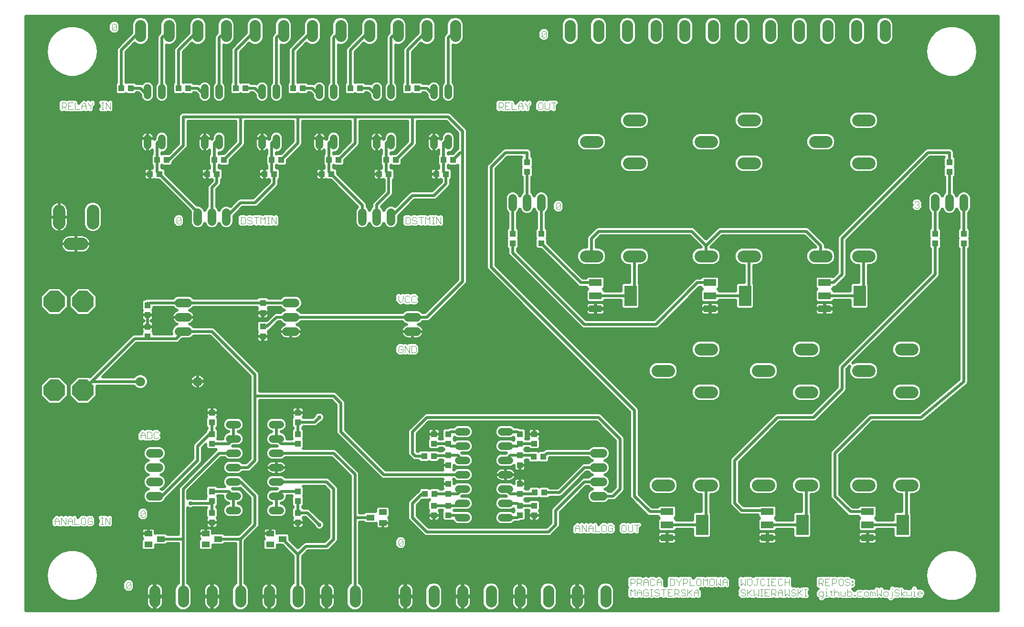
<source format=gtl>
G75*
%MOIN*%
%OFA0B0*%
%FSLAX25Y25*%
%IPPOS*%
%LPD*%
%AMOC8*
5,1,8,0,0,1.08239X$1,22.5*
%
%ADD10C,0.00400*%
%ADD11R,0.04252X0.04134*%
%ADD12C,0.05200*%
%ADD13C,0.08600*%
%ADD14R,0.03937X0.04331*%
%ADD15R,0.04331X0.03937*%
%ADD16C,0.07800*%
%ADD17C,0.05937*%
%ADD18C,0.06000*%
%ADD19C,0.08250*%
%ADD20R,0.08800X0.04800*%
%ADD21R,0.08661X0.14173*%
%ADD22R,0.05512X0.03937*%
%ADD23OC8,0.15000*%
%ADD24C,0.06600*%
%ADD25C,0.02000*%
%ADD26C,0.02978*%
D10*
X0078720Y0030301D02*
X0081789Y0033370D01*
X0081789Y0030301D01*
X0081022Y0029533D01*
X0079487Y0029533D01*
X0078720Y0030301D01*
X0078720Y0033370D01*
X0079487Y0034137D01*
X0081022Y0034137D01*
X0081789Y0033370D01*
X0067086Y0074533D02*
X0067086Y0079137D01*
X0064016Y0079137D02*
X0067086Y0074533D01*
X0064016Y0074533D02*
X0064016Y0079137D01*
X0062482Y0079137D02*
X0060947Y0079137D01*
X0061714Y0079137D02*
X0061714Y0074533D01*
X0060947Y0074533D02*
X0062482Y0074533D01*
X0054809Y0075301D02*
X0054809Y0076835D01*
X0053274Y0076835D01*
X0054809Y0075301D02*
X0054041Y0074533D01*
X0052507Y0074533D01*
X0051739Y0075301D01*
X0051739Y0078370D01*
X0052507Y0079137D01*
X0054041Y0079137D01*
X0054809Y0078370D01*
X0050205Y0078370D02*
X0050205Y0075301D01*
X0049437Y0074533D01*
X0047903Y0074533D01*
X0047135Y0075301D01*
X0047135Y0078370D01*
X0047903Y0079137D01*
X0049437Y0079137D01*
X0050205Y0078370D01*
X0045601Y0074533D02*
X0042531Y0074533D01*
X0042531Y0079137D01*
X0040997Y0077603D02*
X0040997Y0074533D01*
X0040997Y0076835D02*
X0037928Y0076835D01*
X0037928Y0077603D02*
X0039462Y0079137D01*
X0040997Y0077603D01*
X0037928Y0077603D02*
X0037928Y0074533D01*
X0036393Y0074533D02*
X0036393Y0079137D01*
X0033324Y0079137D02*
X0033324Y0074533D01*
X0031789Y0074533D02*
X0031789Y0077603D01*
X0030254Y0079137D01*
X0028720Y0077603D01*
X0028720Y0074533D01*
X0028720Y0076835D02*
X0031789Y0076835D01*
X0033324Y0079137D02*
X0036393Y0074533D01*
X0088720Y0080301D02*
X0089487Y0079533D01*
X0091022Y0079533D01*
X0091789Y0080301D01*
X0091789Y0083370D01*
X0088720Y0080301D01*
X0088720Y0083370D01*
X0089487Y0084137D01*
X0091022Y0084137D01*
X0091789Y0083370D01*
X0091789Y0134533D02*
X0091789Y0137603D01*
X0090254Y0139137D01*
X0088720Y0137603D01*
X0088720Y0134533D01*
X0088720Y0136835D02*
X0091789Y0136835D01*
X0093324Y0134533D02*
X0095626Y0134533D01*
X0096393Y0135301D01*
X0096393Y0138370D01*
X0095626Y0139137D01*
X0093324Y0139137D01*
X0093324Y0134533D01*
X0097928Y0135301D02*
X0097928Y0138370D01*
X0098695Y0139137D01*
X0100229Y0139137D01*
X0100997Y0138370D01*
X0100997Y0135301D02*
X0100229Y0134533D01*
X0098695Y0134533D01*
X0097928Y0135301D01*
X0268720Y0195301D02*
X0269487Y0194533D01*
X0271022Y0194533D01*
X0271789Y0195301D01*
X0271789Y0196835D01*
X0270254Y0196835D01*
X0268720Y0195301D02*
X0268720Y0198370D01*
X0269487Y0199137D01*
X0271022Y0199137D01*
X0271789Y0198370D01*
X0273324Y0199137D02*
X0276393Y0194533D01*
X0276393Y0199137D01*
X0277928Y0199137D02*
X0280229Y0199137D01*
X0280997Y0198370D01*
X0280997Y0195301D01*
X0280229Y0194533D01*
X0277928Y0194533D01*
X0277928Y0199137D01*
X0273324Y0199137D02*
X0273324Y0194533D01*
X0274091Y0229533D02*
X0275626Y0229533D01*
X0276393Y0230301D01*
X0277928Y0230301D02*
X0278695Y0229533D01*
X0280229Y0229533D01*
X0280997Y0230301D01*
X0280997Y0233370D02*
X0280229Y0234137D01*
X0278695Y0234137D01*
X0277928Y0233370D01*
X0277928Y0230301D01*
X0276393Y0233370D02*
X0275626Y0234137D01*
X0274091Y0234137D01*
X0273324Y0233370D01*
X0273324Y0230301D01*
X0274091Y0229533D01*
X0271789Y0231068D02*
X0271789Y0234137D01*
X0271789Y0231068D02*
X0270254Y0229533D01*
X0268720Y0231068D01*
X0268720Y0234137D01*
X0273720Y0284533D02*
X0276022Y0284533D01*
X0276789Y0285301D01*
X0276789Y0288370D01*
X0276022Y0289137D01*
X0273720Y0289137D01*
X0273720Y0284533D01*
X0278324Y0285301D02*
X0279091Y0284533D01*
X0280626Y0284533D01*
X0281393Y0285301D01*
X0281393Y0286068D01*
X0280626Y0286835D01*
X0279091Y0286835D01*
X0278324Y0287603D01*
X0278324Y0288370D01*
X0279091Y0289137D01*
X0280626Y0289137D01*
X0281393Y0288370D01*
X0282928Y0289137D02*
X0285997Y0289137D01*
X0287531Y0289137D02*
X0289066Y0287603D01*
X0290601Y0289137D01*
X0290601Y0284533D01*
X0292135Y0284533D02*
X0293670Y0284533D01*
X0292903Y0284533D02*
X0292903Y0289137D01*
X0293670Y0289137D02*
X0292135Y0289137D01*
X0295205Y0289137D02*
X0298274Y0284533D01*
X0298274Y0289137D01*
X0295205Y0289137D02*
X0295205Y0284533D01*
X0287531Y0284533D02*
X0287531Y0289137D01*
X0284462Y0289137D02*
X0284462Y0284533D01*
X0378720Y0295301D02*
X0381789Y0298370D01*
X0381789Y0295301D01*
X0381022Y0294533D01*
X0379487Y0294533D01*
X0378720Y0295301D01*
X0378720Y0298370D01*
X0379487Y0299137D01*
X0381022Y0299137D01*
X0381789Y0298370D01*
X0377086Y0364533D02*
X0377086Y0369137D01*
X0378620Y0369137D02*
X0375551Y0369137D01*
X0374016Y0369137D02*
X0374016Y0365301D01*
X0373249Y0364533D01*
X0371714Y0364533D01*
X0370947Y0365301D01*
X0370947Y0369137D01*
X0369413Y0368370D02*
X0368645Y0369137D01*
X0367111Y0369137D01*
X0366343Y0368370D01*
X0366343Y0365301D01*
X0367111Y0364533D01*
X0368645Y0364533D01*
X0369413Y0365301D01*
X0369413Y0368370D01*
X0360205Y0368370D02*
X0360205Y0369137D01*
X0360205Y0368370D02*
X0358670Y0366835D01*
X0358670Y0364533D01*
X0358670Y0366835D02*
X0357135Y0368370D01*
X0357135Y0369137D01*
X0355601Y0367603D02*
X0354066Y0369137D01*
X0352531Y0367603D01*
X0352531Y0364533D01*
X0350997Y0364533D02*
X0347928Y0364533D01*
X0347928Y0369137D01*
X0346393Y0369137D02*
X0343324Y0369137D01*
X0343324Y0364533D01*
X0346393Y0364533D01*
X0344858Y0366835D02*
X0343324Y0366835D01*
X0341789Y0366835D02*
X0341022Y0366068D01*
X0338720Y0366068D01*
X0340254Y0366068D02*
X0341789Y0364533D01*
X0341789Y0366835D02*
X0341789Y0368370D01*
X0341022Y0369137D01*
X0338720Y0369137D01*
X0338720Y0364533D01*
X0352531Y0366835D02*
X0355601Y0366835D01*
X0355601Y0367603D02*
X0355601Y0364533D01*
X0369487Y0414533D02*
X0368720Y0415301D01*
X0371789Y0418370D01*
X0371789Y0415301D01*
X0371022Y0414533D01*
X0369487Y0414533D01*
X0368720Y0415301D02*
X0368720Y0418370D01*
X0369487Y0419137D01*
X0371022Y0419137D01*
X0371789Y0418370D01*
X0183274Y0289137D02*
X0183274Y0284533D01*
X0180205Y0289137D01*
X0180205Y0284533D01*
X0178670Y0284533D02*
X0177135Y0284533D01*
X0177903Y0284533D02*
X0177903Y0289137D01*
X0178670Y0289137D02*
X0177135Y0289137D01*
X0175601Y0289137D02*
X0175601Y0284533D01*
X0172531Y0284533D02*
X0172531Y0289137D01*
X0174066Y0287603D01*
X0175601Y0289137D01*
X0170997Y0289137D02*
X0167928Y0289137D01*
X0169462Y0289137D02*
X0169462Y0284533D01*
X0166393Y0285301D02*
X0165626Y0284533D01*
X0164091Y0284533D01*
X0163324Y0285301D01*
X0161789Y0285301D02*
X0161789Y0288370D01*
X0161022Y0289137D01*
X0158720Y0289137D01*
X0158720Y0284533D01*
X0161022Y0284533D01*
X0161789Y0285301D01*
X0163324Y0287603D02*
X0164091Y0286835D01*
X0165626Y0286835D01*
X0166393Y0286068D01*
X0166393Y0285301D01*
X0166393Y0288370D02*
X0165626Y0289137D01*
X0164091Y0289137D01*
X0163324Y0288370D01*
X0163324Y0287603D01*
X0116789Y0288370D02*
X0113720Y0285301D01*
X0114487Y0284533D01*
X0116022Y0284533D01*
X0116789Y0285301D01*
X0116789Y0288370D01*
X0116022Y0289137D01*
X0114487Y0289137D01*
X0113720Y0288370D01*
X0113720Y0285301D01*
X0067482Y0364533D02*
X0067482Y0369137D01*
X0064413Y0369137D02*
X0067482Y0364533D01*
X0064413Y0364533D02*
X0064413Y0369137D01*
X0062878Y0369137D02*
X0061343Y0369137D01*
X0062111Y0369137D02*
X0062111Y0364533D01*
X0062878Y0364533D02*
X0061343Y0364533D01*
X0055205Y0368370D02*
X0055205Y0369137D01*
X0055205Y0368370D02*
X0053670Y0366835D01*
X0053670Y0364533D01*
X0053670Y0366835D02*
X0052135Y0368370D01*
X0052135Y0369137D01*
X0050601Y0367603D02*
X0049066Y0369137D01*
X0047531Y0367603D01*
X0047531Y0364533D01*
X0045997Y0364533D02*
X0042928Y0364533D01*
X0042928Y0369137D01*
X0041393Y0369137D02*
X0038324Y0369137D01*
X0038324Y0364533D01*
X0041393Y0364533D01*
X0039858Y0366835D02*
X0038324Y0366835D01*
X0036789Y0366835D02*
X0036022Y0366068D01*
X0033720Y0366068D01*
X0035254Y0366068D02*
X0036789Y0364533D01*
X0036789Y0366835D02*
X0036789Y0368370D01*
X0036022Y0369137D01*
X0033720Y0369137D01*
X0033720Y0364533D01*
X0047531Y0366835D02*
X0050601Y0366835D01*
X0050601Y0367603D02*
X0050601Y0364533D01*
X0069487Y0419533D02*
X0068720Y0420301D01*
X0071789Y0423370D01*
X0071789Y0420301D01*
X0071022Y0419533D01*
X0069487Y0419533D01*
X0068720Y0420301D02*
X0068720Y0423370D01*
X0069487Y0424137D01*
X0071022Y0424137D01*
X0071789Y0423370D01*
X0629220Y0299370D02*
X0629987Y0300137D01*
X0631522Y0300137D01*
X0632289Y0299370D01*
X0632289Y0298603D01*
X0631522Y0297835D01*
X0632289Y0297068D01*
X0632289Y0296301D01*
X0631522Y0295533D01*
X0629987Y0295533D01*
X0629220Y0296301D01*
X0630754Y0297835D02*
X0631522Y0297835D01*
X0436724Y0074137D02*
X0433655Y0074137D01*
X0432120Y0074137D02*
X0432120Y0070301D01*
X0431353Y0069533D01*
X0429818Y0069533D01*
X0429051Y0070301D01*
X0429051Y0074137D01*
X0427516Y0073370D02*
X0426749Y0074137D01*
X0425214Y0074137D01*
X0424447Y0073370D01*
X0424447Y0070301D01*
X0425214Y0069533D01*
X0426749Y0069533D01*
X0427516Y0070301D01*
X0427516Y0073370D01*
X0435190Y0074137D02*
X0435190Y0069533D01*
X0418309Y0070301D02*
X0418309Y0071835D01*
X0416774Y0071835D01*
X0418309Y0070301D02*
X0417541Y0069533D01*
X0416007Y0069533D01*
X0415239Y0070301D01*
X0415239Y0073370D01*
X0416007Y0074137D01*
X0417541Y0074137D01*
X0418309Y0073370D01*
X0413705Y0073370D02*
X0412937Y0074137D01*
X0411403Y0074137D01*
X0410635Y0073370D01*
X0410635Y0070301D01*
X0411403Y0069533D01*
X0412937Y0069533D01*
X0413705Y0070301D01*
X0413705Y0073370D01*
X0409101Y0069533D02*
X0406031Y0069533D01*
X0406031Y0074137D01*
X0404497Y0072603D02*
X0404497Y0069533D01*
X0404497Y0071835D02*
X0401428Y0071835D01*
X0401428Y0072603D02*
X0402962Y0074137D01*
X0404497Y0072603D01*
X0401428Y0072603D02*
X0401428Y0069533D01*
X0399893Y0069533D02*
X0399893Y0074137D01*
X0396824Y0074137D02*
X0399893Y0069533D01*
X0396824Y0069533D02*
X0396824Y0074137D01*
X0395289Y0072603D02*
X0395289Y0069533D01*
X0395289Y0071835D02*
X0392220Y0071835D01*
X0392220Y0072603D02*
X0393754Y0074137D01*
X0395289Y0072603D01*
X0392220Y0072603D02*
X0392220Y0069533D01*
X0430720Y0036637D02*
X0433022Y0036637D01*
X0433789Y0035870D01*
X0433789Y0034335D01*
X0433022Y0033568D01*
X0430720Y0033568D01*
X0430720Y0032033D02*
X0430720Y0036637D01*
X0435324Y0036637D02*
X0437626Y0036637D01*
X0438393Y0035870D01*
X0438393Y0034335D01*
X0437626Y0033568D01*
X0435324Y0033568D01*
X0436858Y0033568D02*
X0438393Y0032033D01*
X0439928Y0032033D02*
X0439928Y0035103D01*
X0441462Y0036637D01*
X0442997Y0035103D01*
X0442997Y0032033D01*
X0444531Y0032801D02*
X0445299Y0032033D01*
X0446833Y0032033D01*
X0447601Y0032801D01*
X0449135Y0032033D02*
X0449135Y0035103D01*
X0450670Y0036637D01*
X0452205Y0035103D01*
X0452205Y0032033D01*
X0452205Y0034335D02*
X0449135Y0034335D01*
X0447601Y0035870D02*
X0446833Y0036637D01*
X0445299Y0036637D01*
X0444531Y0035870D01*
X0444531Y0032801D01*
X0442997Y0034335D02*
X0439928Y0034335D01*
X0435324Y0032033D02*
X0435324Y0036637D01*
X0436858Y0029137D02*
X0435324Y0027603D01*
X0435324Y0024533D01*
X0433789Y0024533D02*
X0433789Y0029137D01*
X0432254Y0027603D01*
X0430720Y0029137D01*
X0430720Y0024533D01*
X0435324Y0026835D02*
X0438393Y0026835D01*
X0438393Y0027603D02*
X0438393Y0024533D01*
X0439928Y0025301D02*
X0440695Y0024533D01*
X0442229Y0024533D01*
X0442997Y0025301D01*
X0442997Y0026835D01*
X0441462Y0026835D01*
X0439928Y0025301D02*
X0439928Y0028370D01*
X0440695Y0029137D01*
X0442229Y0029137D01*
X0442997Y0028370D01*
X0444531Y0029137D02*
X0446066Y0029137D01*
X0445299Y0029137D02*
X0445299Y0024533D01*
X0446066Y0024533D02*
X0444531Y0024533D01*
X0447601Y0025301D02*
X0448368Y0024533D01*
X0449903Y0024533D01*
X0450670Y0025301D01*
X0450670Y0026068D01*
X0449903Y0026835D01*
X0448368Y0026835D01*
X0447601Y0027603D01*
X0447601Y0028370D01*
X0448368Y0029137D01*
X0449903Y0029137D01*
X0450670Y0028370D01*
X0452205Y0029137D02*
X0455274Y0029137D01*
X0456809Y0029137D02*
X0456809Y0024533D01*
X0459878Y0024533D01*
X0461413Y0024533D02*
X0461413Y0029137D01*
X0463714Y0029137D01*
X0464482Y0028370D01*
X0464482Y0026835D01*
X0463714Y0026068D01*
X0461413Y0026068D01*
X0462947Y0026068D02*
X0464482Y0024533D01*
X0466016Y0025301D02*
X0466784Y0024533D01*
X0468318Y0024533D01*
X0469086Y0025301D01*
X0469086Y0026068D01*
X0468318Y0026835D01*
X0466784Y0026835D01*
X0466016Y0027603D01*
X0466016Y0028370D01*
X0466784Y0029137D01*
X0468318Y0029137D01*
X0469086Y0028370D01*
X0470620Y0029137D02*
X0470620Y0024533D01*
X0470620Y0026068D02*
X0473690Y0029137D01*
X0475224Y0027603D02*
X0476759Y0029137D01*
X0478294Y0027603D01*
X0478294Y0024533D01*
X0478294Y0026835D02*
X0475224Y0026835D01*
X0475224Y0027603D02*
X0475224Y0024533D01*
X0473690Y0024533D02*
X0471388Y0026835D01*
X0472155Y0032033D02*
X0475224Y0032033D01*
X0476759Y0032801D02*
X0477526Y0032033D01*
X0479061Y0032033D01*
X0479828Y0032801D01*
X0479828Y0035870D01*
X0479061Y0036637D01*
X0477526Y0036637D01*
X0476759Y0035870D01*
X0476759Y0032801D01*
X0481363Y0032033D02*
X0481363Y0036637D01*
X0482897Y0035103D01*
X0484432Y0036637D01*
X0484432Y0032033D01*
X0485967Y0032801D02*
X0486734Y0032033D01*
X0488269Y0032033D01*
X0489036Y0032801D01*
X0489036Y0035870D01*
X0488269Y0036637D01*
X0486734Y0036637D01*
X0485967Y0035870D01*
X0485967Y0032801D01*
X0490571Y0032033D02*
X0490571Y0036637D01*
X0493640Y0036637D02*
X0493640Y0032033D01*
X0492105Y0033568D01*
X0490571Y0032033D01*
X0495175Y0032033D02*
X0495175Y0035103D01*
X0496709Y0036637D01*
X0498244Y0035103D01*
X0498244Y0032033D01*
X0498244Y0034335D02*
X0495175Y0034335D01*
X0507720Y0032033D02*
X0509254Y0033568D01*
X0510789Y0032033D01*
X0510789Y0036637D01*
X0512324Y0035870D02*
X0512324Y0032801D01*
X0513091Y0032033D01*
X0514626Y0032033D01*
X0515393Y0032801D01*
X0515393Y0035870D01*
X0514626Y0036637D01*
X0513091Y0036637D01*
X0512324Y0035870D01*
X0507720Y0036637D02*
X0507720Y0032033D01*
X0508487Y0029137D02*
X0507720Y0028370D01*
X0507720Y0027603D01*
X0508487Y0026835D01*
X0510022Y0026835D01*
X0510789Y0026068D01*
X0510789Y0025301D01*
X0510022Y0024533D01*
X0508487Y0024533D01*
X0507720Y0025301D01*
X0508487Y0029137D02*
X0510022Y0029137D01*
X0510789Y0028370D01*
X0512324Y0029137D02*
X0512324Y0024533D01*
X0512324Y0026068D02*
X0515393Y0029137D01*
X0516928Y0029137D02*
X0516928Y0024533D01*
X0518462Y0026068D01*
X0519997Y0024533D01*
X0519997Y0029137D01*
X0521531Y0029137D02*
X0523066Y0029137D01*
X0522299Y0029137D02*
X0522299Y0024533D01*
X0523066Y0024533D02*
X0521531Y0024533D01*
X0524601Y0024533D02*
X0524601Y0029137D01*
X0527670Y0029137D01*
X0529205Y0029137D02*
X0531507Y0029137D01*
X0532274Y0028370D01*
X0532274Y0026835D01*
X0531507Y0026068D01*
X0529205Y0026068D01*
X0530739Y0026068D02*
X0532274Y0024533D01*
X0533809Y0024533D02*
X0533809Y0027603D01*
X0535343Y0029137D01*
X0536878Y0027603D01*
X0536878Y0024533D01*
X0538413Y0024533D02*
X0539947Y0026068D01*
X0541482Y0024533D01*
X0541482Y0029137D01*
X0543016Y0028370D02*
X0543016Y0027603D01*
X0543784Y0026835D01*
X0545318Y0026835D01*
X0546086Y0026068D01*
X0546086Y0025301D01*
X0545318Y0024533D01*
X0543784Y0024533D01*
X0543016Y0025301D01*
X0543016Y0028370D02*
X0543784Y0029137D01*
X0545318Y0029137D01*
X0546086Y0028370D01*
X0547620Y0029137D02*
X0547620Y0024533D01*
X0547620Y0026068D02*
X0550690Y0029137D01*
X0552224Y0029137D02*
X0553759Y0029137D01*
X0552992Y0029137D02*
X0552992Y0024533D01*
X0553759Y0024533D02*
X0552224Y0024533D01*
X0550690Y0024533D02*
X0548388Y0026835D01*
X0541482Y0032033D02*
X0541482Y0036637D01*
X0541482Y0034335D02*
X0538413Y0034335D01*
X0536878Y0032801D02*
X0536111Y0032033D01*
X0534576Y0032033D01*
X0533809Y0032801D01*
X0533809Y0035870D01*
X0534576Y0036637D01*
X0536111Y0036637D01*
X0536878Y0035870D01*
X0538413Y0036637D02*
X0538413Y0032033D01*
X0538413Y0029137D02*
X0538413Y0024533D01*
X0536878Y0026835D02*
X0533809Y0026835D01*
X0529205Y0024533D02*
X0529205Y0029137D01*
X0529205Y0032033D02*
X0532274Y0032033D01*
X0530739Y0034335D02*
X0529205Y0034335D01*
X0529205Y0036637D02*
X0529205Y0032033D01*
X0527670Y0032033D02*
X0526135Y0032033D01*
X0526903Y0032033D02*
X0526903Y0036637D01*
X0527670Y0036637D02*
X0526135Y0036637D01*
X0524601Y0035870D02*
X0523833Y0036637D01*
X0522299Y0036637D01*
X0521531Y0035870D01*
X0521531Y0032801D01*
X0522299Y0032033D01*
X0523833Y0032033D01*
X0524601Y0032801D01*
X0519229Y0032801D02*
X0519229Y0036637D01*
X0518462Y0036637D02*
X0519997Y0036637D01*
X0519229Y0032801D02*
X0518462Y0032033D01*
X0517695Y0032033D01*
X0516928Y0032801D01*
X0513091Y0026835D02*
X0515393Y0024533D01*
X0524601Y0024533D02*
X0527670Y0024533D01*
X0526135Y0026835D02*
X0524601Y0026835D01*
X0529205Y0036637D02*
X0532274Y0036637D01*
X0562220Y0036637D02*
X0562220Y0032033D01*
X0562220Y0033568D02*
X0564522Y0033568D01*
X0565289Y0034335D01*
X0565289Y0035870D01*
X0564522Y0036637D01*
X0562220Y0036637D01*
X0563754Y0033568D02*
X0565289Y0032033D01*
X0566824Y0032033D02*
X0566824Y0036637D01*
X0569893Y0036637D01*
X0571428Y0036637D02*
X0573729Y0036637D01*
X0574497Y0035870D01*
X0574497Y0034335D01*
X0573729Y0033568D01*
X0571428Y0033568D01*
X0571428Y0032033D02*
X0571428Y0036637D01*
X0568358Y0034335D02*
X0566824Y0034335D01*
X0566824Y0032033D02*
X0569893Y0032033D01*
X0567591Y0029905D02*
X0567591Y0029137D01*
X0567591Y0027603D02*
X0567591Y0024533D01*
X0566824Y0024533D02*
X0568358Y0024533D01*
X0570660Y0025301D02*
X0571428Y0024533D01*
X0570660Y0025301D02*
X0570660Y0028370D01*
X0569893Y0027603D02*
X0571428Y0027603D01*
X0572962Y0026835D02*
X0573729Y0027603D01*
X0575264Y0027603D01*
X0576031Y0026835D01*
X0576031Y0024533D01*
X0577566Y0025301D02*
X0578333Y0024533D01*
X0580635Y0024533D01*
X0580635Y0027603D01*
X0582170Y0027603D02*
X0584472Y0027603D01*
X0585239Y0026835D01*
X0585239Y0025301D01*
X0584472Y0024533D01*
X0582170Y0024533D01*
X0582170Y0029137D01*
X0581403Y0032033D02*
X0580635Y0032801D01*
X0581403Y0032033D02*
X0582937Y0032033D01*
X0583705Y0032801D01*
X0583705Y0033568D01*
X0582937Y0034335D01*
X0581403Y0034335D01*
X0580635Y0035103D01*
X0580635Y0035870D01*
X0581403Y0036637D01*
X0582937Y0036637D01*
X0583705Y0035870D01*
X0585239Y0035103D02*
X0585239Y0034335D01*
X0586007Y0034335D01*
X0586007Y0035103D01*
X0585239Y0035103D01*
X0585239Y0032801D02*
X0585239Y0032033D01*
X0586007Y0032033D01*
X0586007Y0032801D01*
X0585239Y0032801D01*
X0579101Y0032801D02*
X0579101Y0035870D01*
X0578333Y0036637D01*
X0576799Y0036637D01*
X0576031Y0035870D01*
X0576031Y0032801D01*
X0576799Y0032033D01*
X0578333Y0032033D01*
X0579101Y0032801D01*
X0577566Y0027603D02*
X0577566Y0025301D01*
X0572962Y0024533D02*
X0572962Y0029137D01*
X0567591Y0027603D02*
X0566824Y0027603D01*
X0565289Y0027603D02*
X0565289Y0023766D01*
X0564522Y0022999D01*
X0563754Y0022999D01*
X0562987Y0024533D02*
X0565289Y0024533D01*
X0562987Y0024533D02*
X0562220Y0025301D01*
X0562220Y0026835D01*
X0562987Y0027603D01*
X0565289Y0027603D01*
X0586774Y0025301D02*
X0587541Y0025301D01*
X0587541Y0024533D01*
X0586774Y0024533D01*
X0586774Y0025301D01*
X0589076Y0025301D02*
X0589843Y0024533D01*
X0592145Y0024533D01*
X0593680Y0025301D02*
X0593680Y0026835D01*
X0594447Y0027603D01*
X0595982Y0027603D01*
X0596749Y0026835D01*
X0596749Y0025301D01*
X0595982Y0024533D01*
X0594447Y0024533D01*
X0593680Y0025301D01*
X0592145Y0027603D02*
X0589843Y0027603D01*
X0589076Y0026835D01*
X0589076Y0025301D01*
X0598284Y0024533D02*
X0598284Y0027603D01*
X0599051Y0027603D01*
X0599818Y0026835D01*
X0600586Y0027603D01*
X0601353Y0026835D01*
X0601353Y0024533D01*
X0599818Y0024533D02*
X0599818Y0026835D01*
X0602888Y0024533D02*
X0604422Y0026068D01*
X0605957Y0024533D01*
X0605957Y0029137D01*
X0607492Y0026835D02*
X0607492Y0025301D01*
X0608259Y0024533D01*
X0609794Y0024533D01*
X0610561Y0025301D01*
X0610561Y0026835D01*
X0609794Y0027603D01*
X0608259Y0027603D01*
X0607492Y0026835D01*
X0602888Y0029137D02*
X0602888Y0024533D01*
X0612096Y0022999D02*
X0612863Y0022999D01*
X0613630Y0023766D01*
X0613630Y0027603D01*
X0613630Y0029137D02*
X0613630Y0029905D01*
X0615165Y0028370D02*
X0615165Y0027603D01*
X0615932Y0026835D01*
X0617467Y0026835D01*
X0618234Y0026068D01*
X0618234Y0025301D01*
X0617467Y0024533D01*
X0615932Y0024533D01*
X0615165Y0025301D01*
X0615165Y0028370D02*
X0615932Y0029137D01*
X0617467Y0029137D01*
X0618234Y0028370D01*
X0619769Y0029137D02*
X0619769Y0024533D01*
X0619769Y0026068D02*
X0622071Y0027603D01*
X0623605Y0027603D02*
X0623605Y0025301D01*
X0624373Y0024533D01*
X0625140Y0025301D01*
X0625907Y0024533D01*
X0626675Y0025301D01*
X0626675Y0027603D01*
X0628209Y0027603D02*
X0628977Y0027603D01*
X0628977Y0024533D01*
X0629744Y0024533D02*
X0628209Y0024533D01*
X0631279Y0025301D02*
X0631279Y0026835D01*
X0632046Y0027603D01*
X0633580Y0027603D01*
X0634348Y0026835D01*
X0634348Y0026068D01*
X0631279Y0026068D01*
X0631279Y0025301D02*
X0632046Y0024533D01*
X0633580Y0024533D01*
X0628977Y0029137D02*
X0628977Y0029905D01*
X0622071Y0024533D02*
X0619769Y0026068D01*
X0472155Y0032033D02*
X0472155Y0036637D01*
X0470620Y0035870D02*
X0470620Y0034335D01*
X0469853Y0033568D01*
X0467551Y0033568D01*
X0467551Y0032033D02*
X0467551Y0036637D01*
X0469853Y0036637D01*
X0470620Y0035870D01*
X0466016Y0035870D02*
X0466016Y0036637D01*
X0466016Y0035870D02*
X0464482Y0034335D01*
X0464482Y0032033D01*
X0464482Y0034335D02*
X0462947Y0035870D01*
X0462947Y0036637D01*
X0461413Y0035870D02*
X0461413Y0032801D01*
X0460645Y0032033D01*
X0458343Y0032033D01*
X0458343Y0036637D01*
X0460645Y0036637D01*
X0461413Y0035870D01*
X0459878Y0029137D02*
X0456809Y0029137D01*
X0456809Y0026835D02*
X0458343Y0026835D01*
X0453739Y0024533D02*
X0453739Y0029137D01*
X0438393Y0027603D02*
X0436858Y0029137D01*
X0271789Y0060301D02*
X0271022Y0059533D01*
X0269487Y0059533D01*
X0268720Y0060301D01*
X0271789Y0063370D01*
X0271789Y0060301D01*
X0271789Y0063370D02*
X0271022Y0064137D01*
X0269487Y0064137D01*
X0268720Y0063370D01*
X0268720Y0060301D01*
D11*
X0303520Y0095888D03*
X0303520Y0102778D03*
X0303520Y0115888D03*
X0303520Y0122778D03*
X0353520Y0122778D03*
X0353520Y0115888D03*
X0353520Y0102778D03*
X0353520Y0095888D03*
X0174020Y0205888D03*
X0174020Y0212778D03*
X0174020Y0222388D03*
X0174020Y0229278D03*
D12*
X0180920Y0144333D02*
X0186120Y0144333D01*
X0186120Y0134333D02*
X0180920Y0134333D01*
X0180920Y0124333D02*
X0186120Y0124333D01*
X0186120Y0114333D02*
X0180920Y0114333D01*
X0180920Y0104333D02*
X0186120Y0104333D01*
X0186120Y0094333D02*
X0180920Y0094333D01*
X0180920Y0084333D02*
X0186120Y0084333D01*
X0156120Y0084333D02*
X0150920Y0084333D01*
X0150920Y0094333D02*
X0156120Y0094333D01*
X0156120Y0104333D02*
X0150920Y0104333D01*
X0150920Y0114333D02*
X0156120Y0114333D01*
X0156120Y0124333D02*
X0150920Y0124333D01*
X0150920Y0134333D02*
X0156120Y0134333D01*
X0156120Y0144333D02*
X0150920Y0144333D01*
X0310920Y0139333D02*
X0316120Y0139333D01*
X0316120Y0129333D02*
X0310920Y0129333D01*
X0310920Y0119333D02*
X0316120Y0119333D01*
X0316120Y0109333D02*
X0310920Y0109333D01*
X0310920Y0099333D02*
X0316120Y0099333D01*
X0316120Y0089333D02*
X0310920Y0089333D01*
X0310920Y0079333D02*
X0316120Y0079333D01*
X0340920Y0079333D02*
X0346120Y0079333D01*
X0346120Y0089333D02*
X0340920Y0089333D01*
X0340920Y0099333D02*
X0346120Y0099333D01*
X0346120Y0109333D02*
X0340920Y0109333D01*
X0340920Y0119333D02*
X0346120Y0119333D01*
X0346120Y0129333D02*
X0340920Y0129333D01*
X0340920Y0139333D02*
X0346120Y0139333D01*
X0303520Y0339133D02*
X0303520Y0344333D01*
X0293520Y0344333D02*
X0293520Y0339133D01*
X0263520Y0339133D02*
X0263520Y0344333D01*
X0253520Y0344333D02*
X0253520Y0339133D01*
X0223520Y0339133D02*
X0223520Y0344333D01*
X0213520Y0344333D02*
X0213520Y0339133D01*
X0183520Y0339133D02*
X0183520Y0344333D01*
X0173520Y0344333D02*
X0173520Y0339133D01*
X0143520Y0339133D02*
X0143520Y0344333D01*
X0133520Y0344333D02*
X0133520Y0339133D01*
X0103520Y0339133D02*
X0103520Y0344333D01*
X0093520Y0344333D02*
X0093520Y0339133D01*
X0093520Y0374333D02*
X0093520Y0379533D01*
X0103520Y0379533D02*
X0103520Y0374333D01*
X0133520Y0374333D02*
X0133520Y0379533D01*
X0143520Y0379533D02*
X0143520Y0374333D01*
X0173520Y0374333D02*
X0173520Y0379533D01*
X0183520Y0379533D02*
X0183520Y0374333D01*
X0213520Y0374333D02*
X0213520Y0379533D01*
X0223520Y0379533D02*
X0223520Y0374333D01*
X0253520Y0374333D02*
X0253520Y0379533D01*
X0263520Y0379533D02*
X0263520Y0374333D01*
X0293520Y0374333D02*
X0293520Y0379533D01*
X0303520Y0379533D02*
X0303520Y0374333D01*
D13*
X0055331Y0293633D02*
X0055331Y0285033D01*
X0031709Y0285033D02*
X0031709Y0293633D01*
X0039220Y0270436D02*
X0047820Y0270436D01*
D14*
X0093520Y0227680D03*
X0093520Y0220987D03*
X0093520Y0212680D03*
X0093520Y0205987D03*
X0286673Y0122333D03*
X0293366Y0122333D03*
X0293866Y0095833D03*
X0287173Y0095833D03*
X0363673Y0096833D03*
X0370366Y0096833D03*
X0369866Y0121833D03*
X0363173Y0121833D03*
X0306866Y0329333D03*
X0300173Y0329333D03*
X0266866Y0329333D03*
X0260173Y0329333D03*
X0226866Y0329333D03*
X0220173Y0329333D03*
X0186866Y0329333D03*
X0180173Y0329333D03*
X0146866Y0329333D03*
X0140173Y0329333D03*
X0106866Y0329333D03*
X0100173Y0329333D03*
X0115173Y0379333D03*
X0121866Y0379333D03*
X0155173Y0379333D03*
X0161866Y0379333D03*
X0195173Y0379333D03*
X0201866Y0379333D03*
X0235173Y0379333D03*
X0241866Y0379333D03*
X0275173Y0379333D03*
X0281866Y0379333D03*
X0081866Y0379333D03*
X0075173Y0379333D03*
D15*
X0095173Y0319333D03*
X0101866Y0319333D03*
X0135173Y0319333D03*
X0141866Y0319333D03*
X0175173Y0319333D03*
X0181866Y0319333D03*
X0215173Y0319333D03*
X0221866Y0319333D03*
X0255173Y0319333D03*
X0261866Y0319333D03*
X0295173Y0319333D03*
X0301866Y0319333D03*
X0358520Y0320987D03*
X0358520Y0327680D03*
X0368520Y0277680D03*
X0368520Y0270987D03*
X0348520Y0270987D03*
X0348520Y0277680D03*
X0198520Y0152680D03*
X0198520Y0145987D03*
X0198520Y0137680D03*
X0198520Y0130987D03*
X0138520Y0130987D03*
X0138520Y0137680D03*
X0138520Y0145987D03*
X0138520Y0152680D03*
X0138520Y0097680D03*
X0138520Y0090987D03*
X0138520Y0082680D03*
X0138520Y0075987D03*
X0198520Y0075987D03*
X0198520Y0082680D03*
X0198520Y0090987D03*
X0198520Y0097680D03*
X0293520Y0087680D03*
X0293520Y0080987D03*
X0303520Y0080987D03*
X0303520Y0087680D03*
X0353520Y0087680D03*
X0353520Y0080987D03*
X0363520Y0080987D03*
X0363520Y0087680D03*
X0363520Y0130987D03*
X0363520Y0137680D03*
X0353520Y0137680D03*
X0353520Y0130987D03*
X0303520Y0130987D03*
X0303520Y0137680D03*
X0293520Y0137680D03*
X0293520Y0130987D03*
X0643520Y0270987D03*
X0643520Y0277680D03*
X0663520Y0277680D03*
X0663520Y0270987D03*
X0653520Y0320987D03*
X0653520Y0327680D03*
D16*
X0608420Y0415433D02*
X0608420Y0423233D01*
X0588620Y0423233D02*
X0588620Y0415433D01*
X0568420Y0415433D02*
X0568420Y0423233D01*
X0548620Y0423233D02*
X0548620Y0415433D01*
X0528420Y0415433D02*
X0528420Y0423233D01*
X0508620Y0423233D02*
X0508620Y0415433D01*
X0488420Y0415433D02*
X0488420Y0423233D01*
X0468620Y0423233D02*
X0468620Y0415433D01*
X0448420Y0415433D02*
X0448420Y0423233D01*
X0428620Y0423233D02*
X0428620Y0415433D01*
X0408420Y0415433D02*
X0408420Y0423233D01*
X0388620Y0423233D02*
X0388620Y0415433D01*
X0308420Y0415433D02*
X0308420Y0423233D01*
X0288620Y0423233D02*
X0288620Y0415433D01*
X0268420Y0415433D02*
X0268420Y0423233D01*
X0248620Y0423233D02*
X0248620Y0415433D01*
X0228420Y0415433D02*
X0228420Y0423233D01*
X0208620Y0423233D02*
X0208620Y0415433D01*
X0188420Y0415433D02*
X0188420Y0423233D01*
X0168620Y0423233D02*
X0168620Y0415433D01*
X0148420Y0415433D02*
X0148420Y0423233D01*
X0128620Y0423233D02*
X0128620Y0415433D01*
X0108420Y0415433D02*
X0108420Y0423233D01*
X0088620Y0423233D02*
X0088620Y0415433D01*
X0098620Y0028233D02*
X0098620Y0020433D01*
X0118420Y0020433D02*
X0118420Y0028233D01*
X0138620Y0028233D02*
X0138620Y0020433D01*
X0158420Y0020433D02*
X0158420Y0028233D01*
X0178620Y0028233D02*
X0178620Y0020433D01*
X0198420Y0020433D02*
X0198420Y0028233D01*
X0218620Y0028233D02*
X0218620Y0020433D01*
X0238420Y0020433D02*
X0238420Y0028233D01*
X0273620Y0028233D02*
X0273620Y0020433D01*
X0293420Y0020433D02*
X0293420Y0028233D01*
X0313620Y0028233D02*
X0313620Y0020433D01*
X0333420Y0020433D02*
X0333420Y0028233D01*
X0353620Y0028233D02*
X0353620Y0020433D01*
X0373420Y0020433D02*
X0373420Y0028233D01*
X0393620Y0028233D02*
X0393620Y0020433D01*
X0413420Y0020433D02*
X0413420Y0028233D01*
D17*
X0411488Y0094333D02*
X0405551Y0094333D01*
X0405551Y0104333D02*
X0411488Y0104333D01*
X0411488Y0114333D02*
X0405551Y0114333D01*
X0405551Y0124333D02*
X0411488Y0124333D01*
X0281488Y0209333D02*
X0275551Y0209333D01*
X0275551Y0219333D02*
X0281488Y0219333D01*
X0263520Y0286365D02*
X0263520Y0292302D01*
X0253520Y0292302D02*
X0253520Y0286365D01*
X0243520Y0286365D02*
X0243520Y0292302D01*
X0148520Y0292302D02*
X0148520Y0286365D01*
X0138520Y0286365D02*
X0138520Y0292302D01*
X0128520Y0292302D02*
X0128520Y0286365D01*
X0348520Y0296365D02*
X0348520Y0302302D01*
X0358520Y0302302D02*
X0358520Y0296365D01*
X0368520Y0296365D02*
X0368520Y0302302D01*
X0643520Y0302302D02*
X0643520Y0296365D01*
X0653520Y0296365D02*
X0653520Y0302302D01*
X0663520Y0302302D02*
X0663520Y0296365D01*
X0101488Y0124333D02*
X0095551Y0124333D01*
X0095551Y0114333D02*
X0101488Y0114333D01*
X0101488Y0104333D02*
X0095551Y0104333D01*
X0095551Y0094333D02*
X0101488Y0094333D01*
D18*
X0115520Y0209333D02*
X0121520Y0209333D01*
X0121520Y0219333D02*
X0115520Y0219333D01*
X0115520Y0229333D02*
X0121520Y0229333D01*
X0190520Y0229333D02*
X0196520Y0229333D01*
X0196520Y0219333D02*
X0190520Y0219333D01*
X0190520Y0209333D02*
X0196520Y0209333D01*
D19*
X0399395Y0261833D02*
X0407645Y0261833D01*
X0429395Y0261833D02*
X0437645Y0261833D01*
X0479395Y0261833D02*
X0487645Y0261833D01*
X0509395Y0261833D02*
X0517645Y0261833D01*
X0559395Y0261833D02*
X0567645Y0261833D01*
X0589395Y0261833D02*
X0597645Y0261833D01*
X0619395Y0196833D02*
X0627645Y0196833D01*
X0597645Y0181833D02*
X0589395Y0181833D01*
X0619395Y0166833D02*
X0627645Y0166833D01*
X0557645Y0166833D02*
X0549395Y0166833D01*
X0527645Y0181833D02*
X0519395Y0181833D01*
X0549395Y0196833D02*
X0557645Y0196833D01*
X0487645Y0196833D02*
X0479395Y0196833D01*
X0457645Y0181833D02*
X0449395Y0181833D01*
X0479395Y0166833D02*
X0487645Y0166833D01*
X0487645Y0101833D02*
X0479395Y0101833D01*
X0457645Y0101833D02*
X0449395Y0101833D01*
X0519395Y0101833D02*
X0527645Y0101833D01*
X0549395Y0101833D02*
X0557645Y0101833D01*
X0589395Y0101833D02*
X0597645Y0101833D01*
X0619395Y0101833D02*
X0627645Y0101833D01*
X0597645Y0326833D02*
X0589395Y0326833D01*
X0567645Y0341833D02*
X0559395Y0341833D01*
X0589395Y0356833D02*
X0597645Y0356833D01*
X0517645Y0356833D02*
X0509395Y0356833D01*
X0487645Y0341833D02*
X0479395Y0341833D01*
X0509395Y0326833D02*
X0517645Y0326833D01*
X0437645Y0326833D02*
X0429395Y0326833D01*
X0407645Y0341833D02*
X0399395Y0341833D01*
X0429395Y0356833D02*
X0437645Y0356833D01*
D20*
X0406320Y0243433D03*
X0406320Y0234333D03*
X0406320Y0225233D03*
X0486320Y0225233D03*
X0486320Y0234333D03*
X0486320Y0243433D03*
X0566320Y0243433D03*
X0566320Y0234333D03*
X0566320Y0225233D03*
X0596320Y0083433D03*
X0596320Y0074333D03*
X0596320Y0065233D03*
X0526320Y0065233D03*
X0526320Y0074333D03*
X0526320Y0083433D03*
X0456320Y0083433D03*
X0456320Y0074333D03*
X0456320Y0065233D03*
D21*
X0480720Y0074333D03*
X0550720Y0074333D03*
X0620720Y0074333D03*
X0590720Y0234333D03*
X0510720Y0234333D03*
X0430720Y0234333D03*
D22*
X0257850Y0083073D03*
X0257850Y0075593D03*
X0249189Y0079333D03*
X0187850Y0064333D03*
X0179189Y0060593D03*
X0179189Y0068073D03*
X0142850Y0064333D03*
X0134189Y0060593D03*
X0134189Y0068073D03*
X0102850Y0064333D03*
X0094189Y0060593D03*
X0094189Y0068073D03*
D23*
X0048520Y0168333D03*
X0028520Y0168333D03*
X0028520Y0230333D03*
X0048520Y0230333D03*
D24*
X0088520Y0174333D03*
X0128520Y0174333D03*
D25*
X0008520Y0014333D02*
X0008520Y0429530D01*
X0687496Y0429530D01*
X0687496Y0014333D01*
X0008520Y0014333D01*
X0008520Y0015329D02*
X0095642Y0015329D01*
X0095527Y0015387D02*
X0096355Y0014966D01*
X0097238Y0014679D01*
X0098155Y0014533D01*
X0098320Y0014533D01*
X0098320Y0024033D01*
X0098920Y0024033D01*
X0098920Y0024633D01*
X0104520Y0024633D01*
X0104520Y0028698D01*
X0104374Y0029615D01*
X0104087Y0030498D01*
X0103666Y0031326D01*
X0103120Y0032077D01*
X0102463Y0032734D01*
X0101712Y0033279D01*
X0100884Y0033701D01*
X0100001Y0033988D01*
X0099084Y0034133D01*
X0098920Y0034133D01*
X0098920Y0024633D01*
X0098320Y0024633D01*
X0098320Y0024033D01*
X0092720Y0024033D01*
X0092720Y0019969D01*
X0092865Y0019052D01*
X0093152Y0018169D01*
X0093574Y0017341D01*
X0094119Y0016590D01*
X0094776Y0015933D01*
X0095527Y0015387D01*
X0093583Y0017327D02*
X0008520Y0017327D01*
X0008520Y0019326D02*
X0092822Y0019326D01*
X0092720Y0021324D02*
X0045140Y0021324D01*
X0043511Y0020846D02*
X0048482Y0022306D01*
X0052840Y0025106D01*
X0052840Y0025106D01*
X0052840Y0025106D01*
X0056232Y0029021D01*
X0056232Y0029021D01*
X0058384Y0033733D01*
X0058384Y0033733D01*
X0059121Y0038861D01*
X0058384Y0043988D01*
X0058384Y0043988D01*
X0056232Y0048701D01*
X0052840Y0052616D01*
X0048482Y0055416D01*
X0048482Y0055416D01*
X0043511Y0056876D01*
X0038331Y0056876D01*
X0033361Y0055416D01*
X0033361Y0055416D01*
X0029003Y0052616D01*
X0029003Y0052616D01*
X0029003Y0052616D01*
X0025610Y0048701D01*
X0025610Y0048701D01*
X0023458Y0043988D01*
X0022721Y0038861D01*
X0022721Y0038861D01*
X0023458Y0033733D01*
X0025610Y0029021D01*
X0029003Y0025106D01*
X0033361Y0022306D01*
X0038331Y0020846D01*
X0043511Y0020846D01*
X0048482Y0022306D02*
X0048482Y0022306D01*
X0050065Y0023323D02*
X0092720Y0023323D01*
X0092720Y0024633D02*
X0098320Y0024633D01*
X0098320Y0034133D01*
X0098155Y0034133D01*
X0097238Y0033988D01*
X0096355Y0033701D01*
X0095527Y0033279D01*
X0094776Y0032734D01*
X0094119Y0032077D01*
X0093574Y0031326D01*
X0093152Y0030498D01*
X0092865Y0029615D01*
X0092720Y0028698D01*
X0092720Y0024633D01*
X0092720Y0025321D02*
X0053026Y0025321D01*
X0054758Y0027320D02*
X0078559Y0027320D01*
X0078127Y0027499D02*
X0079010Y0027133D01*
X0081499Y0027133D01*
X0082023Y0027350D01*
X0082381Y0027499D01*
X0082403Y0027521D01*
X0083148Y0028266D01*
X0083148Y0028266D01*
X0083801Y0028919D01*
X0083824Y0028941D01*
X0083972Y0029299D01*
X0084189Y0029823D01*
X0084189Y0033847D01*
X0083824Y0034729D01*
X0083148Y0035405D01*
X0082381Y0036172D01*
X0081499Y0036537D01*
X0079010Y0036537D01*
X0078500Y0036326D01*
X0078127Y0036172D01*
X0077452Y0035497D01*
X0077452Y0035497D01*
X0076685Y0034729D01*
X0076531Y0034357D01*
X0076320Y0033847D01*
X0076320Y0029823D01*
X0076685Y0028941D01*
X0077360Y0028266D01*
X0078127Y0027499D01*
X0076529Y0029318D02*
X0056368Y0029318D01*
X0057280Y0031317D02*
X0076320Y0031317D01*
X0076320Y0033315D02*
X0058193Y0033315D01*
X0058611Y0035314D02*
X0077270Y0035314D01*
X0083239Y0035314D02*
X0115220Y0035314D01*
X0115220Y0033510D02*
X0114964Y0033405D01*
X0113248Y0031689D01*
X0112320Y0029447D01*
X0112320Y0019220D01*
X0113248Y0016978D01*
X0114964Y0015262D01*
X0117206Y0014333D01*
X0119633Y0014333D01*
X0121875Y0015262D01*
X0123591Y0016978D01*
X0124520Y0019220D01*
X0124520Y0029447D01*
X0123591Y0031689D01*
X0121875Y0033405D01*
X0121620Y0033510D01*
X0121620Y0086127D01*
X0122786Y0085644D01*
X0124253Y0085644D01*
X0125434Y0086133D01*
X0134728Y0086133D01*
X0134154Y0085560D01*
X0134154Y0079800D01*
X0134762Y0079192D01*
X0134754Y0079183D01*
X0134491Y0078727D01*
X0134354Y0078219D01*
X0134354Y0075987D01*
X0138520Y0075987D01*
X0142685Y0075987D01*
X0142685Y0078219D01*
X0142549Y0078727D01*
X0142285Y0079183D01*
X0142277Y0079192D01*
X0142885Y0079800D01*
X0142885Y0085560D01*
X0141720Y0086725D01*
X0141720Y0086942D01*
X0142885Y0088107D01*
X0142885Y0093867D01*
X0142418Y0094333D01*
X0142565Y0094480D01*
X0146120Y0094480D01*
X0146120Y0093379D01*
X0146850Y0091614D01*
X0148201Y0090264D01*
X0149965Y0089533D01*
X0150320Y0089533D01*
X0150320Y0089133D01*
X0149965Y0089133D01*
X0148201Y0088403D01*
X0146850Y0087052D01*
X0146120Y0085288D01*
X0146120Y0083379D01*
X0146850Y0081614D01*
X0148201Y0080264D01*
X0149965Y0079533D01*
X0157074Y0079533D01*
X0158839Y0080264D01*
X0160189Y0081614D01*
X0160920Y0083379D01*
X0160920Y0085288D01*
X0160189Y0087052D01*
X0158839Y0088403D01*
X0157074Y0089133D01*
X0156720Y0089133D01*
X0156720Y0089533D01*
X0157074Y0089533D01*
X0158839Y0090264D01*
X0160189Y0091614D01*
X0160920Y0093379D01*
X0160920Y0095288D01*
X0160189Y0097052D01*
X0158839Y0098403D01*
X0157074Y0099133D01*
X0153245Y0099133D01*
X0152845Y0099533D01*
X0157074Y0099533D01*
X0158291Y0100037D01*
X0165320Y0093008D01*
X0165320Y0075659D01*
X0157194Y0067533D01*
X0147486Y0067533D01*
X0146518Y0068502D01*
X0139183Y0068502D01*
X0138945Y0068263D01*
X0138945Y0070305D01*
X0138809Y0070814D01*
X0138545Y0071270D01*
X0138173Y0071642D01*
X0137717Y0071906D01*
X0137296Y0072018D01*
X0138520Y0072018D01*
X0140948Y0072018D01*
X0141457Y0072155D01*
X0141913Y0072418D01*
X0142285Y0072790D01*
X0142549Y0073246D01*
X0142685Y0073755D01*
X0142685Y0075987D01*
X0138520Y0075987D01*
X0138520Y0075987D01*
X0138520Y0072018D01*
X0138520Y0075987D01*
X0138520Y0075987D01*
X0138520Y0075987D01*
X0134354Y0075987D01*
X0134354Y0073755D01*
X0134491Y0073246D01*
X0134754Y0072790D01*
X0135126Y0072418D01*
X0135582Y0072155D01*
X0136003Y0072042D01*
X0134189Y0072042D01*
X0134189Y0068074D01*
X0134189Y0072042D01*
X0131170Y0072042D01*
X0130661Y0071906D01*
X0130205Y0071642D01*
X0129833Y0071270D01*
X0129569Y0070814D01*
X0129433Y0070305D01*
X0129433Y0068074D01*
X0134189Y0068074D01*
X0134189Y0068074D01*
X0134189Y0068073D01*
X0129433Y0068073D01*
X0129433Y0065842D01*
X0129569Y0065333D01*
X0129833Y0064877D01*
X0130205Y0064505D01*
X0130243Y0064483D01*
X0129233Y0063473D01*
X0129233Y0057713D01*
X0130522Y0056425D01*
X0137856Y0056425D01*
X0139145Y0057713D01*
X0139145Y0060203D01*
X0139183Y0060165D01*
X0146518Y0060165D01*
X0147486Y0061133D01*
X0155220Y0061133D01*
X0155220Y0033510D01*
X0154964Y0033405D01*
X0153248Y0031689D01*
X0152320Y0029447D01*
X0152320Y0019220D01*
X0153248Y0016978D01*
X0154964Y0015262D01*
X0157206Y0014333D01*
X0159633Y0014333D01*
X0161875Y0015262D01*
X0163591Y0016978D01*
X0164520Y0019220D01*
X0164520Y0029447D01*
X0163591Y0031689D01*
X0161875Y0033405D01*
X0161620Y0033510D01*
X0161620Y0062908D01*
X0171233Y0072521D01*
X0171720Y0073697D01*
X0171720Y0094970D01*
X0171233Y0096146D01*
X0161233Y0106146D01*
X0160332Y0107046D01*
X0160098Y0107143D01*
X0158839Y0108403D01*
X0157074Y0109133D01*
X0149965Y0109133D01*
X0148201Y0108403D01*
X0146850Y0107052D01*
X0146120Y0105288D01*
X0146120Y0103379D01*
X0146850Y0101614D01*
X0147585Y0100880D01*
X0142565Y0100880D01*
X0141596Y0101848D01*
X0135443Y0101848D01*
X0134154Y0100560D01*
X0134154Y0094800D01*
X0134621Y0094333D01*
X0134154Y0093867D01*
X0134154Y0092533D01*
X0125434Y0092533D01*
X0124253Y0093022D01*
X0122786Y0093022D01*
X0121620Y0092539D01*
X0121620Y0097908D01*
X0144845Y0121133D01*
X0147331Y0121133D01*
X0148201Y0120264D01*
X0149965Y0119533D01*
X0157074Y0119533D01*
X0158839Y0120264D01*
X0160189Y0121614D01*
X0160920Y0123379D01*
X0160920Y0125288D01*
X0160189Y0127052D01*
X0158839Y0128403D01*
X0157074Y0129133D01*
X0152845Y0129133D01*
X0153245Y0129533D01*
X0157074Y0129533D01*
X0158839Y0130264D01*
X0160189Y0131614D01*
X0160920Y0133379D01*
X0160920Y0135288D01*
X0160189Y0137052D01*
X0158839Y0138403D01*
X0157074Y0139133D01*
X0156720Y0139133D01*
X0156720Y0139533D01*
X0157074Y0139533D01*
X0158839Y0140264D01*
X0160189Y0141614D01*
X0160920Y0143379D01*
X0160920Y0145288D01*
X0160189Y0147052D01*
X0158839Y0148403D01*
X0157074Y0149133D01*
X0149965Y0149133D01*
X0148201Y0148403D01*
X0146850Y0147052D01*
X0146120Y0145288D01*
X0146120Y0143379D01*
X0146850Y0141614D01*
X0148201Y0140264D01*
X0149965Y0139533D01*
X0150320Y0139533D01*
X0150320Y0139133D01*
X0149965Y0139133D01*
X0148201Y0138403D01*
X0146850Y0137052D01*
X0146120Y0135288D01*
X0146120Y0134187D01*
X0142565Y0134187D01*
X0142418Y0134333D01*
X0142885Y0134800D01*
X0142885Y0140560D01*
X0141720Y0141725D01*
X0141720Y0141942D01*
X0142885Y0143107D01*
X0142885Y0148867D01*
X0142277Y0149475D01*
X0142285Y0149483D01*
X0142549Y0149939D01*
X0142685Y0150448D01*
X0142685Y0152680D01*
X0142685Y0154912D01*
X0142549Y0155420D01*
X0142285Y0155876D01*
X0141913Y0156249D01*
X0141457Y0156512D01*
X0140948Y0156648D01*
X0138520Y0156648D01*
X0138520Y0152680D01*
X0142685Y0152680D01*
X0138520Y0152680D01*
X0138520Y0152680D01*
X0138520Y0152680D01*
X0138520Y0156648D01*
X0136091Y0156648D01*
X0135582Y0156512D01*
X0135126Y0156249D01*
X0134754Y0155876D01*
X0134491Y0155420D01*
X0134354Y0154912D01*
X0134354Y0152680D01*
X0138520Y0152680D01*
X0138520Y0152680D01*
X0134354Y0152680D01*
X0134354Y0150448D01*
X0134491Y0149939D01*
X0134754Y0149483D01*
X0134762Y0149475D01*
X0134154Y0148867D01*
X0134154Y0143107D01*
X0135320Y0141942D01*
X0135320Y0141725D01*
X0134154Y0140560D01*
X0134154Y0139493D01*
X0125807Y0131146D01*
X0125320Y0129970D01*
X0125320Y0120659D01*
X0103680Y0099020D01*
X0102923Y0099333D01*
X0104416Y0099952D01*
X0105870Y0101406D01*
X0106657Y0103305D01*
X0106657Y0105361D01*
X0105870Y0107261D01*
X0104416Y0108715D01*
X0102923Y0109333D01*
X0104416Y0109952D01*
X0105870Y0111406D01*
X0106657Y0113305D01*
X0106657Y0115361D01*
X0105870Y0117261D01*
X0104416Y0118715D01*
X0102923Y0119333D01*
X0104416Y0119952D01*
X0105870Y0121406D01*
X0106657Y0123305D01*
X0106657Y0125361D01*
X0105870Y0127261D01*
X0104416Y0128715D01*
X0102516Y0129502D01*
X0094523Y0129502D01*
X0092623Y0128715D01*
X0091170Y0127261D01*
X0090383Y0125361D01*
X0090383Y0123305D01*
X0091170Y0121406D01*
X0092623Y0119952D01*
X0094116Y0119333D01*
X0092623Y0118715D01*
X0091170Y0117261D01*
X0090383Y0115361D01*
X0090383Y0113305D01*
X0091170Y0111406D01*
X0092623Y0109952D01*
X0094116Y0109333D01*
X0092623Y0108715D01*
X0091170Y0107261D01*
X0090383Y0105361D01*
X0090383Y0103305D01*
X0091170Y0101406D01*
X0092623Y0099952D01*
X0094116Y0099333D01*
X0092623Y0098715D01*
X0091170Y0097261D01*
X0090383Y0095361D01*
X0090383Y0093305D01*
X0091170Y0091406D01*
X0092623Y0089952D01*
X0094523Y0089165D01*
X0102516Y0089165D01*
X0104416Y0089952D01*
X0105870Y0091406D01*
X0106402Y0092690D01*
X0130332Y0116620D01*
X0131233Y0117521D01*
X0131720Y0118697D01*
X0131720Y0128008D01*
X0134154Y0130443D01*
X0134154Y0128107D01*
X0135443Y0126818D01*
X0141479Y0126818D01*
X0140807Y0126146D01*
X0115707Y0101046D01*
X0115220Y0099870D01*
X0115220Y0067533D01*
X0107486Y0067533D01*
X0106518Y0068502D01*
X0099183Y0068502D01*
X0098945Y0068263D01*
X0098945Y0070305D01*
X0098809Y0070814D01*
X0098545Y0071270D01*
X0098173Y0071642D01*
X0097717Y0071906D01*
X0097208Y0072042D01*
X0094189Y0072042D01*
X0094189Y0068074D01*
X0094189Y0072042D01*
X0091170Y0072042D01*
X0090661Y0071906D01*
X0090205Y0071642D01*
X0089833Y0071270D01*
X0089569Y0070814D01*
X0089433Y0070305D01*
X0089433Y0068074D01*
X0094189Y0068074D01*
X0094189Y0068074D01*
X0094189Y0068073D01*
X0089433Y0068073D01*
X0089433Y0065842D01*
X0089569Y0065333D01*
X0089833Y0064877D01*
X0090205Y0064505D01*
X0090243Y0064483D01*
X0089233Y0063473D01*
X0089233Y0057713D01*
X0090522Y0056425D01*
X0097856Y0056425D01*
X0099145Y0057713D01*
X0099145Y0060203D01*
X0099183Y0060165D01*
X0106518Y0060165D01*
X0107486Y0061133D01*
X0115220Y0061133D01*
X0115220Y0033510D01*
X0114875Y0033315D02*
X0101641Y0033315D01*
X0098920Y0033315D02*
X0098320Y0033315D01*
X0098320Y0031317D02*
X0098920Y0031317D01*
X0098920Y0029318D02*
X0098320Y0029318D01*
X0098320Y0027320D02*
X0098920Y0027320D01*
X0098920Y0025321D02*
X0098320Y0025321D01*
X0098920Y0024033D02*
X0104520Y0024033D01*
X0104520Y0019969D01*
X0104374Y0019052D01*
X0104087Y0018169D01*
X0103666Y0017341D01*
X0103120Y0016590D01*
X0102463Y0015933D01*
X0101712Y0015387D01*
X0100884Y0014966D01*
X0100001Y0014679D01*
X0099084Y0014533D01*
X0098920Y0014533D01*
X0098920Y0024033D01*
X0098920Y0023323D02*
X0098320Y0023323D01*
X0098320Y0021324D02*
X0098920Y0021324D01*
X0098920Y0019326D02*
X0098320Y0019326D01*
X0098320Y0017327D02*
X0098920Y0017327D01*
X0098920Y0015329D02*
X0098320Y0015329D01*
X0101597Y0015329D02*
X0114897Y0015329D01*
X0113104Y0017327D02*
X0103656Y0017327D01*
X0104418Y0019326D02*
X0112320Y0019326D01*
X0112320Y0021324D02*
X0104520Y0021324D01*
X0104520Y0023323D02*
X0112320Y0023323D01*
X0112320Y0025321D02*
X0104520Y0025321D01*
X0104520Y0027320D02*
X0112320Y0027320D01*
X0112320Y0029318D02*
X0104421Y0029318D01*
X0103670Y0031317D02*
X0113094Y0031317D01*
X0115220Y0037312D02*
X0058899Y0037312D01*
X0059057Y0039311D02*
X0115220Y0039311D01*
X0115220Y0041310D02*
X0058769Y0041310D01*
X0058482Y0043308D02*
X0115220Y0043308D01*
X0115220Y0045307D02*
X0057782Y0045307D01*
X0056869Y0047305D02*
X0115220Y0047305D01*
X0115220Y0049304D02*
X0055710Y0049304D01*
X0056232Y0048701D02*
X0056232Y0048701D01*
X0053978Y0051302D02*
X0115220Y0051302D01*
X0115220Y0053301D02*
X0051774Y0053301D01*
X0052840Y0052616D02*
X0052840Y0052616D01*
X0048664Y0055299D02*
X0115220Y0055299D01*
X0115220Y0057298D02*
X0098729Y0057298D01*
X0099145Y0059296D02*
X0115220Y0059296D01*
X0118420Y0064333D02*
X0102850Y0064333D01*
X0098945Y0069289D02*
X0115220Y0069289D01*
X0115220Y0071287D02*
X0098528Y0071287D01*
X0094189Y0071287D02*
X0094189Y0071287D01*
X0094189Y0069289D02*
X0094189Y0069289D01*
X0089433Y0069289D02*
X0008520Y0069289D01*
X0008520Y0071287D02*
X0089850Y0071287D01*
X0089433Y0067290D02*
X0008520Y0067290D01*
X0008520Y0065292D02*
X0089593Y0065292D01*
X0089233Y0063293D02*
X0008520Y0063293D01*
X0008520Y0061295D02*
X0089233Y0061295D01*
X0089233Y0059296D02*
X0008520Y0059296D01*
X0008520Y0057298D02*
X0089649Y0057298D01*
X0118320Y0064433D02*
X0118420Y0064333D01*
X0118420Y0099233D01*
X0143520Y0124333D01*
X0153520Y0124333D01*
X0157074Y0119133D02*
X0149965Y0119133D01*
X0148201Y0118403D01*
X0146850Y0117052D01*
X0146120Y0115288D01*
X0146120Y0113379D01*
X0146850Y0111614D01*
X0148201Y0110264D01*
X0149965Y0109533D01*
X0157074Y0109533D01*
X0158839Y0110264D01*
X0159708Y0111133D01*
X0164156Y0111133D01*
X0165332Y0111620D01*
X0170332Y0116620D01*
X0170332Y0116620D01*
X0171233Y0117521D01*
X0171720Y0118697D01*
X0171720Y0161133D01*
X0222194Y0161133D01*
X0225320Y0158008D01*
X0225320Y0138697D01*
X0225807Y0137521D01*
X0226707Y0136620D01*
X0256707Y0106620D01*
X0257883Y0106133D01*
X0299853Y0106133D01*
X0299793Y0106073D01*
X0299530Y0105617D01*
X0299394Y0105108D01*
X0299394Y0102812D01*
X0303486Y0102812D01*
X0303486Y0102745D01*
X0299394Y0102745D01*
X0299394Y0100448D01*
X0299530Y0099939D01*
X0299793Y0099483D01*
X0299802Y0099475D01*
X0299415Y0099088D01*
X0297856Y0099088D01*
X0296746Y0100199D01*
X0290986Y0100199D01*
X0290520Y0099732D01*
X0290053Y0100199D01*
X0284293Y0100199D01*
X0283005Y0098910D01*
X0283005Y0098344D01*
X0275807Y0091146D01*
X0275320Y0089970D01*
X0275320Y0078697D01*
X0275807Y0077521D01*
X0286707Y0066620D01*
X0287883Y0066133D01*
X0374156Y0066133D01*
X0375332Y0066620D01*
X0376233Y0067521D01*
X0381233Y0072521D01*
X0381720Y0073697D01*
X0381720Y0083008D01*
X0399845Y0101133D01*
X0401442Y0101133D01*
X0402623Y0099952D01*
X0404116Y0099333D01*
X0402623Y0098715D01*
X0401170Y0097261D01*
X0400383Y0095361D01*
X0400383Y0093305D01*
X0401170Y0091406D01*
X0402623Y0089952D01*
X0404523Y0089165D01*
X0412516Y0089165D01*
X0414416Y0089952D01*
X0415598Y0091133D01*
X0419156Y0091133D01*
X0420332Y0091620D01*
X0425332Y0096620D01*
X0426233Y0097521D01*
X0426720Y0098697D01*
X0426720Y0134970D01*
X0426233Y0136146D01*
X0410332Y0152046D01*
X0409156Y0152533D01*
X0287883Y0152533D01*
X0286707Y0152046D01*
X0276707Y0142046D01*
X0275807Y0141146D01*
X0275320Y0139970D01*
X0275320Y0123697D01*
X0275807Y0122521D01*
X0278707Y0119620D01*
X0279883Y0119133D01*
X0282628Y0119133D01*
X0283793Y0117968D01*
X0289553Y0117968D01*
X0290020Y0118435D01*
X0290486Y0117968D01*
X0296246Y0117968D01*
X0297535Y0119257D01*
X0297535Y0119480D01*
X0299514Y0119480D01*
X0299802Y0119192D01*
X0299793Y0119183D01*
X0299530Y0118727D01*
X0299394Y0118219D01*
X0299394Y0115922D01*
X0303486Y0115922D01*
X0303486Y0115855D01*
X0299394Y0115855D01*
X0299394Y0113558D01*
X0299530Y0113050D01*
X0299793Y0112593D01*
X0299853Y0112533D01*
X0259845Y0112533D01*
X0231720Y0140659D01*
X0231720Y0159970D01*
X0231233Y0161146D01*
X0226233Y0166146D01*
X0225332Y0167046D01*
X0224156Y0167533D01*
X0171720Y0167533D01*
X0171720Y0179970D01*
X0171233Y0181146D01*
X0140332Y0212046D01*
X0139156Y0212533D01*
X0125674Y0212533D01*
X0124465Y0213742D01*
X0122718Y0214465D01*
X0123439Y0214700D01*
X0124140Y0215057D01*
X0124777Y0215520D01*
X0125333Y0216076D01*
X0125796Y0216713D01*
X0126153Y0217414D01*
X0126397Y0218162D01*
X0126520Y0218940D01*
X0126520Y0219333D01*
X0118520Y0219333D01*
X0118520Y0219333D01*
X0126520Y0219333D01*
X0126520Y0219727D01*
X0126397Y0220504D01*
X0126153Y0221253D01*
X0125796Y0221954D01*
X0125333Y0222591D01*
X0124777Y0223147D01*
X0124140Y0223610D01*
X0123439Y0223967D01*
X0122718Y0224201D01*
X0124465Y0224925D01*
X0125674Y0226133D01*
X0169860Y0226133D01*
X0170302Y0225692D01*
X0170293Y0225683D01*
X0170030Y0225227D01*
X0169894Y0224719D01*
X0169894Y0222422D01*
X0173986Y0222422D01*
X0173986Y0222355D01*
X0169894Y0222355D01*
X0169894Y0220058D01*
X0170030Y0219550D01*
X0170293Y0219093D01*
X0170666Y0218721D01*
X0171122Y0218458D01*
X0171630Y0218322D01*
X0173986Y0218322D01*
X0173986Y0222355D01*
X0174053Y0222355D01*
X0174053Y0218322D01*
X0176409Y0218322D01*
X0176918Y0218458D01*
X0177374Y0218721D01*
X0177746Y0219093D01*
X0178009Y0219550D01*
X0178146Y0220058D01*
X0178146Y0222355D01*
X0174053Y0222355D01*
X0174053Y0222422D01*
X0178146Y0222422D01*
X0178146Y0224719D01*
X0178009Y0225227D01*
X0177746Y0225683D01*
X0177738Y0225692D01*
X0178179Y0226133D01*
X0186366Y0226133D01*
X0187574Y0224925D01*
X0189003Y0224333D01*
X0187574Y0223742D01*
X0186366Y0222533D01*
X0182883Y0222533D01*
X0181707Y0222046D01*
X0176706Y0217045D01*
X0170982Y0217045D01*
X0169694Y0215756D01*
X0169694Y0209800D01*
X0170302Y0209192D01*
X0170293Y0209183D01*
X0170030Y0208727D01*
X0169894Y0208219D01*
X0169894Y0205922D01*
X0173986Y0205922D01*
X0173986Y0205855D01*
X0169894Y0205855D01*
X0169894Y0203558D01*
X0170030Y0203050D01*
X0170293Y0202593D01*
X0170666Y0202221D01*
X0171122Y0201958D01*
X0171630Y0201822D01*
X0173986Y0201822D01*
X0173986Y0205855D01*
X0174053Y0205855D01*
X0174053Y0201822D01*
X0176409Y0201822D01*
X0176918Y0201958D01*
X0177374Y0202221D01*
X0177746Y0202593D01*
X0178009Y0203050D01*
X0178146Y0203558D01*
X0178146Y0205855D01*
X0174053Y0205855D01*
X0174053Y0205922D01*
X0178146Y0205922D01*
X0178146Y0208219D01*
X0178009Y0208727D01*
X0177746Y0209183D01*
X0177738Y0209192D01*
X0178346Y0209800D01*
X0178346Y0209887D01*
X0178777Y0210065D01*
X0184845Y0216133D01*
X0186366Y0216133D01*
X0187574Y0214925D01*
X0189321Y0214201D01*
X0188600Y0213967D01*
X0187899Y0213610D01*
X0187262Y0213147D01*
X0186706Y0212591D01*
X0186243Y0211954D01*
X0185886Y0211253D01*
X0185643Y0210504D01*
X0185520Y0209727D01*
X0185520Y0209333D01*
X0185520Y0208940D01*
X0185643Y0208162D01*
X0185886Y0207414D01*
X0186243Y0206713D01*
X0186706Y0206076D01*
X0187262Y0205520D01*
X0187899Y0205057D01*
X0188600Y0204700D01*
X0189349Y0204456D01*
X0190126Y0204333D01*
X0193520Y0204333D01*
X0196913Y0204333D01*
X0197691Y0204456D01*
X0198439Y0204700D01*
X0199140Y0205057D01*
X0199777Y0205520D01*
X0200333Y0206076D01*
X0200796Y0206713D01*
X0201153Y0207414D01*
X0201397Y0208162D01*
X0201520Y0208940D01*
X0201520Y0209333D01*
X0193520Y0209333D01*
X0193520Y0209333D01*
X0193520Y0204333D01*
X0193520Y0209333D01*
X0193520Y0209333D01*
X0201520Y0209333D01*
X0201520Y0209727D01*
X0201397Y0210504D01*
X0201153Y0211253D01*
X0200796Y0211954D01*
X0200333Y0212591D01*
X0199777Y0213147D01*
X0199140Y0213610D01*
X0198439Y0213967D01*
X0197718Y0214201D01*
X0199465Y0214925D01*
X0200674Y0216133D01*
X0271442Y0216133D01*
X0272623Y0214952D01*
X0274460Y0214191D01*
X0274388Y0214179D01*
X0273644Y0213938D01*
X0272947Y0213583D01*
X0272314Y0213123D01*
X0271761Y0212570D01*
X0271302Y0211937D01*
X0270947Y0211241D01*
X0270705Y0210497D01*
X0270583Y0209724D01*
X0270583Y0209333D01*
X0270583Y0208942D01*
X0270705Y0208170D01*
X0270947Y0207426D01*
X0271302Y0206729D01*
X0271761Y0206097D01*
X0272314Y0205544D01*
X0272947Y0205084D01*
X0273644Y0204729D01*
X0274388Y0204487D01*
X0275160Y0204365D01*
X0278520Y0204365D01*
X0281879Y0204365D01*
X0282652Y0204487D01*
X0283395Y0204729D01*
X0284092Y0205084D01*
X0284725Y0205544D01*
X0285278Y0206097D01*
X0285738Y0206729D01*
X0286093Y0207426D01*
X0286334Y0208170D01*
X0286457Y0208942D01*
X0286457Y0209333D01*
X0278520Y0209333D01*
X0278520Y0209333D01*
X0278520Y0204365D01*
X0278520Y0209333D01*
X0278520Y0209333D01*
X0286457Y0209333D01*
X0286457Y0209724D01*
X0286334Y0210497D01*
X0286093Y0211241D01*
X0285738Y0211937D01*
X0285278Y0212570D01*
X0284725Y0213123D01*
X0284092Y0213583D01*
X0283395Y0213938D01*
X0282652Y0214179D01*
X0282579Y0214191D01*
X0284416Y0214952D01*
X0285598Y0216133D01*
X0289156Y0216133D01*
X0290332Y0216620D01*
X0316233Y0242521D01*
X0316720Y0243697D01*
X0316720Y0349970D01*
X0316233Y0351146D01*
X0306233Y0361146D01*
X0305332Y0362046D01*
X0304156Y0362533D01*
X0117883Y0362533D01*
X0116707Y0362046D01*
X0115807Y0361146D01*
X0115320Y0359970D01*
X0115320Y0340659D01*
X0108360Y0333699D01*
X0103986Y0333699D01*
X0103520Y0333232D01*
X0103373Y0333378D01*
X0103373Y0334333D01*
X0104474Y0334333D01*
X0106239Y0335064D01*
X0107589Y0336414D01*
X0108320Y0338179D01*
X0108320Y0345288D01*
X0107589Y0347052D01*
X0106239Y0348403D01*
X0104474Y0349133D01*
X0102565Y0349133D01*
X0100801Y0348403D01*
X0099450Y0347052D01*
X0098720Y0345288D01*
X0098720Y0344059D01*
X0098120Y0343459D01*
X0098120Y0344333D01*
X0093520Y0344333D01*
X0093520Y0344333D01*
X0093520Y0334533D01*
X0093882Y0334533D01*
X0094597Y0334647D01*
X0095285Y0334870D01*
X0095931Y0335199D01*
X0096516Y0335625D01*
X0096973Y0336082D01*
X0096973Y0333378D01*
X0096005Y0332410D01*
X0096005Y0326257D01*
X0096973Y0325288D01*
X0096973Y0323302D01*
X0095173Y0323302D01*
X0092745Y0323302D01*
X0092236Y0323166D01*
X0091780Y0322902D01*
X0091407Y0322530D01*
X0091144Y0322074D01*
X0091008Y0321565D01*
X0091008Y0319333D01*
X0091008Y0317102D01*
X0091144Y0316593D01*
X0091407Y0316137D01*
X0091780Y0315764D01*
X0092236Y0315501D01*
X0092745Y0315365D01*
X0095173Y0315365D01*
X0095173Y0319333D01*
X0095173Y0319333D01*
X0091008Y0319333D01*
X0095173Y0319333D01*
X0095173Y0319333D01*
X0095173Y0315365D01*
X0097602Y0315365D01*
X0098111Y0315501D01*
X0098328Y0315627D01*
X0098790Y0315165D01*
X0101509Y0315165D01*
X0123351Y0293323D01*
X0123351Y0285337D01*
X0124138Y0283437D01*
X0125592Y0281983D01*
X0127492Y0281196D01*
X0129548Y0281196D01*
X0131447Y0281983D01*
X0132901Y0283437D01*
X0133520Y0284930D01*
X0134138Y0283437D01*
X0135592Y0281983D01*
X0137492Y0281196D01*
X0139548Y0281196D01*
X0141447Y0281983D01*
X0142901Y0283437D01*
X0143520Y0284930D01*
X0144138Y0283437D01*
X0145592Y0281983D01*
X0147492Y0281196D01*
X0149548Y0281196D01*
X0151447Y0281983D01*
X0152901Y0283437D01*
X0153688Y0285337D01*
X0153688Y0289976D01*
X0159845Y0296133D01*
X0169156Y0296133D01*
X0170332Y0296620D01*
X0183679Y0309967D01*
X0184579Y0310867D01*
X0185066Y0312043D01*
X0185066Y0315288D01*
X0186231Y0316454D01*
X0186231Y0322213D01*
X0184943Y0323502D01*
X0183373Y0323502D01*
X0183373Y0325288D01*
X0183520Y0325435D01*
X0183986Y0324968D01*
X0189746Y0324968D01*
X0191035Y0326257D01*
X0191035Y0328976D01*
X0200332Y0338274D01*
X0201233Y0339174D01*
X0201720Y0340350D01*
X0201720Y0356133D01*
X0235320Y0356133D01*
X0235320Y0342312D01*
X0226706Y0333699D01*
X0223986Y0333699D01*
X0223520Y0333232D01*
X0223373Y0333378D01*
X0223373Y0334333D01*
X0224474Y0334333D01*
X0226239Y0335064D01*
X0227589Y0336414D01*
X0228320Y0338179D01*
X0228320Y0345288D01*
X0227589Y0347052D01*
X0226239Y0348403D01*
X0224474Y0349133D01*
X0222565Y0349133D01*
X0220801Y0348403D01*
X0219450Y0347052D01*
X0218720Y0345288D01*
X0218720Y0344059D01*
X0218120Y0343459D01*
X0218120Y0344333D01*
X0213520Y0344333D01*
X0213520Y0344333D01*
X0213520Y0334533D01*
X0213882Y0334533D01*
X0214597Y0334647D01*
X0215285Y0334870D01*
X0215931Y0335199D01*
X0216516Y0335625D01*
X0216973Y0336082D01*
X0216973Y0333378D01*
X0216005Y0332410D01*
X0216005Y0326257D01*
X0216973Y0325288D01*
X0216973Y0323302D01*
X0215173Y0323302D01*
X0212745Y0323302D01*
X0212236Y0323166D01*
X0211780Y0322902D01*
X0211407Y0322530D01*
X0211144Y0322074D01*
X0211008Y0321565D01*
X0211008Y0319333D01*
X0211008Y0317102D01*
X0211144Y0316593D01*
X0211407Y0316137D01*
X0211780Y0315764D01*
X0212236Y0315501D01*
X0212745Y0315365D01*
X0215173Y0315365D01*
X0215173Y0319333D01*
X0215173Y0319333D01*
X0211008Y0319333D01*
X0215173Y0319333D01*
X0215173Y0319333D01*
X0215173Y0315365D01*
X0217602Y0315365D01*
X0218111Y0315501D01*
X0218328Y0315627D01*
X0218790Y0315165D01*
X0221509Y0315165D01*
X0240291Y0296383D01*
X0239138Y0295230D01*
X0238351Y0293330D01*
X0238351Y0285337D01*
X0239138Y0283437D01*
X0240592Y0281983D01*
X0242492Y0281196D01*
X0244548Y0281196D01*
X0246447Y0281983D01*
X0247901Y0283437D01*
X0248520Y0284930D01*
X0249138Y0283437D01*
X0250592Y0281983D01*
X0252492Y0281196D01*
X0254548Y0281196D01*
X0256447Y0281983D01*
X0257901Y0283437D01*
X0258520Y0284930D01*
X0259138Y0283437D01*
X0260592Y0281983D01*
X0262492Y0281196D01*
X0264548Y0281196D01*
X0266447Y0281983D01*
X0267901Y0283437D01*
X0268688Y0285337D01*
X0268688Y0289976D01*
X0279845Y0301133D01*
X0294156Y0301133D01*
X0295332Y0301620D01*
X0303679Y0309967D01*
X0304579Y0310867D01*
X0305066Y0312043D01*
X0305066Y0315288D01*
X0306231Y0316454D01*
X0306231Y0322213D01*
X0304943Y0323502D01*
X0303373Y0323502D01*
X0303373Y0325288D01*
X0303520Y0325435D01*
X0303986Y0324968D01*
X0309746Y0324968D01*
X0310320Y0325542D01*
X0310320Y0245659D01*
X0287194Y0222533D01*
X0285598Y0222533D01*
X0284416Y0223715D01*
X0282516Y0224502D01*
X0274523Y0224502D01*
X0272623Y0223715D01*
X0271442Y0222533D01*
X0200674Y0222533D01*
X0199465Y0223742D01*
X0198037Y0224333D01*
X0199465Y0224925D01*
X0200928Y0226388D01*
X0201720Y0228299D01*
X0201720Y0230368D01*
X0200928Y0232279D01*
X0199465Y0233742D01*
X0197554Y0234533D01*
X0189485Y0234533D01*
X0187574Y0233742D01*
X0186366Y0232533D01*
X0178069Y0232533D01*
X0177057Y0233545D01*
X0170982Y0233545D01*
X0169971Y0232533D01*
X0125674Y0232533D01*
X0124465Y0233742D01*
X0122554Y0234533D01*
X0114485Y0234533D01*
X0112574Y0233742D01*
X0111366Y0232533D01*
X0094537Y0232533D01*
X0094346Y0232455D01*
X0094156Y0232533D01*
X0092883Y0232533D01*
X0091707Y0232046D01*
X0091706Y0232045D01*
X0090640Y0232045D01*
X0089351Y0230756D01*
X0089351Y0224603D01*
X0089813Y0224141D01*
X0089687Y0223924D01*
X0089551Y0223416D01*
X0089551Y0220987D01*
X0093520Y0220987D01*
X0097488Y0220987D01*
X0097488Y0223416D01*
X0097352Y0223924D01*
X0097226Y0224141D01*
X0097688Y0224603D01*
X0097688Y0226133D01*
X0111366Y0226133D01*
X0112574Y0224925D01*
X0114321Y0224201D01*
X0113600Y0223967D01*
X0112899Y0223610D01*
X0112262Y0223147D01*
X0111706Y0222591D01*
X0111243Y0221954D01*
X0110886Y0221253D01*
X0110643Y0220504D01*
X0110520Y0219727D01*
X0110520Y0219333D01*
X0110520Y0218940D01*
X0110643Y0218162D01*
X0110886Y0217414D01*
X0111243Y0216713D01*
X0111706Y0216076D01*
X0112262Y0215520D01*
X0112899Y0215057D01*
X0113600Y0214700D01*
X0114321Y0214465D01*
X0112574Y0213742D01*
X0111111Y0212279D01*
X0110320Y0210368D01*
X0110320Y0208299D01*
X0110637Y0207533D01*
X0097688Y0207533D01*
X0097688Y0209063D01*
X0097226Y0209525D01*
X0097352Y0209742D01*
X0097488Y0210251D01*
X0097488Y0212680D01*
X0097488Y0215108D01*
X0097352Y0215617D01*
X0097089Y0216073D01*
X0096716Y0216446D01*
X0096260Y0216709D01*
X0095796Y0216833D01*
X0096260Y0216958D01*
X0096716Y0217221D01*
X0097089Y0217593D01*
X0097352Y0218050D01*
X0097488Y0218558D01*
X0097488Y0220987D01*
X0093520Y0220987D01*
X0093520Y0220987D01*
X0093520Y0216822D01*
X0093520Y0212680D01*
X0097488Y0212680D01*
X0093520Y0212680D01*
X0093520Y0212680D01*
X0093520Y0212680D01*
X0093520Y0220987D01*
X0093520Y0220987D01*
X0093520Y0220987D01*
X0089551Y0220987D01*
X0089551Y0218558D01*
X0089687Y0218050D01*
X0089951Y0217593D01*
X0090323Y0217221D01*
X0090779Y0216958D01*
X0091244Y0216833D01*
X0090779Y0216709D01*
X0090323Y0216446D01*
X0089951Y0216073D01*
X0089687Y0215617D01*
X0089551Y0215108D01*
X0089551Y0212680D01*
X0093520Y0212680D01*
X0093520Y0212680D01*
X0089551Y0212680D01*
X0089551Y0210251D01*
X0089687Y0209742D01*
X0089813Y0209525D01*
X0089351Y0209063D01*
X0089351Y0207533D01*
X0083883Y0207533D01*
X0082707Y0207046D01*
X0081807Y0206146D01*
X0053116Y0177455D01*
X0052538Y0178033D01*
X0044502Y0178033D01*
X0038820Y0172351D01*
X0038820Y0164315D01*
X0044502Y0158633D01*
X0052538Y0158633D01*
X0058220Y0164315D01*
X0058220Y0171133D01*
X0083942Y0171133D01*
X0085404Y0169671D01*
X0087426Y0168833D01*
X0089614Y0168833D01*
X0091635Y0169671D01*
X0093182Y0171218D01*
X0094020Y0173239D01*
X0094020Y0175427D01*
X0093182Y0177449D01*
X0091635Y0178996D01*
X0089614Y0179833D01*
X0087426Y0179833D01*
X0085404Y0178996D01*
X0083942Y0177533D01*
X0062245Y0177533D01*
X0085845Y0201133D01*
X0114156Y0201133D01*
X0115332Y0201620D01*
X0116233Y0202521D01*
X0117845Y0204133D01*
X0122554Y0204133D01*
X0124465Y0204925D01*
X0125674Y0206133D01*
X0137194Y0206133D01*
X0165320Y0178008D01*
X0165320Y0120659D01*
X0162194Y0117533D01*
X0159708Y0117533D01*
X0158839Y0118403D01*
X0157074Y0119133D01*
X0159825Y0121250D02*
X0165320Y0121250D01*
X0165320Y0123248D02*
X0160866Y0123248D01*
X0160920Y0125247D02*
X0165320Y0125247D01*
X0165320Y0127245D02*
X0159996Y0127245D01*
X0159817Y0131243D02*
X0165320Y0131243D01*
X0165320Y0133241D02*
X0160863Y0133241D01*
X0160920Y0135240D02*
X0165320Y0135240D01*
X0165320Y0137238D02*
X0160003Y0137238D01*
X0156720Y0139237D02*
X0165320Y0139237D01*
X0165320Y0141235D02*
X0159810Y0141235D01*
X0160860Y0143234D02*
X0165320Y0143234D01*
X0165320Y0145232D02*
X0160920Y0145232D01*
X0160011Y0147231D02*
X0165320Y0147231D01*
X0165320Y0149229D02*
X0142523Y0149229D01*
X0142685Y0151228D02*
X0165320Y0151228D01*
X0165320Y0153226D02*
X0142685Y0153226D01*
X0142601Y0155225D02*
X0165320Y0155225D01*
X0165320Y0157223D02*
X0008520Y0157223D01*
X0008520Y0155225D02*
X0134438Y0155225D01*
X0134354Y0153226D02*
X0008520Y0153226D01*
X0008520Y0151228D02*
X0134354Y0151228D01*
X0134517Y0149229D02*
X0008520Y0149229D01*
X0008520Y0147231D02*
X0134154Y0147231D01*
X0134154Y0145232D02*
X0008520Y0145232D01*
X0008520Y0143234D02*
X0134154Y0143234D01*
X0134830Y0141235D02*
X0101436Y0141235D01*
X0101589Y0141172D02*
X0100707Y0141537D01*
X0098217Y0141537D01*
X0097693Y0141320D01*
X0097335Y0141172D01*
X0097313Y0141150D01*
X0097160Y0140997D01*
X0096985Y0141172D01*
X0096103Y0141537D01*
X0092846Y0141537D01*
X0091964Y0141172D01*
X0091789Y0140997D01*
X0091624Y0141161D01*
X0091614Y0141172D01*
X0091107Y0141382D01*
X0090732Y0141537D01*
X0089777Y0141537D01*
X0088895Y0141172D01*
X0086685Y0138962D01*
X0086467Y0138435D01*
X0086320Y0138080D01*
X0086320Y0134056D01*
X0086685Y0133174D01*
X0087360Y0132499D01*
X0088242Y0132133D01*
X0089197Y0132133D01*
X0090079Y0132499D01*
X0090254Y0132674D01*
X0090429Y0132499D01*
X0091312Y0132133D01*
X0092266Y0132133D01*
X0092556Y0132253D01*
X0092846Y0132133D01*
X0096103Y0132133D01*
X0096612Y0132344D01*
X0096985Y0132499D01*
X0097160Y0132674D01*
X0097335Y0132499D01*
X0098217Y0132133D01*
X0100707Y0132133D01*
X0101216Y0132344D01*
X0101589Y0132499D01*
X0103031Y0133941D01*
X0103397Y0134823D01*
X0103397Y0135778D01*
X0103031Y0136660D01*
X0102856Y0136835D01*
X0103031Y0137010D01*
X0103397Y0137893D01*
X0103397Y0138847D01*
X0103031Y0139729D01*
X0102264Y0140497D01*
X0101589Y0141172D01*
X0103236Y0139237D02*
X0133897Y0139237D01*
X0131899Y0137238D02*
X0103126Y0137238D01*
X0103397Y0135240D02*
X0129900Y0135240D01*
X0127902Y0133241D02*
X0102331Y0133241D01*
X0103139Y0129244D02*
X0125320Y0129244D01*
X0125320Y0127245D02*
X0105876Y0127245D01*
X0106657Y0125247D02*
X0125320Y0125247D01*
X0125320Y0123248D02*
X0106633Y0123248D01*
X0105714Y0121250D02*
X0125320Y0121250D01*
X0123912Y0119251D02*
X0103121Y0119251D01*
X0105873Y0117253D02*
X0121914Y0117253D01*
X0119915Y0115254D02*
X0106657Y0115254D01*
X0106636Y0113256D02*
X0117917Y0113256D01*
X0115918Y0111257D02*
X0105722Y0111257D01*
X0103103Y0109259D02*
X0113920Y0109259D01*
X0111921Y0107260D02*
X0105870Y0107260D01*
X0106657Y0105262D02*
X0109923Y0105262D01*
X0107924Y0103263D02*
X0106639Y0103263D01*
X0105926Y0101265D02*
X0105729Y0101265D01*
X0103927Y0099266D02*
X0103085Y0099266D01*
X0103520Y0094333D02*
X0128520Y0119333D01*
X0128520Y0129333D01*
X0138520Y0139333D01*
X0138520Y0145987D01*
X0142885Y0145232D02*
X0146120Y0145232D01*
X0146180Y0143234D02*
X0142885Y0143234D01*
X0142210Y0141235D02*
X0147230Y0141235D01*
X0150320Y0139237D02*
X0142885Y0139237D01*
X0142885Y0137238D02*
X0147036Y0137238D01*
X0146120Y0135240D02*
X0142885Y0135240D01*
X0138520Y0137680D02*
X0138520Y0139333D01*
X0138520Y0130987D02*
X0150173Y0130987D01*
X0153520Y0134333D01*
X0153520Y0144333D01*
X0147029Y0147231D02*
X0142885Y0147231D01*
X0138520Y0153226D02*
X0138520Y0153226D01*
X0138520Y0155225D02*
X0138520Y0155225D01*
X0165320Y0159222D02*
X0053126Y0159222D01*
X0055124Y0161220D02*
X0165320Y0161220D01*
X0165320Y0163219D02*
X0057123Y0163219D01*
X0058220Y0165217D02*
X0165320Y0165217D01*
X0165320Y0167216D02*
X0058220Y0167216D01*
X0058220Y0169214D02*
X0086506Y0169214D01*
X0090533Y0169214D02*
X0127123Y0169214D01*
X0127279Y0169164D02*
X0128103Y0169033D01*
X0128420Y0169033D01*
X0128420Y0174233D01*
X0128620Y0174233D01*
X0128620Y0174433D01*
X0133820Y0174433D01*
X0133820Y0174750D01*
X0133689Y0175574D01*
X0133431Y0176368D01*
X0133053Y0177111D01*
X0132562Y0177786D01*
X0131972Y0178376D01*
X0131297Y0178866D01*
X0130554Y0179245D01*
X0129761Y0179503D01*
X0128937Y0179633D01*
X0128620Y0179633D01*
X0128620Y0174433D01*
X0128420Y0174433D01*
X0128420Y0174233D01*
X0123220Y0174233D01*
X0123220Y0173916D01*
X0123350Y0173092D01*
X0123608Y0172299D01*
X0123987Y0171556D01*
X0124477Y0170881D01*
X0125067Y0170291D01*
X0125742Y0169800D01*
X0126485Y0169422D01*
X0127279Y0169164D01*
X0128420Y0169214D02*
X0128620Y0169214D01*
X0128620Y0169033D02*
X0128937Y0169033D01*
X0129761Y0169164D01*
X0130554Y0169422D01*
X0131297Y0169800D01*
X0131972Y0170291D01*
X0132562Y0170881D01*
X0133053Y0171556D01*
X0133431Y0172299D01*
X0133689Y0173092D01*
X0133820Y0173916D01*
X0133820Y0174233D01*
X0128620Y0174233D01*
X0128620Y0169033D01*
X0129916Y0169214D02*
X0165320Y0169214D01*
X0165320Y0171213D02*
X0132804Y0171213D01*
X0133708Y0173211D02*
X0165320Y0173211D01*
X0165320Y0175210D02*
X0133747Y0175210D01*
X0132982Y0177208D02*
X0165320Y0177208D01*
X0164121Y0179207D02*
X0130629Y0179207D01*
X0128620Y0179207D02*
X0128420Y0179207D01*
X0128420Y0179633D02*
X0128103Y0179633D01*
X0127279Y0179503D01*
X0126485Y0179245D01*
X0125742Y0178866D01*
X0125067Y0178376D01*
X0124477Y0177786D01*
X0123987Y0177111D01*
X0123608Y0176368D01*
X0123350Y0175574D01*
X0123220Y0174750D01*
X0123220Y0174433D01*
X0128420Y0174433D01*
X0128420Y0179633D01*
X0126410Y0179207D02*
X0091126Y0179207D01*
X0093282Y0177208D02*
X0124057Y0177208D01*
X0123292Y0175210D02*
X0094020Y0175210D01*
X0094008Y0173211D02*
X0123331Y0173211D01*
X0124236Y0171213D02*
X0093177Y0171213D01*
X0088520Y0174333D02*
X0054520Y0174333D01*
X0084520Y0204333D01*
X0093520Y0204333D01*
X0113520Y0204333D01*
X0118520Y0209333D01*
X0138520Y0209333D01*
X0168520Y0179333D01*
X0168520Y0164333D01*
X0223520Y0164333D01*
X0228520Y0159333D01*
X0228520Y0139333D01*
X0258520Y0109333D01*
X0313520Y0109333D01*
X0317074Y0104533D02*
X0309965Y0104533D01*
X0308201Y0105264D01*
X0307331Y0106133D01*
X0307186Y0106133D01*
X0307246Y0106073D01*
X0307509Y0105617D01*
X0307646Y0105108D01*
X0307646Y0102848D01*
X0308201Y0103403D01*
X0309965Y0104133D01*
X0317074Y0104133D01*
X0318839Y0103403D01*
X0320189Y0102052D01*
X0320920Y0100288D01*
X0320920Y0098379D01*
X0320189Y0096614D01*
X0318839Y0095264D01*
X0317074Y0094533D01*
X0313245Y0094533D01*
X0312845Y0094133D01*
X0317074Y0094133D01*
X0318839Y0093403D01*
X0320189Y0092052D01*
X0320920Y0090288D01*
X0320920Y0088379D01*
X0320189Y0086614D01*
X0318839Y0085264D01*
X0317074Y0084533D01*
X0312632Y0084533D01*
X0312503Y0084480D01*
X0307565Y0084480D01*
X0307418Y0084333D01*
X0307565Y0084187D01*
X0312503Y0084187D01*
X0312632Y0084133D01*
X0317074Y0084133D01*
X0318839Y0083403D01*
X0320189Y0082052D01*
X0320920Y0080288D01*
X0320920Y0078379D01*
X0320189Y0076614D01*
X0318839Y0075264D01*
X0317074Y0074533D01*
X0309965Y0074533D01*
X0308201Y0075264D01*
X0306850Y0076614D01*
X0306716Y0076938D01*
X0306596Y0076818D01*
X0300443Y0076818D01*
X0299154Y0078107D01*
X0299154Y0083867D01*
X0299621Y0084333D01*
X0299475Y0084480D01*
X0297565Y0084480D01*
X0297277Y0084192D01*
X0297285Y0084183D01*
X0297549Y0083727D01*
X0297685Y0083219D01*
X0297685Y0080987D01*
X0293520Y0080987D01*
X0293520Y0080987D01*
X0297685Y0080987D01*
X0297685Y0078755D01*
X0297549Y0078246D01*
X0297285Y0077790D01*
X0296913Y0077418D01*
X0296457Y0077155D01*
X0295948Y0077018D01*
X0293520Y0077018D01*
X0293520Y0080987D01*
X0293520Y0080987D01*
X0293520Y0080987D01*
X0289354Y0080987D01*
X0289354Y0083219D01*
X0289491Y0083727D01*
X0289754Y0084183D01*
X0289762Y0084192D01*
X0289154Y0084800D01*
X0289154Y0090560D01*
X0290443Y0091848D01*
X0290606Y0091848D01*
X0290520Y0091935D01*
X0290053Y0091468D01*
X0285180Y0091468D01*
X0281720Y0088008D01*
X0281720Y0080659D01*
X0289845Y0072533D01*
X0372194Y0072533D01*
X0375320Y0075659D01*
X0375320Y0084970D01*
X0375807Y0086146D01*
X0396707Y0107046D01*
X0397883Y0107533D01*
X0401442Y0107533D01*
X0402623Y0108715D01*
X0404116Y0109333D01*
X0402623Y0109952D01*
X0401442Y0111133D01*
X0399845Y0111133D01*
X0383733Y0095021D01*
X0382832Y0094120D01*
X0381656Y0093633D01*
X0374411Y0093633D01*
X0373246Y0092468D01*
X0367486Y0092468D01*
X0367020Y0092935D01*
X0366553Y0092468D01*
X0360793Y0092468D01*
X0360573Y0092688D01*
X0357624Y0092688D01*
X0356690Y0091755D01*
X0357565Y0090880D01*
X0359475Y0090880D01*
X0360443Y0091848D01*
X0366596Y0091848D01*
X0367885Y0090560D01*
X0367885Y0084800D01*
X0367277Y0084192D01*
X0367285Y0084183D01*
X0367549Y0083727D01*
X0367685Y0083219D01*
X0367685Y0080987D01*
X0363520Y0080987D01*
X0363520Y0080987D01*
X0367685Y0080987D01*
X0367685Y0078755D01*
X0367549Y0078246D01*
X0367285Y0077790D01*
X0366913Y0077418D01*
X0366457Y0077155D01*
X0365948Y0077018D01*
X0363520Y0077018D01*
X0363520Y0080987D01*
X0363520Y0080987D01*
X0363520Y0080987D01*
X0359354Y0080987D01*
X0359354Y0083219D01*
X0359491Y0083727D01*
X0359754Y0084183D01*
X0359762Y0084192D01*
X0359475Y0084480D01*
X0357565Y0084480D01*
X0357418Y0084333D01*
X0357885Y0083867D01*
X0357885Y0078107D01*
X0356596Y0076818D01*
X0353877Y0076818D01*
X0353679Y0076620D01*
X0352503Y0076133D01*
X0349708Y0076133D01*
X0348839Y0075264D01*
X0347074Y0074533D01*
X0339965Y0074533D01*
X0338201Y0075264D01*
X0336850Y0076614D01*
X0336120Y0078379D01*
X0336120Y0080288D01*
X0336850Y0082052D01*
X0338201Y0083403D01*
X0339965Y0084133D01*
X0347074Y0084133D01*
X0348839Y0083403D01*
X0349154Y0083087D01*
X0349154Y0083867D01*
X0349621Y0084333D01*
X0349154Y0084800D01*
X0349154Y0085580D01*
X0348839Y0085264D01*
X0347074Y0084533D01*
X0339965Y0084533D01*
X0338201Y0085264D01*
X0336850Y0086614D01*
X0336120Y0088379D01*
X0336120Y0090288D01*
X0336850Y0092052D01*
X0338201Y0093403D01*
X0339965Y0094133D01*
X0344194Y0094133D01*
X0343794Y0094533D01*
X0339965Y0094533D01*
X0338201Y0095264D01*
X0336850Y0096614D01*
X0336120Y0098379D01*
X0336120Y0100288D01*
X0336850Y0102052D01*
X0338201Y0103403D01*
X0339965Y0104133D01*
X0347074Y0104133D01*
X0348839Y0103403D01*
X0349394Y0102848D01*
X0349394Y0105108D01*
X0349530Y0105617D01*
X0349793Y0106073D01*
X0350166Y0106446D01*
X0350622Y0106709D01*
X0351130Y0106845D01*
X0353486Y0106845D01*
X0353486Y0102812D01*
X0353553Y0102812D01*
X0353553Y0106845D01*
X0355909Y0106845D01*
X0356418Y0106709D01*
X0356874Y0106446D01*
X0357246Y0106073D01*
X0357509Y0105617D01*
X0357646Y0105108D01*
X0357646Y0102812D01*
X0353553Y0102812D01*
X0353553Y0102745D01*
X0357646Y0102745D01*
X0357646Y0100448D01*
X0357509Y0099939D01*
X0357246Y0099483D01*
X0357238Y0099475D01*
X0357624Y0099088D01*
X0359505Y0099088D01*
X0359505Y0099910D01*
X0360793Y0101199D01*
X0366553Y0101199D01*
X0367020Y0100732D01*
X0367486Y0101199D01*
X0373246Y0101199D01*
X0374411Y0100033D01*
X0379694Y0100033D01*
X0396707Y0117046D01*
X0397883Y0117533D01*
X0401442Y0117533D01*
X0402623Y0118715D01*
X0404116Y0119333D01*
X0402623Y0119952D01*
X0401442Y0121133D01*
X0374035Y0121133D01*
X0374035Y0118757D01*
X0372746Y0117468D01*
X0366986Y0117468D01*
X0366520Y0117935D01*
X0366053Y0117468D01*
X0360293Y0117468D01*
X0359005Y0118757D01*
X0359005Y0119578D01*
X0357624Y0119578D01*
X0357238Y0119192D01*
X0357246Y0119183D01*
X0357509Y0118727D01*
X0357646Y0118219D01*
X0357646Y0115922D01*
X0353553Y0115922D01*
X0353553Y0115855D01*
X0353553Y0111822D01*
X0355909Y0111822D01*
X0356418Y0111958D01*
X0356874Y0112221D01*
X0357246Y0112593D01*
X0357509Y0113050D01*
X0357646Y0113558D01*
X0357646Y0115855D01*
X0353553Y0115855D01*
X0353486Y0115855D01*
X0353486Y0111822D01*
X0351130Y0111822D01*
X0350622Y0111958D01*
X0350166Y0112221D01*
X0349793Y0112593D01*
X0349530Y0113050D01*
X0349394Y0113558D01*
X0349394Y0115819D01*
X0348839Y0115264D01*
X0347074Y0114533D01*
X0339965Y0114533D01*
X0338201Y0115264D01*
X0336850Y0116614D01*
X0336120Y0118379D01*
X0336120Y0120288D01*
X0336850Y0122052D01*
X0338201Y0123403D01*
X0339965Y0124133D01*
X0343794Y0124133D01*
X0344194Y0124533D01*
X0339965Y0124533D01*
X0338201Y0125264D01*
X0336850Y0126614D01*
X0336120Y0128379D01*
X0336120Y0130288D01*
X0336850Y0132052D01*
X0338201Y0133403D01*
X0339965Y0134133D01*
X0347074Y0134133D01*
X0348839Y0133403D01*
X0349154Y0133087D01*
X0349154Y0133867D01*
X0349621Y0134333D01*
X0349154Y0134800D01*
X0349154Y0135580D01*
X0348839Y0135264D01*
X0347074Y0134533D01*
X0339965Y0134533D01*
X0338201Y0135264D01*
X0336850Y0136614D01*
X0336120Y0138379D01*
X0336120Y0140288D01*
X0336850Y0142052D01*
X0338201Y0143403D01*
X0339965Y0144133D01*
X0347074Y0144133D01*
X0348839Y0143403D01*
X0349708Y0142533D01*
X0352503Y0142533D01*
X0353679Y0142046D01*
X0353877Y0141848D01*
X0356596Y0141848D01*
X0357885Y0140560D01*
X0357885Y0134800D01*
X0357418Y0134333D01*
X0357565Y0134187D01*
X0359475Y0134187D01*
X0359762Y0134475D01*
X0359754Y0134483D01*
X0359491Y0134939D01*
X0359354Y0135448D01*
X0359354Y0137680D01*
X0363520Y0137680D01*
X0367685Y0137680D01*
X0367685Y0139912D01*
X0367549Y0140420D01*
X0367285Y0140876D01*
X0366913Y0141249D01*
X0366457Y0141512D01*
X0365948Y0141648D01*
X0363520Y0141648D01*
X0363520Y0137680D01*
X0363520Y0137680D01*
X0363520Y0137680D01*
X0367685Y0137680D01*
X0367685Y0135448D01*
X0367549Y0134939D01*
X0367285Y0134483D01*
X0367277Y0134475D01*
X0367885Y0133867D01*
X0367885Y0128107D01*
X0366596Y0126818D01*
X0360443Y0126818D01*
X0359475Y0127787D01*
X0357565Y0127787D01*
X0356690Y0126912D01*
X0357624Y0125978D01*
X0360073Y0125978D01*
X0360293Y0126199D01*
X0366053Y0126199D01*
X0366520Y0125732D01*
X0366986Y0126199D01*
X0369706Y0126199D01*
X0370553Y0127046D01*
X0371730Y0127533D01*
X0401442Y0127533D01*
X0402623Y0128715D01*
X0404523Y0129502D01*
X0412516Y0129502D01*
X0414416Y0128715D01*
X0415870Y0127261D01*
X0416657Y0125361D01*
X0416657Y0123305D01*
X0415870Y0121406D01*
X0414416Y0119952D01*
X0412923Y0119333D01*
X0414416Y0118715D01*
X0415870Y0117261D01*
X0416657Y0115361D01*
X0416657Y0113305D01*
X0415870Y0111406D01*
X0414416Y0109952D01*
X0412923Y0109333D01*
X0414416Y0108715D01*
X0415870Y0107261D01*
X0416657Y0105361D01*
X0416657Y0103305D01*
X0415870Y0101406D01*
X0414416Y0099952D01*
X0412923Y0099333D01*
X0414416Y0098715D01*
X0415598Y0097533D01*
X0417194Y0097533D01*
X0420320Y0100659D01*
X0420320Y0133008D01*
X0407194Y0146133D01*
X0289845Y0146133D01*
X0281720Y0138008D01*
X0281720Y0125659D01*
X0281845Y0125533D01*
X0282628Y0125533D01*
X0283793Y0126699D01*
X0289553Y0126699D01*
X0290020Y0126232D01*
X0290486Y0126699D01*
X0296246Y0126699D01*
X0297065Y0125880D01*
X0299317Y0125880D01*
X0300349Y0126912D01*
X0299475Y0127787D01*
X0297565Y0127787D01*
X0296596Y0126818D01*
X0290443Y0126818D01*
X0289154Y0128107D01*
X0289154Y0133867D01*
X0289762Y0134475D01*
X0289754Y0134483D01*
X0289491Y0134939D01*
X0289354Y0135448D01*
X0289354Y0137680D01*
X0293520Y0137680D01*
X0297685Y0137680D01*
X0297685Y0139912D01*
X0297549Y0140420D01*
X0297285Y0140876D01*
X0296913Y0141249D01*
X0296457Y0141512D01*
X0295948Y0141648D01*
X0293520Y0141648D01*
X0293520Y0137680D01*
X0293520Y0137680D01*
X0293520Y0137680D01*
X0297685Y0137680D01*
X0297685Y0135448D01*
X0297549Y0134939D01*
X0297285Y0134483D01*
X0297277Y0134475D01*
X0297565Y0134187D01*
X0299475Y0134187D01*
X0299621Y0134333D01*
X0299154Y0134800D01*
X0299154Y0140560D01*
X0300443Y0141848D01*
X0303163Y0141848D01*
X0303361Y0142046D01*
X0304537Y0142533D01*
X0307331Y0142533D01*
X0308201Y0143403D01*
X0309965Y0144133D01*
X0317074Y0144133D01*
X0318839Y0143403D01*
X0320189Y0142052D01*
X0320920Y0140288D01*
X0320920Y0138379D01*
X0320189Y0136614D01*
X0318839Y0135264D01*
X0317074Y0134533D01*
X0309965Y0134533D01*
X0308201Y0135264D01*
X0307885Y0135580D01*
X0307885Y0134800D01*
X0307418Y0134333D01*
X0307885Y0133867D01*
X0307885Y0133087D01*
X0308201Y0133403D01*
X0309965Y0134133D01*
X0317074Y0134133D01*
X0318839Y0133403D01*
X0320189Y0132052D01*
X0320920Y0130288D01*
X0320920Y0128379D01*
X0320189Y0126614D01*
X0318839Y0125264D01*
X0317074Y0124533D01*
X0312845Y0124533D01*
X0313245Y0124133D01*
X0317074Y0124133D01*
X0318839Y0123403D01*
X0320189Y0122052D01*
X0320920Y0120288D01*
X0320920Y0118379D01*
X0320189Y0116614D01*
X0318839Y0115264D01*
X0317074Y0114533D01*
X0309965Y0114533D01*
X0308201Y0115264D01*
X0307646Y0115819D01*
X0307646Y0113558D01*
X0307509Y0113050D01*
X0307246Y0112593D01*
X0307186Y0112533D01*
X0307331Y0112533D01*
X0308201Y0113403D01*
X0309965Y0114133D01*
X0317074Y0114133D01*
X0318839Y0113403D01*
X0320189Y0112052D01*
X0320920Y0110288D01*
X0320920Y0108379D01*
X0320189Y0106614D01*
X0318839Y0105264D01*
X0317074Y0104533D01*
X0318833Y0105262D02*
X0338778Y0105262D01*
X0338509Y0105399D02*
X0339154Y0105070D01*
X0339843Y0104847D01*
X0340558Y0104733D01*
X0343520Y0104733D01*
X0346482Y0104733D01*
X0347197Y0104847D01*
X0347885Y0105070D01*
X0348531Y0105399D01*
X0349116Y0105825D01*
X0349628Y0106337D01*
X0350054Y0106922D01*
X0350383Y0107568D01*
X0350606Y0108256D01*
X0350720Y0108971D01*
X0350720Y0109333D01*
X0343520Y0109333D01*
X0343520Y0109333D01*
X0343520Y0104733D01*
X0343520Y0109333D01*
X0343520Y0109333D01*
X0350720Y0109333D01*
X0350720Y0109695D01*
X0350606Y0110410D01*
X0350383Y0111099D01*
X0350054Y0111744D01*
X0349628Y0112330D01*
X0349116Y0112842D01*
X0348531Y0113268D01*
X0347885Y0113596D01*
X0347197Y0113820D01*
X0346482Y0113933D01*
X0343520Y0113933D01*
X0343520Y0109333D01*
X0336320Y0109333D01*
X0336320Y0108971D01*
X0336433Y0108256D01*
X0336657Y0107568D01*
X0336985Y0106922D01*
X0337411Y0106337D01*
X0337923Y0105825D01*
X0338509Y0105399D01*
X0338062Y0103263D02*
X0318978Y0103263D01*
X0320515Y0101265D02*
X0336524Y0101265D01*
X0336120Y0099266D02*
X0320920Y0099266D01*
X0320460Y0097268D02*
X0336580Y0097268D01*
X0338195Y0095269D02*
X0318844Y0095269D01*
X0318970Y0093271D02*
X0338069Y0093271D01*
X0336527Y0091272D02*
X0320512Y0091272D01*
X0320920Y0089274D02*
X0336120Y0089274D01*
X0336577Y0087275D02*
X0320463Y0087275D01*
X0318851Y0085277D02*
X0338188Y0085277D01*
X0338076Y0083278D02*
X0318963Y0083278D01*
X0320509Y0081280D02*
X0336530Y0081280D01*
X0336120Y0079281D02*
X0320920Y0079281D01*
X0320466Y0077283D02*
X0336574Y0077283D01*
X0338181Y0075284D02*
X0318859Y0075284D01*
X0313520Y0079333D02*
X0311866Y0080987D01*
X0303520Y0080987D01*
X0299154Y0081280D02*
X0297685Y0081280D01*
X0297669Y0083278D02*
X0299154Y0083278D01*
X0299154Y0079281D02*
X0297685Y0079281D01*
X0296679Y0077283D02*
X0299979Y0077283D01*
X0293520Y0077283D02*
X0293520Y0077283D01*
X0293520Y0077018D02*
X0293520Y0080987D01*
X0289354Y0080987D01*
X0289354Y0078755D01*
X0289491Y0078246D01*
X0289754Y0077790D01*
X0290126Y0077418D01*
X0290582Y0077155D01*
X0291091Y0077018D01*
X0293520Y0077018D01*
X0293520Y0079281D02*
X0293520Y0079281D01*
X0290361Y0077283D02*
X0285096Y0077283D01*
X0283097Y0079281D02*
X0289354Y0079281D01*
X0289354Y0081280D02*
X0281720Y0081280D01*
X0281720Y0083278D02*
X0289370Y0083278D01*
X0289154Y0085277D02*
X0281720Y0085277D01*
X0281720Y0087275D02*
X0289154Y0087275D01*
X0289154Y0089274D02*
X0282986Y0089274D01*
X0284984Y0091272D02*
X0289867Y0091272D01*
X0293520Y0087680D02*
X0303520Y0087680D01*
X0311866Y0087680D01*
X0313520Y0089333D01*
X0310075Y0095888D02*
X0303520Y0095888D01*
X0293618Y0095888D01*
X0293866Y0095833D01*
X0297678Y0099266D02*
X0299593Y0099266D01*
X0299394Y0101265D02*
X0241620Y0101265D01*
X0241620Y0103263D02*
X0299394Y0103263D01*
X0299435Y0105262D02*
X0241620Y0105262D01*
X0241620Y0107260D02*
X0256067Y0107260D01*
X0254069Y0109259D02*
X0241620Y0109259D01*
X0241620Y0110070D02*
X0241133Y0111246D01*
X0225332Y0127046D01*
X0224156Y0127533D01*
X0202311Y0127533D01*
X0202885Y0128107D01*
X0202885Y0133867D01*
X0202418Y0134333D01*
X0202885Y0134800D01*
X0202885Y0140560D01*
X0201720Y0141725D01*
X0201720Y0141942D01*
X0202565Y0142787D01*
X0210810Y0142787D01*
X0211986Y0143274D01*
X0212886Y0144174D01*
X0214429Y0145717D01*
X0215609Y0146206D01*
X0216647Y0147244D01*
X0217209Y0148600D01*
X0217209Y0150067D01*
X0216647Y0151423D01*
X0215609Y0152461D01*
X0214253Y0153022D01*
X0212786Y0153022D01*
X0211430Y0152461D01*
X0210392Y0151423D01*
X0209903Y0150242D01*
X0208848Y0149187D01*
X0202565Y0149187D01*
X0202277Y0149475D01*
X0202285Y0149483D01*
X0202549Y0149939D01*
X0202685Y0150448D01*
X0202685Y0152680D01*
X0202685Y0154912D01*
X0202549Y0155420D01*
X0202285Y0155876D01*
X0201913Y0156249D01*
X0201457Y0156512D01*
X0200948Y0156648D01*
X0198520Y0156648D01*
X0198520Y0152680D01*
X0202685Y0152680D01*
X0198520Y0152680D01*
X0198520Y0152680D01*
X0198520Y0152680D01*
X0198520Y0156648D01*
X0196091Y0156648D01*
X0195582Y0156512D01*
X0195126Y0156249D01*
X0194754Y0155876D01*
X0194491Y0155420D01*
X0194354Y0154912D01*
X0194354Y0152680D01*
X0198520Y0152680D01*
X0198520Y0152680D01*
X0194354Y0152680D01*
X0194354Y0150448D01*
X0194491Y0149939D01*
X0194754Y0149483D01*
X0194762Y0149475D01*
X0194154Y0148867D01*
X0194154Y0143107D01*
X0195320Y0141942D01*
X0195320Y0141725D01*
X0194154Y0140560D01*
X0194154Y0134800D01*
X0194621Y0134333D01*
X0194475Y0134187D01*
X0190920Y0134187D01*
X0190920Y0135288D01*
X0190189Y0137052D01*
X0188839Y0138403D01*
X0187074Y0139133D01*
X0186720Y0139133D01*
X0186720Y0139533D01*
X0187074Y0139533D01*
X0188839Y0140264D01*
X0190189Y0141614D01*
X0190920Y0143379D01*
X0190920Y0145288D01*
X0190189Y0147052D01*
X0188839Y0148403D01*
X0187074Y0149133D01*
X0179965Y0149133D01*
X0178201Y0148403D01*
X0176850Y0147052D01*
X0176120Y0145288D01*
X0176120Y0143379D01*
X0176850Y0141614D01*
X0178201Y0140264D01*
X0179965Y0139533D01*
X0180320Y0139533D01*
X0180320Y0139133D01*
X0179965Y0139133D01*
X0178201Y0138403D01*
X0176850Y0137052D01*
X0176120Y0135288D01*
X0176120Y0133379D01*
X0176850Y0131614D01*
X0178201Y0130264D01*
X0179965Y0129533D01*
X0183794Y0129533D01*
X0184194Y0129133D01*
X0179965Y0129133D01*
X0178201Y0128403D01*
X0176850Y0127052D01*
X0176120Y0125288D01*
X0176120Y0123379D01*
X0176850Y0121614D01*
X0178201Y0120264D01*
X0179965Y0119533D01*
X0187074Y0119533D01*
X0188839Y0120264D01*
X0189708Y0121133D01*
X0222194Y0121133D01*
X0235220Y0108108D01*
X0235220Y0033510D01*
X0234964Y0033405D01*
X0233248Y0031689D01*
X0232320Y0029447D01*
X0232320Y0019220D01*
X0233248Y0016978D01*
X0234964Y0015262D01*
X0237206Y0014333D01*
X0239633Y0014333D01*
X0241875Y0015262D01*
X0243591Y0016978D01*
X0244520Y0019220D01*
X0244520Y0029447D01*
X0243591Y0031689D01*
X0241875Y0033405D01*
X0241620Y0033510D01*
X0241620Y0076133D01*
X0244553Y0076133D01*
X0245522Y0075165D01*
X0252856Y0075165D01*
X0253094Y0075403D01*
X0253094Y0073361D01*
X0253231Y0072853D01*
X0253494Y0072397D01*
X0253866Y0072024D01*
X0254323Y0071761D01*
X0254831Y0071625D01*
X0257850Y0071625D01*
X0257850Y0075593D01*
X0257850Y0075593D01*
X0257850Y0071625D01*
X0260870Y0071625D01*
X0261378Y0071761D01*
X0261834Y0072024D01*
X0262207Y0072397D01*
X0262470Y0072853D01*
X0262606Y0073361D01*
X0262606Y0075593D01*
X0257851Y0075593D01*
X0257851Y0075593D01*
X0262606Y0075593D01*
X0262606Y0077825D01*
X0262470Y0078334D01*
X0262207Y0078790D01*
X0261834Y0079162D01*
X0261796Y0079184D01*
X0262806Y0080194D01*
X0262806Y0085953D01*
X0261518Y0087242D01*
X0254183Y0087242D01*
X0252894Y0085953D01*
X0252894Y0083463D01*
X0252856Y0083502D01*
X0245522Y0083502D01*
X0244553Y0082533D01*
X0241620Y0082533D01*
X0241620Y0110070D01*
X0241121Y0111257D02*
X0252070Y0111257D01*
X0250072Y0113256D02*
X0239123Y0113256D01*
X0237124Y0115254D02*
X0248073Y0115254D01*
X0246075Y0117253D02*
X0235126Y0117253D01*
X0233127Y0119251D02*
X0244076Y0119251D01*
X0242078Y0121250D02*
X0231129Y0121250D01*
X0229130Y0123248D02*
X0240079Y0123248D01*
X0238081Y0125247D02*
X0227131Y0125247D01*
X0224851Y0127245D02*
X0236082Y0127245D01*
X0234084Y0129244D02*
X0202885Y0129244D01*
X0202885Y0131243D02*
X0232085Y0131243D01*
X0230086Y0133241D02*
X0202885Y0133241D01*
X0202885Y0135240D02*
X0228088Y0135240D01*
X0226707Y0136620D02*
X0226707Y0136620D01*
X0226089Y0137238D02*
X0202885Y0137238D01*
X0202885Y0139237D02*
X0225320Y0139237D01*
X0225320Y0141235D02*
X0202210Y0141235D01*
X0198520Y0137680D02*
X0198520Y0145987D01*
X0210173Y0145987D01*
X0213520Y0149333D01*
X0217209Y0149229D02*
X0225320Y0149229D01*
X0225320Y0147231D02*
X0216634Y0147231D01*
X0213944Y0145232D02*
X0225320Y0145232D01*
X0225320Y0143234D02*
X0211888Y0143234D01*
X0208890Y0149229D02*
X0202523Y0149229D01*
X0202685Y0151228D02*
X0210311Y0151228D01*
X0216728Y0151228D02*
X0225320Y0151228D01*
X0225320Y0153226D02*
X0202685Y0153226D01*
X0202601Y0155225D02*
X0225320Y0155225D01*
X0225320Y0157223D02*
X0171720Y0157223D01*
X0171720Y0155225D02*
X0194438Y0155225D01*
X0194354Y0153226D02*
X0171720Y0153226D01*
X0171720Y0151228D02*
X0194354Y0151228D01*
X0194517Y0149229D02*
X0171720Y0149229D01*
X0171720Y0147231D02*
X0177029Y0147231D01*
X0176120Y0145232D02*
X0171720Y0145232D01*
X0171720Y0143234D02*
X0176180Y0143234D01*
X0177230Y0141235D02*
X0171720Y0141235D01*
X0171720Y0139237D02*
X0180320Y0139237D01*
X0177036Y0137238D02*
X0171720Y0137238D01*
X0171720Y0135240D02*
X0176120Y0135240D01*
X0176177Y0133241D02*
X0171720Y0133241D01*
X0171720Y0131243D02*
X0177222Y0131243D01*
X0177044Y0127245D02*
X0171720Y0127245D01*
X0171720Y0125247D02*
X0176120Y0125247D01*
X0176174Y0123248D02*
X0171720Y0123248D01*
X0171720Y0121250D02*
X0177215Y0121250D01*
X0178509Y0118268D02*
X0177923Y0117842D01*
X0177411Y0117330D01*
X0176985Y0116744D01*
X0176657Y0116099D01*
X0176433Y0115410D01*
X0176320Y0114695D01*
X0176320Y0114333D01*
X0176320Y0113971D01*
X0176433Y0113256D01*
X0166968Y0113256D01*
X0168966Y0115254D02*
X0176408Y0115254D01*
X0176320Y0114333D02*
X0183520Y0114333D01*
X0183520Y0114333D01*
X0190720Y0114333D01*
X0190720Y0113971D01*
X0190606Y0113256D01*
X0230072Y0113256D01*
X0232070Y0111257D02*
X0189549Y0111257D01*
X0189628Y0111337D02*
X0190054Y0111922D01*
X0190383Y0112568D01*
X0190606Y0113256D01*
X0190720Y0114333D02*
X0190720Y0114695D01*
X0190606Y0115410D01*
X0190383Y0116099D01*
X0190054Y0116744D01*
X0189628Y0117330D01*
X0189116Y0117842D01*
X0188531Y0118268D01*
X0187885Y0118596D01*
X0187197Y0118820D01*
X0186482Y0118933D01*
X0183520Y0118933D01*
X0183520Y0114333D01*
X0183520Y0109733D01*
X0186482Y0109733D01*
X0187197Y0109847D01*
X0187885Y0110070D01*
X0188531Y0110399D01*
X0189116Y0110825D01*
X0189628Y0111337D01*
X0188839Y0108403D02*
X0187074Y0109133D01*
X0179965Y0109133D01*
X0178201Y0108403D01*
X0176850Y0107052D01*
X0176120Y0105288D01*
X0176120Y0103379D01*
X0176850Y0101614D01*
X0178201Y0100264D01*
X0179965Y0099533D01*
X0184194Y0099533D01*
X0183794Y0099133D01*
X0179965Y0099133D01*
X0178201Y0098403D01*
X0176850Y0097052D01*
X0176120Y0095288D01*
X0176120Y0093379D01*
X0176850Y0091614D01*
X0178201Y0090264D01*
X0179965Y0089533D01*
X0180320Y0089533D01*
X0180320Y0089133D01*
X0179965Y0089133D01*
X0178201Y0088403D01*
X0176850Y0087052D01*
X0176120Y0085288D01*
X0176120Y0083379D01*
X0176850Y0081614D01*
X0178201Y0080264D01*
X0179965Y0079533D01*
X0187074Y0079533D01*
X0188839Y0080264D01*
X0190189Y0081614D01*
X0190920Y0083379D01*
X0190920Y0085288D01*
X0190189Y0087052D01*
X0188839Y0088403D01*
X0187074Y0089133D01*
X0186720Y0089133D01*
X0186720Y0089533D01*
X0187074Y0089533D01*
X0188839Y0090264D01*
X0190189Y0091614D01*
X0190920Y0093379D01*
X0190920Y0094480D01*
X0194475Y0094480D01*
X0194621Y0094333D01*
X0194154Y0093867D01*
X0194154Y0088107D01*
X0195320Y0086942D01*
X0195320Y0086725D01*
X0194154Y0085560D01*
X0194154Y0079800D01*
X0194762Y0079192D01*
X0194754Y0079183D01*
X0194491Y0078727D01*
X0194354Y0078219D01*
X0194354Y0075987D01*
X0198520Y0075987D01*
X0202685Y0075987D01*
X0202685Y0078219D01*
X0202549Y0078727D01*
X0202285Y0079183D01*
X0202277Y0079192D01*
X0202565Y0079480D01*
X0203848Y0079480D01*
X0209903Y0073424D01*
X0210392Y0072244D01*
X0211430Y0071206D01*
X0212786Y0070644D01*
X0214253Y0070644D01*
X0215609Y0071206D01*
X0216647Y0072244D01*
X0217209Y0073600D01*
X0217209Y0075067D01*
X0216647Y0076423D01*
X0215609Y0077461D01*
X0214429Y0077950D01*
X0206986Y0085393D01*
X0205810Y0085880D01*
X0202565Y0085880D01*
X0201720Y0086725D01*
X0201720Y0086942D01*
X0202885Y0088107D01*
X0202885Y0093867D01*
X0202418Y0094333D01*
X0202885Y0094800D01*
X0202885Y0100560D01*
X0202311Y0101133D01*
X0217194Y0101133D01*
X0220320Y0098008D01*
X0220320Y0065659D01*
X0217194Y0062533D01*
X0203683Y0062533D01*
X0202507Y0062046D01*
X0198585Y0058124D01*
X0192806Y0063903D01*
X0192806Y0067213D01*
X0191518Y0068502D01*
X0184183Y0068502D01*
X0183945Y0068263D01*
X0183945Y0070305D01*
X0183809Y0070814D01*
X0183545Y0071270D01*
X0183173Y0071642D01*
X0182717Y0071906D01*
X0182208Y0072042D01*
X0179189Y0072042D01*
X0179189Y0068074D01*
X0179189Y0072042D01*
X0176170Y0072042D01*
X0175661Y0071906D01*
X0175205Y0071642D01*
X0174833Y0071270D01*
X0174569Y0070814D01*
X0174433Y0070305D01*
X0174433Y0068074D01*
X0179189Y0068074D01*
X0179189Y0068074D01*
X0179189Y0068073D01*
X0174433Y0068073D01*
X0174433Y0065842D01*
X0174569Y0065333D01*
X0174833Y0064877D01*
X0175205Y0064505D01*
X0175243Y0064483D01*
X0174233Y0063473D01*
X0174233Y0057713D01*
X0175522Y0056425D01*
X0182856Y0056425D01*
X0184145Y0057713D01*
X0184145Y0060203D01*
X0184183Y0060165D01*
X0187493Y0060165D01*
X0195270Y0052389D01*
X0195270Y0033531D01*
X0194964Y0033405D01*
X0193248Y0031689D01*
X0192320Y0029447D01*
X0192320Y0019220D01*
X0193248Y0016978D01*
X0194964Y0015262D01*
X0197206Y0014333D01*
X0199633Y0014333D01*
X0201875Y0015262D01*
X0203591Y0016978D01*
X0204520Y0019220D01*
X0204520Y0029447D01*
X0203591Y0031689D01*
X0201875Y0033405D01*
X0201670Y0033490D01*
X0201670Y0052158D01*
X0205645Y0056133D01*
X0219156Y0056133D01*
X0220332Y0056620D01*
X0225332Y0061620D01*
X0225332Y0061620D01*
X0226233Y0062521D01*
X0226720Y0063697D01*
X0226720Y0099970D01*
X0226233Y0101146D01*
X0221233Y0106146D01*
X0220332Y0107046D01*
X0219156Y0107533D01*
X0189708Y0107533D01*
X0188839Y0108403D01*
X0183520Y0109733D02*
X0183520Y0114333D01*
X0183520Y0114333D01*
X0190720Y0114333D01*
X0190631Y0115254D02*
X0228073Y0115254D01*
X0226075Y0117253D02*
X0189684Y0117253D01*
X0183520Y0117253D02*
X0183520Y0117253D01*
X0183520Y0118933D02*
X0180558Y0118933D01*
X0179843Y0118820D01*
X0179154Y0118596D01*
X0178509Y0118268D01*
X0177355Y0117253D02*
X0170965Y0117253D01*
X0171720Y0119251D02*
X0224076Y0119251D01*
X0223520Y0124333D02*
X0238420Y0109433D01*
X0238420Y0079333D01*
X0249189Y0079333D01*
X0245298Y0083278D02*
X0241620Y0083278D01*
X0241620Y0085277D02*
X0252894Y0085277D01*
X0262806Y0085277D02*
X0275320Y0085277D01*
X0275320Y0087275D02*
X0241620Y0087275D01*
X0241620Y0089274D02*
X0275320Y0089274D01*
X0275933Y0091272D02*
X0241620Y0091272D01*
X0241620Y0093271D02*
X0277932Y0093271D01*
X0279930Y0095269D02*
X0241620Y0095269D01*
X0241620Y0097268D02*
X0281929Y0097268D01*
X0283361Y0099266D02*
X0241620Y0099266D01*
X0235220Y0099266D02*
X0226720Y0099266D01*
X0226720Y0097268D02*
X0235220Y0097268D01*
X0235220Y0095269D02*
X0226720Y0095269D01*
X0226720Y0093271D02*
X0235220Y0093271D01*
X0235220Y0091272D02*
X0226720Y0091272D01*
X0226720Y0089274D02*
X0235220Y0089274D01*
X0235220Y0087275D02*
X0226720Y0087275D01*
X0226720Y0085277D02*
X0235220Y0085277D01*
X0235220Y0083278D02*
X0226720Y0083278D01*
X0226720Y0081280D02*
X0235220Y0081280D01*
X0235220Y0079281D02*
X0226720Y0079281D01*
X0226720Y0077283D02*
X0235220Y0077283D01*
X0235220Y0075284D02*
X0226720Y0075284D01*
X0226720Y0073286D02*
X0235220Y0073286D01*
X0235220Y0071287D02*
X0226720Y0071287D01*
X0226720Y0069289D02*
X0235220Y0069289D01*
X0235220Y0067290D02*
X0226720Y0067290D01*
X0226720Y0065292D02*
X0235220Y0065292D01*
X0235220Y0063293D02*
X0226552Y0063293D01*
X0225006Y0061295D02*
X0235220Y0061295D01*
X0235220Y0059296D02*
X0223008Y0059296D01*
X0221009Y0057298D02*
X0235220Y0057298D01*
X0235220Y0055299D02*
X0204811Y0055299D01*
X0202812Y0053301D02*
X0235220Y0053301D01*
X0235220Y0051302D02*
X0201670Y0051302D01*
X0201670Y0049304D02*
X0235220Y0049304D01*
X0235220Y0047305D02*
X0201670Y0047305D01*
X0201670Y0045307D02*
X0235220Y0045307D01*
X0235220Y0043308D02*
X0201670Y0043308D01*
X0201670Y0041310D02*
X0235220Y0041310D01*
X0235220Y0039311D02*
X0201670Y0039311D01*
X0201670Y0037312D02*
X0235220Y0037312D01*
X0235220Y0035314D02*
X0201670Y0035314D01*
X0201964Y0033315D02*
X0215598Y0033315D01*
X0215527Y0033279D02*
X0214776Y0032734D01*
X0214119Y0032077D01*
X0213574Y0031326D01*
X0213152Y0030498D01*
X0212865Y0029615D01*
X0212720Y0028698D01*
X0212720Y0024633D01*
X0218320Y0024633D01*
X0218320Y0024033D01*
X0218920Y0024033D01*
X0218920Y0024633D01*
X0224520Y0024633D01*
X0224520Y0028698D01*
X0224374Y0029615D01*
X0224087Y0030498D01*
X0223666Y0031326D01*
X0223120Y0032077D01*
X0222463Y0032734D01*
X0221712Y0033279D01*
X0220884Y0033701D01*
X0220001Y0033988D01*
X0219084Y0034133D01*
X0218920Y0034133D01*
X0218920Y0024633D01*
X0218320Y0024633D01*
X0218320Y0034133D01*
X0218155Y0034133D01*
X0217238Y0033988D01*
X0216355Y0033701D01*
X0215527Y0033279D01*
X0213569Y0031317D02*
X0203745Y0031317D01*
X0204520Y0029318D02*
X0212818Y0029318D01*
X0212720Y0027320D02*
X0204520Y0027320D01*
X0204520Y0025321D02*
X0212720Y0025321D01*
X0212720Y0024033D02*
X0212720Y0019969D01*
X0212865Y0019052D01*
X0213152Y0018169D01*
X0213574Y0017341D01*
X0214119Y0016590D01*
X0214776Y0015933D01*
X0215527Y0015387D01*
X0216355Y0014966D01*
X0217238Y0014679D01*
X0218155Y0014533D01*
X0218320Y0014533D01*
X0218320Y0024033D01*
X0212720Y0024033D01*
X0212720Y0023323D02*
X0204520Y0023323D01*
X0204520Y0021324D02*
X0212720Y0021324D01*
X0212822Y0019326D02*
X0204520Y0019326D01*
X0203736Y0017327D02*
X0213583Y0017327D01*
X0215642Y0015329D02*
X0201942Y0015329D01*
X0194897Y0015329D02*
X0181597Y0015329D01*
X0181712Y0015387D02*
X0182463Y0015933D01*
X0183120Y0016590D01*
X0183666Y0017341D01*
X0184087Y0018169D01*
X0184374Y0019052D01*
X0184520Y0019969D01*
X0184520Y0024033D01*
X0178920Y0024033D01*
X0178920Y0024633D01*
X0184520Y0024633D01*
X0184520Y0028698D01*
X0184374Y0029615D01*
X0184087Y0030498D01*
X0183666Y0031326D01*
X0183120Y0032077D01*
X0182463Y0032734D01*
X0181712Y0033279D01*
X0180884Y0033701D01*
X0180001Y0033988D01*
X0179084Y0034133D01*
X0178920Y0034133D01*
X0178920Y0024633D01*
X0178320Y0024633D01*
X0178320Y0024033D01*
X0178920Y0024033D01*
X0178920Y0014533D01*
X0179084Y0014533D01*
X0180001Y0014679D01*
X0180884Y0014966D01*
X0181712Y0015387D01*
X0183656Y0017327D02*
X0193104Y0017327D01*
X0192320Y0019326D02*
X0184418Y0019326D01*
X0184520Y0021324D02*
X0192320Y0021324D01*
X0192320Y0023323D02*
X0184520Y0023323D01*
X0184520Y0025321D02*
X0192320Y0025321D01*
X0192320Y0027320D02*
X0184520Y0027320D01*
X0184421Y0029318D02*
X0192320Y0029318D01*
X0193094Y0031317D02*
X0183670Y0031317D01*
X0181641Y0033315D02*
X0194875Y0033315D01*
X0195270Y0035314D02*
X0161620Y0035314D01*
X0161620Y0037312D02*
X0195270Y0037312D01*
X0195270Y0039311D02*
X0161620Y0039311D01*
X0161620Y0041310D02*
X0195270Y0041310D01*
X0195270Y0043308D02*
X0161620Y0043308D01*
X0161620Y0045307D02*
X0195270Y0045307D01*
X0195270Y0047305D02*
X0161620Y0047305D01*
X0161620Y0049304D02*
X0195270Y0049304D01*
X0195270Y0051302D02*
X0161620Y0051302D01*
X0161620Y0053301D02*
X0194358Y0053301D01*
X0192359Y0055299D02*
X0161620Y0055299D01*
X0161620Y0057298D02*
X0174649Y0057298D01*
X0174233Y0059296D02*
X0161620Y0059296D01*
X0161620Y0061295D02*
X0174233Y0061295D01*
X0174233Y0063293D02*
X0162005Y0063293D01*
X0164003Y0065292D02*
X0174593Y0065292D01*
X0174433Y0067290D02*
X0166002Y0067290D01*
X0168001Y0069289D02*
X0174433Y0069289D01*
X0174850Y0071287D02*
X0169999Y0071287D01*
X0171549Y0073286D02*
X0194480Y0073286D01*
X0194491Y0073246D02*
X0194754Y0072790D01*
X0195126Y0072418D01*
X0195582Y0072155D01*
X0196091Y0072018D01*
X0198520Y0072018D01*
X0200948Y0072018D01*
X0201457Y0072155D01*
X0201913Y0072418D01*
X0202285Y0072790D01*
X0202549Y0073246D01*
X0202685Y0073755D01*
X0202685Y0075987D01*
X0198520Y0075987D01*
X0198520Y0075987D01*
X0198520Y0072018D01*
X0198520Y0075987D01*
X0198520Y0075987D01*
X0198520Y0075987D01*
X0194354Y0075987D01*
X0194354Y0073755D01*
X0194491Y0073246D01*
X0194354Y0075284D02*
X0171720Y0075284D01*
X0171720Y0077283D02*
X0194354Y0077283D01*
X0194673Y0079281D02*
X0171720Y0079281D01*
X0171720Y0081280D02*
X0177185Y0081280D01*
X0176161Y0083278D02*
X0171720Y0083278D01*
X0171720Y0085277D02*
X0176120Y0085277D01*
X0177073Y0087275D02*
X0171720Y0087275D01*
X0171720Y0089274D02*
X0180320Y0089274D01*
X0177192Y0091272D02*
X0171720Y0091272D01*
X0171720Y0093271D02*
X0176164Y0093271D01*
X0176120Y0095269D02*
X0171596Y0095269D01*
X0170111Y0097268D02*
X0177066Y0097268D01*
X0177200Y0101265D02*
X0166114Y0101265D01*
X0168112Y0099266D02*
X0183927Y0099266D01*
X0186866Y0097680D02*
X0183520Y0094333D01*
X0183520Y0084333D01*
X0189854Y0081280D02*
X0194154Y0081280D01*
X0194154Y0083278D02*
X0190878Y0083278D01*
X0190920Y0085277D02*
X0194154Y0085277D01*
X0194986Y0087275D02*
X0189966Y0087275D01*
X0186720Y0089274D02*
X0194154Y0089274D01*
X0194154Y0091272D02*
X0189847Y0091272D01*
X0190875Y0093271D02*
X0194154Y0093271D01*
X0198520Y0090987D02*
X0198520Y0082680D01*
X0205173Y0082680D01*
X0213520Y0074333D01*
X0217079Y0073286D02*
X0220320Y0073286D01*
X0220320Y0075284D02*
X0217119Y0075284D01*
X0215787Y0077283D02*
X0220320Y0077283D01*
X0220320Y0079281D02*
X0213097Y0079281D01*
X0211099Y0081280D02*
X0220320Y0081280D01*
X0220320Y0083278D02*
X0209100Y0083278D01*
X0207102Y0085277D02*
X0220320Y0085277D01*
X0220320Y0087275D02*
X0202053Y0087275D01*
X0202885Y0089274D02*
X0220320Y0089274D01*
X0220320Y0091272D02*
X0202885Y0091272D01*
X0202885Y0093271D02*
X0220320Y0093271D01*
X0220320Y0095269D02*
X0202885Y0095269D01*
X0202885Y0097268D02*
X0220320Y0097268D01*
X0219061Y0099266D02*
X0202885Y0099266D01*
X0198520Y0097680D02*
X0186866Y0097680D01*
X0183520Y0104333D02*
X0218520Y0104333D01*
X0223520Y0099333D01*
X0223520Y0064333D01*
X0218520Y0059333D01*
X0204320Y0059333D01*
X0198470Y0053483D01*
X0198470Y0053714D01*
X0187850Y0064333D01*
X0192806Y0065292D02*
X0219953Y0065292D01*
X0220320Y0067290D02*
X0192729Y0067290D01*
X0193416Y0063293D02*
X0217954Y0063293D01*
X0220320Y0069289D02*
X0183945Y0069289D01*
X0183528Y0071287D02*
X0211349Y0071287D01*
X0209961Y0073286D02*
X0202559Y0073286D01*
X0202685Y0075284D02*
X0208043Y0075284D01*
X0206045Y0077283D02*
X0202685Y0077283D01*
X0202366Y0079281D02*
X0204046Y0079281D01*
X0198520Y0075284D02*
X0198520Y0075284D01*
X0198520Y0073286D02*
X0198520Y0073286D01*
X0215691Y0071287D02*
X0220320Y0071287D01*
X0238420Y0079333D02*
X0238420Y0024333D01*
X0244520Y0025321D02*
X0267720Y0025321D01*
X0267720Y0024633D02*
X0273320Y0024633D01*
X0273320Y0024033D01*
X0273920Y0024033D01*
X0273920Y0024633D01*
X0279520Y0024633D01*
X0279520Y0028698D01*
X0279374Y0029615D01*
X0279087Y0030498D01*
X0278666Y0031326D01*
X0278120Y0032077D01*
X0277463Y0032734D01*
X0276712Y0033279D01*
X0275884Y0033701D01*
X0275001Y0033988D01*
X0274084Y0034133D01*
X0273920Y0034133D01*
X0273920Y0024633D01*
X0273320Y0024633D01*
X0273320Y0034133D01*
X0273155Y0034133D01*
X0272238Y0033988D01*
X0271355Y0033701D01*
X0270527Y0033279D01*
X0269776Y0032734D01*
X0269119Y0032077D01*
X0268574Y0031326D01*
X0268152Y0030498D01*
X0267865Y0029615D01*
X0267720Y0028698D01*
X0267720Y0024633D01*
X0267720Y0024033D02*
X0267720Y0019969D01*
X0267865Y0019052D01*
X0268152Y0018169D01*
X0268574Y0017341D01*
X0269119Y0016590D01*
X0269776Y0015933D01*
X0270527Y0015387D01*
X0271355Y0014966D01*
X0272238Y0014679D01*
X0273155Y0014533D01*
X0273320Y0014533D01*
X0273320Y0024033D01*
X0267720Y0024033D01*
X0267720Y0023323D02*
X0244520Y0023323D01*
X0244520Y0021324D02*
X0267720Y0021324D01*
X0267822Y0019326D02*
X0244520Y0019326D01*
X0243736Y0017327D02*
X0268583Y0017327D01*
X0270642Y0015329D02*
X0241942Y0015329D01*
X0234897Y0015329D02*
X0221597Y0015329D01*
X0221712Y0015387D02*
X0222463Y0015933D01*
X0223120Y0016590D01*
X0223666Y0017341D01*
X0224087Y0018169D01*
X0224374Y0019052D01*
X0224520Y0019969D01*
X0224520Y0024033D01*
X0218920Y0024033D01*
X0218920Y0014533D01*
X0219084Y0014533D01*
X0220001Y0014679D01*
X0220884Y0014966D01*
X0221712Y0015387D01*
X0223656Y0017327D02*
X0233104Y0017327D01*
X0232320Y0019326D02*
X0224418Y0019326D01*
X0224520Y0021324D02*
X0232320Y0021324D01*
X0232320Y0023323D02*
X0224520Y0023323D01*
X0224520Y0025321D02*
X0232320Y0025321D01*
X0232320Y0027320D02*
X0224520Y0027320D01*
X0224421Y0029318D02*
X0232320Y0029318D01*
X0233094Y0031317D02*
X0223670Y0031317D01*
X0221641Y0033315D02*
X0234875Y0033315D01*
X0241620Y0035314D02*
X0428320Y0035314D01*
X0428320Y0037115D02*
X0428320Y0033091D01*
X0428320Y0031556D01*
X0428685Y0030674D01*
X0428774Y0030585D01*
X0428685Y0030497D01*
X0428320Y0029615D01*
X0428320Y0024056D01*
X0428685Y0023174D01*
X0429360Y0022499D01*
X0430242Y0022133D01*
X0431197Y0022133D01*
X0432079Y0022499D01*
X0432254Y0022674D01*
X0432429Y0022499D01*
X0433312Y0022133D01*
X0434266Y0022133D01*
X0434556Y0022253D01*
X0434846Y0022133D01*
X0435801Y0022133D01*
X0436683Y0022499D01*
X0436858Y0022674D01*
X0437033Y0022499D01*
X0437915Y0022133D01*
X0438870Y0022133D01*
X0439544Y0022412D01*
X0440217Y0022133D01*
X0442707Y0022133D01*
X0443216Y0022344D01*
X0443380Y0022412D01*
X0444054Y0022133D01*
X0446543Y0022133D01*
X0447217Y0022412D01*
X0447891Y0022133D01*
X0450380Y0022133D01*
X0450904Y0022350D01*
X0451262Y0022499D01*
X0451284Y0022521D01*
X0451821Y0023058D01*
X0452380Y0022499D01*
X0453262Y0022133D01*
X0454217Y0022133D01*
X0455099Y0022499D01*
X0455274Y0022674D01*
X0455449Y0022499D01*
X0456331Y0022133D01*
X0460355Y0022133D01*
X0460645Y0022253D01*
X0460935Y0022133D01*
X0461890Y0022133D01*
X0462772Y0022499D01*
X0462947Y0022674D01*
X0463122Y0022499D01*
X0464004Y0022133D01*
X0464959Y0022133D01*
X0465633Y0022412D01*
X0466306Y0022133D01*
X0468796Y0022133D01*
X0469320Y0022350D01*
X0469469Y0022412D01*
X0470143Y0022133D01*
X0471098Y0022133D01*
X0471980Y0022499D01*
X0472155Y0022674D01*
X0472330Y0022499D01*
X0473212Y0022133D01*
X0474167Y0022133D01*
X0474457Y0022253D01*
X0474747Y0022133D01*
X0475702Y0022133D01*
X0476584Y0022499D01*
X0476759Y0022674D01*
X0476934Y0022499D01*
X0477816Y0022133D01*
X0478771Y0022133D01*
X0479653Y0022499D01*
X0480328Y0023174D01*
X0480694Y0024056D01*
X0480694Y0028080D01*
X0480328Y0028962D01*
X0479653Y0029637D01*
X0479622Y0029668D01*
X0480048Y0029844D01*
X0480212Y0029912D01*
X0480885Y0029633D01*
X0481840Y0029633D01*
X0482722Y0029999D01*
X0482897Y0030174D01*
X0483073Y0029999D01*
X0483955Y0029633D01*
X0484910Y0029633D01*
X0485583Y0029912D01*
X0486257Y0029633D01*
X0488746Y0029633D01*
X0489255Y0029844D01*
X0489420Y0029912D01*
X0490093Y0029633D01*
X0491048Y0029633D01*
X0491930Y0029999D01*
X0492105Y0030174D01*
X0492263Y0030016D01*
X0492280Y0029999D01*
X0492280Y0029999D01*
X0492787Y0029789D01*
X0493163Y0029633D01*
X0494117Y0029633D01*
X0494407Y0029753D01*
X0494697Y0029633D01*
X0495652Y0029633D01*
X0496534Y0029999D01*
X0496709Y0030174D01*
X0496884Y0029999D01*
X0497767Y0029633D01*
X0498721Y0029633D01*
X0499603Y0029999D01*
X0500279Y0030674D01*
X0500644Y0031556D01*
X0500644Y0035580D01*
X0500279Y0036462D01*
X0499603Y0037137D01*
X0498744Y0037997D01*
X0498079Y0038661D01*
X0498069Y0038672D01*
X0498069Y0038672D01*
X0497562Y0038882D01*
X0497187Y0039037D01*
X0496232Y0039037D01*
X0495350Y0038672D01*
X0495175Y0038497D01*
X0494999Y0038672D01*
X0494117Y0039037D01*
X0493163Y0039037D01*
X0492280Y0038672D01*
X0492105Y0038497D01*
X0491930Y0038672D01*
X0491048Y0039037D01*
X0490093Y0039037D01*
X0489420Y0038758D01*
X0488746Y0039037D01*
X0486257Y0039037D01*
X0485733Y0038820D01*
X0485583Y0038758D01*
X0484910Y0039037D01*
X0483955Y0039037D01*
X0483073Y0038672D01*
X0482897Y0038497D01*
X0482722Y0038672D01*
X0481840Y0039037D01*
X0480885Y0039037D01*
X0480530Y0038890D01*
X0480212Y0038758D01*
X0479538Y0039037D01*
X0477049Y0039037D01*
X0476525Y0038820D01*
X0476167Y0038672D01*
X0476167Y0038672D01*
X0476145Y0038650D01*
X0475492Y0037997D01*
X0475492Y0037997D01*
X0474747Y0037252D01*
X0474724Y0037229D01*
X0474576Y0036871D01*
X0474555Y0036821D01*
X0474555Y0037115D01*
X0474190Y0037997D01*
X0473514Y0038672D01*
X0472632Y0039037D01*
X0471678Y0039037D01*
X0471004Y0038758D01*
X0470330Y0039037D01*
X0467074Y0039037D01*
X0466784Y0038917D01*
X0466494Y0039037D01*
X0465539Y0039037D01*
X0464657Y0038672D01*
X0464482Y0038497D01*
X0464307Y0038672D01*
X0463425Y0039037D01*
X0462470Y0039037D01*
X0461796Y0038758D01*
X0461123Y0039037D01*
X0457866Y0039037D01*
X0456984Y0038672D01*
X0456309Y0037997D01*
X0455943Y0037115D01*
X0455943Y0031556D01*
X0455992Y0031437D01*
X0455751Y0031537D01*
X0454597Y0031537D01*
X0454605Y0031556D01*
X0454605Y0035580D01*
X0454239Y0036462D01*
X0453564Y0037137D01*
X0452705Y0037997D01*
X0452040Y0038661D01*
X0452030Y0038672D01*
X0452029Y0038672D01*
X0451523Y0038882D01*
X0451147Y0039037D01*
X0450193Y0039037D01*
X0449311Y0038672D01*
X0448752Y0038113D01*
X0448193Y0038672D01*
X0447311Y0039037D01*
X0444821Y0039037D01*
X0444297Y0038820D01*
X0443939Y0038672D01*
X0443917Y0038650D01*
X0443380Y0038113D01*
X0442832Y0038661D01*
X0442822Y0038672D01*
X0442315Y0038882D01*
X0441940Y0039037D01*
X0440985Y0039037D01*
X0440103Y0038672D01*
X0439544Y0038113D01*
X0438985Y0038672D01*
X0438103Y0039037D01*
X0434846Y0039037D01*
X0434173Y0038758D01*
X0433499Y0039037D01*
X0430242Y0039037D01*
X0429360Y0038672D01*
X0428685Y0037997D01*
X0428320Y0037115D01*
X0428402Y0037312D02*
X0241620Y0037312D01*
X0241620Y0039311D02*
X0636959Y0039311D01*
X0636894Y0038861D02*
X0636894Y0038861D01*
X0637632Y0033733D01*
X0639784Y0029021D01*
X0643176Y0025106D01*
X0647534Y0022306D01*
X0652504Y0020846D01*
X0657685Y0020846D01*
X0662655Y0022306D01*
X0667013Y0025106D01*
X0667013Y0025106D01*
X0667013Y0025106D01*
X0670405Y0029021D01*
X0672557Y0033733D01*
X0672557Y0033733D01*
X0673294Y0038861D01*
X0672557Y0043988D01*
X0672557Y0043988D01*
X0670405Y0048701D01*
X0667013Y0052616D01*
X0662655Y0055416D01*
X0657685Y0056876D01*
X0652504Y0056876D01*
X0647534Y0055416D01*
X0643176Y0052616D01*
X0643176Y0052616D01*
X0639784Y0048701D01*
X0637632Y0043988D01*
X0636894Y0038861D01*
X0637117Y0037312D02*
X0586943Y0037312D01*
X0587366Y0037137D02*
X0586484Y0037503D01*
X0585466Y0037503D01*
X0584972Y0037997D01*
X0584297Y0038672D01*
X0583415Y0039037D01*
X0580925Y0039037D01*
X0580401Y0038820D01*
X0580043Y0038672D01*
X0580021Y0038650D01*
X0579868Y0038497D01*
X0579693Y0038672D01*
X0578811Y0039037D01*
X0576321Y0039037D01*
X0575797Y0038820D01*
X0575439Y0038672D01*
X0575417Y0038650D01*
X0575264Y0038497D01*
X0575089Y0038672D01*
X0574207Y0039037D01*
X0570950Y0039037D01*
X0570660Y0038917D01*
X0570370Y0039037D01*
X0566346Y0039037D01*
X0565673Y0038758D01*
X0564999Y0039037D01*
X0561742Y0039037D01*
X0560860Y0038672D01*
X0560185Y0037997D01*
X0559820Y0037115D01*
X0559820Y0033091D01*
X0559820Y0031556D01*
X0560185Y0030674D01*
X0560860Y0029999D01*
X0561680Y0029659D01*
X0561627Y0029637D01*
X0561605Y0029615D01*
X0560952Y0028962D01*
X0560207Y0028217D01*
X0560185Y0028195D01*
X0560185Y0028195D01*
X0560037Y0027837D01*
X0559820Y0027313D01*
X0559820Y0024823D01*
X0560185Y0023941D01*
X0560952Y0023174D01*
X0561354Y0022772D01*
X0561354Y0022521D01*
X0561720Y0021639D01*
X0562395Y0020964D01*
X0563277Y0020599D01*
X0564999Y0020599D01*
X0565881Y0020964D01*
X0566648Y0021731D01*
X0567050Y0022133D01*
X0568836Y0022133D01*
X0569718Y0022499D01*
X0569893Y0022674D01*
X0570068Y0022499D01*
X0570950Y0022133D01*
X0571905Y0022133D01*
X0572195Y0022253D01*
X0572485Y0022133D01*
X0573440Y0022133D01*
X0574322Y0022499D01*
X0574497Y0022674D01*
X0574672Y0022499D01*
X0575554Y0022133D01*
X0576509Y0022133D01*
X0577182Y0022412D01*
X0577856Y0022133D01*
X0581113Y0022133D01*
X0581403Y0022253D01*
X0581693Y0022133D01*
X0584949Y0022133D01*
X0585459Y0022344D01*
X0585623Y0022412D01*
X0586297Y0022133D01*
X0588019Y0022133D01*
X0588692Y0022412D01*
X0589366Y0022133D01*
X0592623Y0022133D01*
X0593296Y0022412D01*
X0593970Y0022133D01*
X0596459Y0022133D01*
X0596969Y0022344D01*
X0597133Y0022412D01*
X0597806Y0022133D01*
X0598761Y0022133D01*
X0599051Y0022253D01*
X0599341Y0022133D01*
X0600296Y0022133D01*
X0600586Y0022253D01*
X0600876Y0022133D01*
X0601830Y0022133D01*
X0602120Y0022253D01*
X0602410Y0022133D01*
X0603365Y0022133D01*
X0604247Y0022499D01*
X0604422Y0022674D01*
X0604580Y0022516D01*
X0604597Y0022499D01*
X0604597Y0022499D01*
X0605104Y0022289D01*
X0605480Y0022133D01*
X0606434Y0022133D01*
X0607108Y0022412D01*
X0607782Y0022133D01*
X0609856Y0022133D01*
X0610061Y0021639D01*
X0610736Y0020964D01*
X0611618Y0020599D01*
X0613340Y0020599D01*
X0614222Y0020964D01*
X0614990Y0021731D01*
X0615410Y0022152D01*
X0615455Y0022133D01*
X0617944Y0022133D01*
X0618468Y0022350D01*
X0618618Y0022412D01*
X0619291Y0022133D01*
X0620246Y0022133D01*
X0620923Y0022414D01*
X0621137Y0022272D01*
X0622073Y0022086D01*
X0623009Y0022274D01*
X0623219Y0022414D01*
X0623371Y0022350D01*
X0623895Y0022133D01*
X0624850Y0022133D01*
X0625140Y0022253D01*
X0625430Y0022133D01*
X0626385Y0022133D01*
X0626898Y0022346D01*
X0627058Y0022412D01*
X0627732Y0022133D01*
X0630221Y0022133D01*
X0630895Y0022412D01*
X0631568Y0022133D01*
X0634058Y0022133D01*
X0634940Y0022499D01*
X0635615Y0023174D01*
X0635980Y0024056D01*
X0635980Y0024307D01*
X0636382Y0024708D01*
X0636748Y0025591D01*
X0636748Y0027313D01*
X0636382Y0028195D01*
X0635707Y0028870D01*
X0634940Y0029637D01*
X0634058Y0030003D01*
X0631568Y0030003D01*
X0631377Y0029923D01*
X0631377Y0030382D01*
X0631011Y0031264D01*
X0630336Y0031939D01*
X0629454Y0032305D01*
X0628499Y0032305D01*
X0627617Y0031939D01*
X0626942Y0031264D01*
X0626577Y0030382D01*
X0626577Y0030003D01*
X0626197Y0030003D01*
X0625315Y0029637D01*
X0625140Y0029462D01*
X0624965Y0029637D01*
X0624083Y0030003D01*
X0623128Y0030003D01*
X0622861Y0029892D01*
X0622073Y0030050D01*
X0621995Y0030034D01*
X0621803Y0030497D01*
X0621128Y0031172D01*
X0620246Y0031537D01*
X0619291Y0031537D01*
X0618618Y0031258D01*
X0617944Y0031537D01*
X0615455Y0031537D01*
X0615410Y0031519D01*
X0614990Y0031939D01*
X0614108Y0032305D01*
X0613153Y0032305D01*
X0612271Y0031939D01*
X0611596Y0031264D01*
X0611230Y0030382D01*
X0611230Y0029560D01*
X0611153Y0029637D01*
X0610271Y0030003D01*
X0608196Y0030003D01*
X0607992Y0030497D01*
X0607316Y0031172D01*
X0606434Y0031537D01*
X0605480Y0031537D01*
X0604597Y0031172D01*
X0604422Y0030997D01*
X0604247Y0031172D01*
X0603365Y0031537D01*
X0602410Y0031537D01*
X0601528Y0031172D01*
X0600853Y0030497D01*
X0600648Y0030003D01*
X0600108Y0030003D01*
X0599818Y0029882D01*
X0599528Y0030003D01*
X0597806Y0030003D01*
X0597133Y0029724D01*
X0596459Y0030003D01*
X0593970Y0030003D01*
X0593446Y0029786D01*
X0593296Y0029724D01*
X0592623Y0030003D01*
X0589366Y0030003D01*
X0588842Y0029786D01*
X0588484Y0029637D01*
X0588461Y0029615D01*
X0587809Y0028962D01*
X0587158Y0028311D01*
X0586507Y0028962D01*
X0585835Y0029633D01*
X0586484Y0029633D01*
X0587366Y0029999D01*
X0588041Y0030674D01*
X0588407Y0031556D01*
X0588407Y0033278D01*
X0588287Y0033568D01*
X0588407Y0033858D01*
X0588407Y0035580D01*
X0588041Y0036462D01*
X0587366Y0037137D01*
X0588407Y0035314D02*
X0637404Y0035314D01*
X0637632Y0033733D02*
X0637632Y0033733D01*
X0637823Y0033315D02*
X0588391Y0033315D01*
X0588308Y0031317D02*
X0601878Y0031317D01*
X0603897Y0031317D02*
X0604948Y0031317D01*
X0606966Y0031317D02*
X0611648Y0031317D01*
X0618476Y0031317D02*
X0618760Y0031317D01*
X0620778Y0031317D02*
X0626995Y0031317D01*
X0630958Y0031317D02*
X0638735Y0031317D01*
X0639648Y0029318D02*
X0635259Y0029318D01*
X0636745Y0027320D02*
X0641258Y0027320D01*
X0639784Y0029021D02*
X0639784Y0029021D01*
X0636636Y0025321D02*
X0642990Y0025321D01*
X0643176Y0025106D02*
X0643176Y0025106D01*
X0645951Y0023323D02*
X0635677Y0023323D01*
X0647534Y0022306D02*
X0647534Y0022306D01*
X0650876Y0021324D02*
X0614583Y0021324D01*
X0610376Y0021324D02*
X0566241Y0021324D01*
X0562034Y0021324D02*
X0419520Y0021324D01*
X0419520Y0019326D02*
X0687496Y0019326D01*
X0687496Y0021324D02*
X0659313Y0021324D01*
X0662655Y0022306D02*
X0662655Y0022306D01*
X0664238Y0023323D02*
X0687496Y0023323D01*
X0687496Y0025321D02*
X0667199Y0025321D01*
X0668931Y0027320D02*
X0687496Y0027320D01*
X0687496Y0029318D02*
X0670541Y0029318D01*
X0670405Y0029021D02*
X0670405Y0029021D01*
X0671454Y0031317D02*
X0687496Y0031317D01*
X0687496Y0033315D02*
X0672366Y0033315D01*
X0672784Y0035314D02*
X0687496Y0035314D01*
X0687496Y0037312D02*
X0673072Y0037312D01*
X0673230Y0039311D02*
X0687496Y0039311D01*
X0687496Y0041310D02*
X0672942Y0041310D01*
X0672655Y0043308D02*
X0687496Y0043308D01*
X0687496Y0045307D02*
X0671955Y0045307D01*
X0671043Y0047305D02*
X0687496Y0047305D01*
X0687496Y0049304D02*
X0669883Y0049304D01*
X0670405Y0048701D02*
X0670405Y0048701D01*
X0668151Y0051302D02*
X0687496Y0051302D01*
X0687496Y0053301D02*
X0665947Y0053301D01*
X0667013Y0052616D02*
X0667013Y0052616D01*
X0662837Y0055299D02*
X0687496Y0055299D01*
X0687496Y0057298D02*
X0271896Y0057298D01*
X0272023Y0057350D02*
X0272381Y0057499D01*
X0272403Y0057521D01*
X0273148Y0058266D01*
X0273148Y0058266D01*
X0273801Y0058919D01*
X0273824Y0058941D01*
X0273972Y0059299D01*
X0274189Y0059823D01*
X0274189Y0063847D01*
X0273824Y0064729D01*
X0273148Y0065405D01*
X0272381Y0066172D01*
X0271499Y0066537D01*
X0269010Y0066537D01*
X0268235Y0066217D01*
X0268127Y0066172D01*
X0266685Y0064729D01*
X0266531Y0064357D01*
X0266320Y0063847D01*
X0266320Y0059823D01*
X0266685Y0058941D01*
X0267360Y0058266D01*
X0267360Y0058266D01*
X0268127Y0057499D01*
X0269010Y0057133D01*
X0271499Y0057133D01*
X0272023Y0057350D01*
X0272381Y0057499D02*
X0272381Y0057499D01*
X0273824Y0058941D02*
X0273824Y0058941D01*
X0273824Y0058941D01*
X0273971Y0059296D02*
X0687496Y0059296D01*
X0687496Y0061295D02*
X0602009Y0061295D01*
X0601948Y0061233D02*
X0602320Y0061605D01*
X0602583Y0062061D01*
X0602720Y0062570D01*
X0602720Y0065033D01*
X0596520Y0065033D01*
X0596520Y0060833D01*
X0600983Y0060833D01*
X0601492Y0060970D01*
X0601948Y0061233D01*
X0602720Y0063293D02*
X0687496Y0063293D01*
X0687496Y0065292D02*
X0626207Y0065292D01*
X0625962Y0065047D02*
X0627251Y0066335D01*
X0627251Y0082331D01*
X0626720Y0082863D01*
X0626720Y0095508D01*
X0628903Y0095508D01*
X0631227Y0096471D01*
X0633007Y0098251D01*
X0633970Y0100575D01*
X0633970Y0103091D01*
X0633007Y0105416D01*
X0631227Y0107195D01*
X0628903Y0108158D01*
X0618137Y0108158D01*
X0615812Y0107195D01*
X0614033Y0105416D01*
X0613070Y0103091D01*
X0613070Y0100575D01*
X0614033Y0098251D01*
X0615812Y0096471D01*
X0618137Y0095508D01*
X0620320Y0095508D01*
X0620320Y0083620D01*
X0615478Y0083620D01*
X0614190Y0082331D01*
X0614190Y0077533D01*
X0602920Y0077533D01*
X0602920Y0077645D01*
X0601681Y0078883D01*
X0602920Y0080122D01*
X0602920Y0086745D01*
X0601631Y0088033D01*
X0591008Y0088033D01*
X0589720Y0086745D01*
X0589720Y0086633D01*
X0585745Y0086633D01*
X0576720Y0095659D01*
X0576720Y0123008D01*
X0599845Y0146133D01*
X0633374Y0146133D01*
X0633864Y0146089D01*
X0634007Y0146133D01*
X0634156Y0146133D01*
X0634610Y0146321D01*
X0635079Y0146468D01*
X0635194Y0146563D01*
X0635332Y0146620D01*
X0635680Y0146968D01*
X0665194Y0171563D01*
X0665332Y0171620D01*
X0665680Y0171968D01*
X0666057Y0172283D01*
X0666127Y0172415D01*
X0666233Y0172521D01*
X0666421Y0172975D01*
X0666649Y0173410D01*
X0666662Y0173559D01*
X0666720Y0173697D01*
X0666720Y0174188D01*
X0666764Y0174678D01*
X0666720Y0174820D01*
X0666720Y0266942D01*
X0667885Y0268107D01*
X0667885Y0273867D01*
X0667418Y0274333D01*
X0667885Y0274800D01*
X0667885Y0280560D01*
X0666720Y0281725D01*
X0666720Y0292255D01*
X0667901Y0293437D01*
X0668688Y0295337D01*
X0668688Y0303330D01*
X0667901Y0305230D01*
X0666447Y0306683D01*
X0664548Y0307470D01*
X0662492Y0307470D01*
X0660592Y0306683D01*
X0659138Y0305230D01*
X0658520Y0303737D01*
X0657901Y0305230D01*
X0656720Y0306411D01*
X0656720Y0316942D01*
X0657885Y0318107D01*
X0657885Y0323867D01*
X0657418Y0324333D01*
X0657885Y0324800D01*
X0657885Y0330560D01*
X0656720Y0331725D01*
X0656720Y0334970D01*
X0656233Y0336146D01*
X0655332Y0337046D01*
X0654156Y0337533D01*
X0637883Y0337533D01*
X0636707Y0337046D01*
X0635807Y0336146D01*
X0575807Y0276146D01*
X0575320Y0274970D01*
X0575320Y0250659D01*
X0572163Y0247502D01*
X0571631Y0248033D01*
X0561008Y0248033D01*
X0559720Y0246745D01*
X0559720Y0240122D01*
X0560958Y0238883D01*
X0559720Y0237645D01*
X0559720Y0231022D01*
X0561008Y0229733D01*
X0571631Y0229733D01*
X0572920Y0231022D01*
X0572920Y0231133D01*
X0584190Y0231133D01*
X0584190Y0226335D01*
X0585478Y0225047D01*
X0595962Y0225047D01*
X0597251Y0226335D01*
X0597251Y0242331D01*
X0596720Y0242863D01*
X0596720Y0255508D01*
X0598903Y0255508D01*
X0601227Y0256471D01*
X0603007Y0258251D01*
X0603970Y0260575D01*
X0603970Y0263091D01*
X0603007Y0265416D01*
X0601227Y0267195D01*
X0598903Y0268158D01*
X0588137Y0268158D01*
X0585812Y0267195D01*
X0584033Y0265416D01*
X0583070Y0263091D01*
X0583070Y0260575D01*
X0584033Y0258251D01*
X0585812Y0256471D01*
X0588137Y0255508D01*
X0590320Y0255508D01*
X0590320Y0243620D01*
X0585478Y0243620D01*
X0584190Y0242331D01*
X0584190Y0237533D01*
X0572920Y0237533D01*
X0572920Y0237645D01*
X0571681Y0238883D01*
X0572920Y0240122D01*
X0572920Y0240233D01*
X0573256Y0240233D01*
X0574432Y0240720D01*
X0575333Y0241621D01*
X0580332Y0246620D01*
X0580332Y0246620D01*
X0581233Y0247521D01*
X0581720Y0248697D01*
X0581720Y0273008D01*
X0639845Y0331133D01*
X0649728Y0331133D01*
X0649154Y0330560D01*
X0649154Y0324800D01*
X0649621Y0324333D01*
X0649154Y0323867D01*
X0649154Y0318107D01*
X0650320Y0316942D01*
X0650320Y0306411D01*
X0649138Y0305230D01*
X0648520Y0303737D01*
X0647901Y0305230D01*
X0646447Y0306683D01*
X0644548Y0307470D01*
X0642492Y0307470D01*
X0640592Y0306683D01*
X0639138Y0305230D01*
X0638351Y0303330D01*
X0638351Y0295337D01*
X0639138Y0293437D01*
X0640320Y0292255D01*
X0640320Y0281725D01*
X0639154Y0280560D01*
X0639154Y0274800D01*
X0639621Y0274333D01*
X0639154Y0273867D01*
X0639154Y0268107D01*
X0640320Y0266942D01*
X0640320Y0250659D01*
X0575807Y0186146D01*
X0575320Y0184970D01*
X0575320Y0170659D01*
X0557194Y0152533D01*
X0532883Y0152533D01*
X0531707Y0152046D01*
X0530807Y0151146D01*
X0500807Y0121146D01*
X0500320Y0119970D01*
X0500320Y0088697D01*
X0500807Y0087521D01*
X0501707Y0086620D01*
X0506707Y0081620D01*
X0507883Y0081133D01*
X0519720Y0081133D01*
X0519720Y0080122D01*
X0520958Y0078883D01*
X0519720Y0077645D01*
X0519720Y0071022D01*
X0521008Y0069733D01*
X0531631Y0069733D01*
X0532920Y0071022D01*
X0532920Y0071133D01*
X0544190Y0071133D01*
X0544190Y0066335D01*
X0545478Y0065047D01*
X0555962Y0065047D01*
X0557251Y0066335D01*
X0557251Y0082331D01*
X0556720Y0082863D01*
X0556720Y0095508D01*
X0558903Y0095508D01*
X0561227Y0096471D01*
X0563007Y0098251D01*
X0563970Y0100575D01*
X0563970Y0103091D01*
X0563007Y0105416D01*
X0561227Y0107195D01*
X0558903Y0108158D01*
X0548137Y0108158D01*
X0545812Y0107195D01*
X0544033Y0105416D01*
X0543070Y0103091D01*
X0543070Y0100575D01*
X0544033Y0098251D01*
X0545812Y0096471D01*
X0548137Y0095508D01*
X0550320Y0095508D01*
X0550320Y0083620D01*
X0545478Y0083620D01*
X0544190Y0082331D01*
X0544190Y0077533D01*
X0532920Y0077533D01*
X0532920Y0077645D01*
X0531681Y0078883D01*
X0532920Y0080122D01*
X0532920Y0086745D01*
X0531631Y0088033D01*
X0521008Y0088033D01*
X0520508Y0087533D01*
X0509845Y0087533D01*
X0506720Y0090659D01*
X0506720Y0118008D01*
X0534845Y0146133D01*
X0559156Y0146133D01*
X0560332Y0146620D01*
X0580332Y0166620D01*
X0581233Y0167521D01*
X0581720Y0168697D01*
X0581720Y0183008D01*
X0583965Y0185253D01*
X0583070Y0183091D01*
X0583070Y0180575D01*
X0584033Y0178251D01*
X0585812Y0176471D01*
X0588137Y0175508D01*
X0598903Y0175508D01*
X0601227Y0176471D01*
X0603007Y0178251D01*
X0603970Y0180575D01*
X0603970Y0183091D01*
X0603007Y0185416D01*
X0601227Y0187195D01*
X0598903Y0188158D01*
X0588137Y0188158D01*
X0585975Y0187263D01*
X0645332Y0246620D01*
X0646233Y0247521D01*
X0646720Y0248697D01*
X0646720Y0266942D01*
X0647885Y0268107D01*
X0647885Y0273867D01*
X0647418Y0274333D01*
X0647885Y0274800D01*
X0647885Y0280560D01*
X0646720Y0281725D01*
X0646720Y0292255D01*
X0647901Y0293437D01*
X0648520Y0294930D01*
X0649138Y0293437D01*
X0650592Y0291983D01*
X0652492Y0291196D01*
X0654548Y0291196D01*
X0656447Y0291983D01*
X0657901Y0293437D01*
X0658520Y0294930D01*
X0659138Y0293437D01*
X0660320Y0292255D01*
X0660320Y0281725D01*
X0659154Y0280560D01*
X0659154Y0274800D01*
X0659621Y0274333D01*
X0659154Y0273867D01*
X0659154Y0268107D01*
X0660320Y0266942D01*
X0660320Y0175832D01*
X0632361Y0152533D01*
X0597883Y0152533D01*
X0596707Y0152046D01*
X0595807Y0151146D01*
X0570807Y0126146D01*
X0570320Y0124970D01*
X0570320Y0093697D01*
X0570807Y0092521D01*
X0571707Y0091620D01*
X0582607Y0080720D01*
X0583783Y0080233D01*
X0589720Y0080233D01*
X0589720Y0080122D01*
X0590958Y0078883D01*
X0589720Y0077645D01*
X0589720Y0071022D01*
X0591008Y0069733D01*
X0601631Y0069733D01*
X0602920Y0071022D01*
X0602920Y0071133D01*
X0614190Y0071133D01*
X0614190Y0066335D01*
X0615478Y0065047D01*
X0625962Y0065047D01*
X0627251Y0067290D02*
X0687496Y0067290D01*
X0687496Y0069289D02*
X0627251Y0069289D01*
X0627251Y0071287D02*
X0687496Y0071287D01*
X0687496Y0073286D02*
X0627251Y0073286D01*
X0627251Y0075284D02*
X0687496Y0075284D01*
X0687496Y0077283D02*
X0627251Y0077283D01*
X0627251Y0079281D02*
X0687496Y0079281D01*
X0687496Y0081280D02*
X0627251Y0081280D01*
X0626720Y0083278D02*
X0687496Y0083278D01*
X0687496Y0085277D02*
X0626720Y0085277D01*
X0626720Y0087275D02*
X0687496Y0087275D01*
X0687496Y0089274D02*
X0626720Y0089274D01*
X0626720Y0091272D02*
X0687496Y0091272D01*
X0687496Y0093271D02*
X0626720Y0093271D01*
X0626720Y0095269D02*
X0687496Y0095269D01*
X0687496Y0097268D02*
X0632024Y0097268D01*
X0633428Y0099266D02*
X0687496Y0099266D01*
X0687496Y0101265D02*
X0633970Y0101265D01*
X0633898Y0103263D02*
X0687496Y0103263D01*
X0687496Y0105262D02*
X0633071Y0105262D01*
X0631071Y0107260D02*
X0687496Y0107260D01*
X0687496Y0109259D02*
X0576720Y0109259D01*
X0576720Y0111257D02*
X0687496Y0111257D01*
X0687496Y0113256D02*
X0576720Y0113256D01*
X0576720Y0115254D02*
X0687496Y0115254D01*
X0687496Y0117253D02*
X0576720Y0117253D01*
X0576720Y0119251D02*
X0687496Y0119251D01*
X0687496Y0121250D02*
X0576720Y0121250D01*
X0576960Y0123248D02*
X0687496Y0123248D01*
X0687496Y0125247D02*
X0578959Y0125247D01*
X0580957Y0127245D02*
X0687496Y0127245D01*
X0687496Y0129244D02*
X0582956Y0129244D01*
X0584954Y0131243D02*
X0687496Y0131243D01*
X0687496Y0133241D02*
X0586953Y0133241D01*
X0588951Y0135240D02*
X0687496Y0135240D01*
X0687496Y0137238D02*
X0590950Y0137238D01*
X0592948Y0139237D02*
X0687496Y0139237D01*
X0687496Y0141235D02*
X0594947Y0141235D01*
X0596945Y0143234D02*
X0687496Y0143234D01*
X0687496Y0145232D02*
X0598944Y0145232D01*
X0598520Y0149333D02*
X0633520Y0149333D01*
X0663520Y0174333D01*
X0663520Y0270987D01*
X0667885Y0271138D02*
X0687496Y0271138D01*
X0687496Y0269140D02*
X0667885Y0269140D01*
X0666919Y0267141D02*
X0687496Y0267141D01*
X0687496Y0265143D02*
X0666720Y0265143D01*
X0666720Y0263144D02*
X0687496Y0263144D01*
X0687496Y0261146D02*
X0666720Y0261146D01*
X0666720Y0259147D02*
X0687496Y0259147D01*
X0687496Y0257149D02*
X0666720Y0257149D01*
X0666720Y0255150D02*
X0687496Y0255150D01*
X0687496Y0253152D02*
X0666720Y0253152D01*
X0666720Y0251153D02*
X0687496Y0251153D01*
X0687496Y0249155D02*
X0666720Y0249155D01*
X0666720Y0247156D02*
X0687496Y0247156D01*
X0687496Y0245158D02*
X0666720Y0245158D01*
X0666720Y0243159D02*
X0687496Y0243159D01*
X0687496Y0241161D02*
X0666720Y0241161D01*
X0666720Y0239162D02*
X0687496Y0239162D01*
X0687496Y0237164D02*
X0666720Y0237164D01*
X0666720Y0235165D02*
X0687496Y0235165D01*
X0687496Y0233167D02*
X0666720Y0233167D01*
X0666720Y0231168D02*
X0687496Y0231168D01*
X0687496Y0229170D02*
X0666720Y0229170D01*
X0666720Y0227171D02*
X0687496Y0227171D01*
X0687496Y0225173D02*
X0666720Y0225173D01*
X0666720Y0223174D02*
X0687496Y0223174D01*
X0687496Y0221176D02*
X0666720Y0221176D01*
X0666720Y0219177D02*
X0687496Y0219177D01*
X0687496Y0217179D02*
X0666720Y0217179D01*
X0666720Y0215180D02*
X0687496Y0215180D01*
X0687496Y0213181D02*
X0666720Y0213181D01*
X0666720Y0211183D02*
X0687496Y0211183D01*
X0687496Y0209184D02*
X0666720Y0209184D01*
X0666720Y0207186D02*
X0687496Y0207186D01*
X0687496Y0205187D02*
X0666720Y0205187D01*
X0666720Y0203189D02*
X0687496Y0203189D01*
X0687496Y0201190D02*
X0666720Y0201190D01*
X0666720Y0199192D02*
X0687496Y0199192D01*
X0687496Y0197193D02*
X0666720Y0197193D01*
X0666720Y0195195D02*
X0687496Y0195195D01*
X0687496Y0193196D02*
X0666720Y0193196D01*
X0666720Y0191198D02*
X0687496Y0191198D01*
X0687496Y0189199D02*
X0666720Y0189199D01*
X0666720Y0187201D02*
X0687496Y0187201D01*
X0687496Y0185202D02*
X0666720Y0185202D01*
X0666720Y0183204D02*
X0687496Y0183204D01*
X0687496Y0181205D02*
X0666720Y0181205D01*
X0666720Y0179207D02*
X0687496Y0179207D01*
X0687496Y0177208D02*
X0666720Y0177208D01*
X0666720Y0175210D02*
X0687496Y0175210D01*
X0687496Y0173211D02*
X0666545Y0173211D01*
X0664774Y0171213D02*
X0687496Y0171213D01*
X0687496Y0169214D02*
X0662375Y0169214D01*
X0659977Y0167216D02*
X0687496Y0167216D01*
X0687496Y0165217D02*
X0657579Y0165217D01*
X0655181Y0163219D02*
X0687496Y0163219D01*
X0687496Y0161220D02*
X0652782Y0161220D01*
X0650384Y0159222D02*
X0687496Y0159222D01*
X0687496Y0157223D02*
X0647986Y0157223D01*
X0645588Y0155225D02*
X0687496Y0155225D01*
X0687496Y0153226D02*
X0643190Y0153226D01*
X0640791Y0151228D02*
X0687496Y0151228D01*
X0687496Y0149229D02*
X0638393Y0149229D01*
X0635995Y0147231D02*
X0687496Y0147231D01*
X0649980Y0167216D02*
X0633970Y0167216D01*
X0633970Y0168091D02*
X0633007Y0170416D01*
X0631227Y0172195D01*
X0628903Y0173158D01*
X0618137Y0173158D01*
X0615812Y0172195D01*
X0614033Y0170416D01*
X0613070Y0168091D01*
X0613070Y0165575D01*
X0614033Y0163251D01*
X0615812Y0161471D01*
X0618137Y0160508D01*
X0628903Y0160508D01*
X0631227Y0161471D01*
X0633007Y0163251D01*
X0633970Y0165575D01*
X0633970Y0168091D01*
X0633505Y0169214D02*
X0652378Y0169214D01*
X0654776Y0171213D02*
X0632210Y0171213D01*
X0633821Y0165217D02*
X0647582Y0165217D01*
X0645184Y0163219D02*
X0632975Y0163219D01*
X0630621Y0161220D02*
X0642785Y0161220D01*
X0640387Y0159222D02*
X0572934Y0159222D01*
X0574932Y0161220D02*
X0616418Y0161220D01*
X0614064Y0163219D02*
X0576931Y0163219D01*
X0578929Y0165217D02*
X0613218Y0165217D01*
X0613070Y0167216D02*
X0580928Y0167216D01*
X0581720Y0169214D02*
X0613535Y0169214D01*
X0614829Y0171213D02*
X0581720Y0171213D01*
X0581720Y0173211D02*
X0657175Y0173211D01*
X0659573Y0175210D02*
X0581720Y0175210D01*
X0581720Y0177208D02*
X0585075Y0177208D01*
X0583636Y0179207D02*
X0581720Y0179207D01*
X0581720Y0181205D02*
X0583070Y0181205D01*
X0583116Y0183204D02*
X0581916Y0183204D01*
X0583914Y0185202D02*
X0583944Y0185202D01*
X0578520Y0184333D02*
X0643520Y0249333D01*
X0643520Y0270987D01*
X0647885Y0271138D02*
X0659154Y0271138D01*
X0659154Y0269140D02*
X0647885Y0269140D01*
X0646919Y0267141D02*
X0660120Y0267141D01*
X0660320Y0265143D02*
X0646720Y0265143D01*
X0646720Y0263144D02*
X0660320Y0263144D01*
X0660320Y0261146D02*
X0646720Y0261146D01*
X0646720Y0259147D02*
X0660320Y0259147D01*
X0660320Y0257149D02*
X0646720Y0257149D01*
X0646720Y0255150D02*
X0660320Y0255150D01*
X0660320Y0253152D02*
X0646720Y0253152D01*
X0646720Y0251153D02*
X0660320Y0251153D01*
X0660320Y0249155D02*
X0646720Y0249155D01*
X0645868Y0247156D02*
X0660320Y0247156D01*
X0660320Y0245158D02*
X0643870Y0245158D01*
X0641871Y0243159D02*
X0660320Y0243159D01*
X0660320Y0241161D02*
X0639872Y0241161D01*
X0637874Y0239162D02*
X0660320Y0239162D01*
X0660320Y0237164D02*
X0635875Y0237164D01*
X0633877Y0235165D02*
X0660320Y0235165D01*
X0660320Y0233167D02*
X0631878Y0233167D01*
X0629880Y0231168D02*
X0660320Y0231168D01*
X0660320Y0229170D02*
X0627881Y0229170D01*
X0625883Y0227171D02*
X0660320Y0227171D01*
X0660320Y0225173D02*
X0623884Y0225173D01*
X0621886Y0223174D02*
X0660320Y0223174D01*
X0660320Y0221176D02*
X0619887Y0221176D01*
X0617889Y0219177D02*
X0660320Y0219177D01*
X0660320Y0217179D02*
X0615890Y0217179D01*
X0613892Y0215180D02*
X0660320Y0215180D01*
X0660320Y0213181D02*
X0611893Y0213181D01*
X0609895Y0211183D02*
X0660320Y0211183D01*
X0660320Y0209184D02*
X0607896Y0209184D01*
X0605898Y0207186D02*
X0660320Y0207186D01*
X0660320Y0205187D02*
X0603899Y0205187D01*
X0601901Y0203189D02*
X0660320Y0203189D01*
X0660320Y0201190D02*
X0632232Y0201190D01*
X0633007Y0200416D02*
X0631227Y0202195D01*
X0628903Y0203158D01*
X0618137Y0203158D01*
X0615812Y0202195D01*
X0614033Y0200416D01*
X0613070Y0198091D01*
X0613070Y0195575D01*
X0614033Y0193251D01*
X0615812Y0191471D01*
X0618137Y0190508D01*
X0628903Y0190508D01*
X0631227Y0191471D01*
X0633007Y0193251D01*
X0633970Y0195575D01*
X0633970Y0198091D01*
X0633007Y0200416D01*
X0633514Y0199192D02*
X0660320Y0199192D01*
X0660320Y0197193D02*
X0633970Y0197193D01*
X0633812Y0195195D02*
X0660320Y0195195D01*
X0660320Y0193196D02*
X0632953Y0193196D01*
X0630567Y0191198D02*
X0660320Y0191198D01*
X0660320Y0189199D02*
X0587911Y0189199D01*
X0589910Y0191198D02*
X0616472Y0191198D01*
X0614087Y0193196D02*
X0591908Y0193196D01*
X0593907Y0195195D02*
X0613227Y0195195D01*
X0613070Y0197193D02*
X0595905Y0197193D01*
X0597904Y0199192D02*
X0613526Y0199192D01*
X0614807Y0201190D02*
X0599902Y0201190D01*
X0594848Y0205187D02*
X0387191Y0205187D01*
X0389190Y0203189D02*
X0592850Y0203189D01*
X0590851Y0201190D02*
X0562232Y0201190D01*
X0563007Y0200416D02*
X0561227Y0202195D01*
X0558903Y0203158D01*
X0548137Y0203158D01*
X0545812Y0202195D01*
X0544033Y0200416D01*
X0543070Y0198091D01*
X0543070Y0195575D01*
X0544033Y0193251D01*
X0545812Y0191471D01*
X0548137Y0190508D01*
X0558903Y0190508D01*
X0561227Y0191471D01*
X0563007Y0193251D01*
X0563970Y0195575D01*
X0563970Y0198091D01*
X0563007Y0200416D01*
X0563514Y0199192D02*
X0588853Y0199192D01*
X0586854Y0197193D02*
X0563970Y0197193D01*
X0563812Y0195195D02*
X0584856Y0195195D01*
X0582857Y0193196D02*
X0562953Y0193196D01*
X0560567Y0191198D02*
X0580859Y0191198D01*
X0578860Y0189199D02*
X0403179Y0189199D01*
X0405178Y0187201D02*
X0445825Y0187201D01*
X0445812Y0187195D02*
X0444033Y0185416D01*
X0443070Y0183091D01*
X0443070Y0180575D01*
X0444033Y0178251D01*
X0445812Y0176471D01*
X0448137Y0175508D01*
X0458903Y0175508D01*
X0461227Y0176471D01*
X0463007Y0178251D01*
X0463970Y0180575D01*
X0463970Y0183091D01*
X0463007Y0185416D01*
X0461227Y0187195D01*
X0458903Y0188158D01*
X0448137Y0188158D01*
X0445812Y0187195D01*
X0443944Y0185202D02*
X0407176Y0185202D01*
X0409175Y0183204D02*
X0443116Y0183204D01*
X0443070Y0181205D02*
X0411173Y0181205D01*
X0413172Y0179207D02*
X0443636Y0179207D01*
X0445075Y0177208D02*
X0415170Y0177208D01*
X0417169Y0175210D02*
X0575320Y0175210D01*
X0575320Y0177208D02*
X0531965Y0177208D01*
X0531227Y0176471D02*
X0533007Y0178251D01*
X0533970Y0180575D01*
X0533970Y0183091D01*
X0533007Y0185416D01*
X0531227Y0187195D01*
X0528903Y0188158D01*
X0518137Y0188158D01*
X0515812Y0187195D01*
X0514033Y0185416D01*
X0513070Y0183091D01*
X0513070Y0180575D01*
X0514033Y0178251D01*
X0515812Y0176471D01*
X0518137Y0175508D01*
X0528903Y0175508D01*
X0531227Y0176471D01*
X0533403Y0179207D02*
X0575320Y0179207D01*
X0575320Y0181205D02*
X0533970Y0181205D01*
X0533923Y0183204D02*
X0575320Y0183204D01*
X0575416Y0185202D02*
X0533095Y0185202D01*
X0531214Y0187201D02*
X0576862Y0187201D01*
X0578520Y0184333D02*
X0578520Y0169333D01*
X0558520Y0149333D01*
X0533520Y0149333D01*
X0503520Y0119333D01*
X0503520Y0089333D01*
X0508520Y0084333D01*
X0525420Y0084333D01*
X0526320Y0083433D01*
X0532920Y0083278D02*
X0545137Y0083278D01*
X0544190Y0081280D02*
X0532920Y0081280D01*
X0532079Y0079281D02*
X0544190Y0079281D01*
X0550720Y0074333D02*
X0553520Y0074333D01*
X0553520Y0101833D01*
X0556720Y0095269D02*
X0570320Y0095269D01*
X0570320Y0097268D02*
X0562024Y0097268D01*
X0563428Y0099266D02*
X0570320Y0099266D01*
X0570320Y0101265D02*
X0563970Y0101265D01*
X0563898Y0103263D02*
X0570320Y0103263D01*
X0570320Y0105262D02*
X0563071Y0105262D01*
X0561071Y0107260D02*
X0570320Y0107260D01*
X0570320Y0109259D02*
X0506720Y0109259D01*
X0506720Y0111257D02*
X0570320Y0111257D01*
X0570320Y0113256D02*
X0506720Y0113256D01*
X0506720Y0115254D02*
X0570320Y0115254D01*
X0570320Y0117253D02*
X0506720Y0117253D01*
X0507963Y0119251D02*
X0570320Y0119251D01*
X0570320Y0121250D02*
X0509962Y0121250D01*
X0511960Y0123248D02*
X0570320Y0123248D01*
X0570434Y0125247D02*
X0513959Y0125247D01*
X0515957Y0127245D02*
X0571906Y0127245D01*
X0573905Y0129244D02*
X0517956Y0129244D01*
X0519954Y0131243D02*
X0575903Y0131243D01*
X0577902Y0133241D02*
X0521953Y0133241D01*
X0523951Y0135240D02*
X0579900Y0135240D01*
X0581899Y0137238D02*
X0525950Y0137238D01*
X0527948Y0139237D02*
X0583897Y0139237D01*
X0585896Y0141235D02*
X0529947Y0141235D01*
X0531945Y0143234D02*
X0587894Y0143234D01*
X0589893Y0145232D02*
X0533944Y0145232D01*
X0528890Y0149229D02*
X0436720Y0149229D01*
X0436720Y0147231D02*
X0526891Y0147231D01*
X0524893Y0145232D02*
X0436720Y0145232D01*
X0436720Y0143234D02*
X0522894Y0143234D01*
X0520896Y0141235D02*
X0436720Y0141235D01*
X0436720Y0139237D02*
X0518897Y0139237D01*
X0516899Y0137238D02*
X0436720Y0137238D01*
X0436720Y0135240D02*
X0514900Y0135240D01*
X0512902Y0133241D02*
X0436720Y0133241D01*
X0436720Y0131243D02*
X0510903Y0131243D01*
X0508905Y0129244D02*
X0436720Y0129244D01*
X0436720Y0127245D02*
X0506906Y0127245D01*
X0504908Y0125247D02*
X0436720Y0125247D01*
X0436720Y0123248D02*
X0502909Y0123248D01*
X0500911Y0121250D02*
X0436720Y0121250D01*
X0436720Y0119251D02*
X0500320Y0119251D01*
X0500320Y0117253D02*
X0436720Y0117253D01*
X0436720Y0115254D02*
X0500320Y0115254D01*
X0500320Y0113256D02*
X0436720Y0113256D01*
X0436720Y0111257D02*
X0500320Y0111257D01*
X0500320Y0109259D02*
X0436720Y0109259D01*
X0436720Y0107260D02*
X0445969Y0107260D01*
X0445812Y0107195D02*
X0444033Y0105416D01*
X0443070Y0103091D01*
X0443070Y0100575D01*
X0444033Y0098251D01*
X0445812Y0096471D01*
X0448137Y0095508D01*
X0458903Y0095508D01*
X0461227Y0096471D01*
X0463007Y0098251D01*
X0463970Y0100575D01*
X0463970Y0103091D01*
X0463007Y0105416D01*
X0461227Y0107195D01*
X0458903Y0108158D01*
X0448137Y0108158D01*
X0445812Y0107195D01*
X0443969Y0105262D02*
X0436720Y0105262D01*
X0436720Y0103263D02*
X0443141Y0103263D01*
X0443070Y0101265D02*
X0436720Y0101265D01*
X0436720Y0099266D02*
X0443612Y0099266D01*
X0445015Y0097268D02*
X0436720Y0097268D01*
X0436720Y0095659D02*
X0436720Y0154970D01*
X0436233Y0156146D01*
X0336720Y0255659D01*
X0336720Y0323008D01*
X0344845Y0331133D01*
X0354728Y0331133D01*
X0354154Y0330560D01*
X0354154Y0324800D01*
X0354621Y0324333D01*
X0354154Y0323867D01*
X0354154Y0318107D01*
X0355320Y0316942D01*
X0355320Y0306411D01*
X0354138Y0305230D01*
X0353520Y0303737D01*
X0352901Y0305230D01*
X0351447Y0306683D01*
X0349548Y0307470D01*
X0347492Y0307470D01*
X0345592Y0306683D01*
X0344138Y0305230D01*
X0343351Y0303330D01*
X0343351Y0295337D01*
X0344138Y0293437D01*
X0345320Y0292255D01*
X0345320Y0281725D01*
X0344154Y0280560D01*
X0344154Y0274800D01*
X0344621Y0274333D01*
X0344154Y0273867D01*
X0344154Y0268107D01*
X0345320Y0266942D01*
X0345320Y0263697D01*
X0345807Y0262521D01*
X0395807Y0212521D01*
X0396707Y0211620D01*
X0397883Y0211133D01*
X0449156Y0211133D01*
X0450332Y0211620D01*
X0478945Y0240233D01*
X0479720Y0240233D01*
X0479720Y0240122D01*
X0480958Y0238883D01*
X0479720Y0237645D01*
X0479720Y0231022D01*
X0481008Y0229733D01*
X0491631Y0229733D01*
X0492920Y0231022D01*
X0492920Y0231133D01*
X0504190Y0231133D01*
X0504190Y0226335D01*
X0505478Y0225047D01*
X0515962Y0225047D01*
X0517251Y0226335D01*
X0517251Y0242331D01*
X0516720Y0242863D01*
X0516720Y0255508D01*
X0518903Y0255508D01*
X0521227Y0256471D01*
X0523007Y0258251D01*
X0523970Y0260575D01*
X0523970Y0263091D01*
X0523007Y0265416D01*
X0521227Y0267195D01*
X0518903Y0268158D01*
X0508137Y0268158D01*
X0505812Y0267195D01*
X0504033Y0265416D01*
X0503070Y0263091D01*
X0503070Y0260575D01*
X0504033Y0258251D01*
X0505812Y0256471D01*
X0508137Y0255508D01*
X0510320Y0255508D01*
X0510320Y0243620D01*
X0505478Y0243620D01*
X0504190Y0242331D01*
X0504190Y0237533D01*
X0492920Y0237533D01*
X0492920Y0237645D01*
X0491681Y0238883D01*
X0492920Y0240122D01*
X0492920Y0246745D01*
X0491631Y0248033D01*
X0481008Y0248033D01*
X0479720Y0246745D01*
X0479720Y0246633D01*
X0476983Y0246633D01*
X0475807Y0246146D01*
X0447194Y0217533D01*
X0399845Y0217533D01*
X0351720Y0265659D01*
X0351720Y0266942D01*
X0352885Y0268107D01*
X0352885Y0273867D01*
X0352418Y0274333D01*
X0352885Y0274800D01*
X0352885Y0280560D01*
X0351720Y0281725D01*
X0351720Y0292255D01*
X0352901Y0293437D01*
X0353520Y0294930D01*
X0354138Y0293437D01*
X0355592Y0291983D01*
X0357492Y0291196D01*
X0359548Y0291196D01*
X0361447Y0291983D01*
X0362901Y0293437D01*
X0363520Y0294930D01*
X0364138Y0293437D01*
X0365320Y0292255D01*
X0365320Y0281725D01*
X0364154Y0280560D01*
X0364154Y0274800D01*
X0364621Y0274333D01*
X0364154Y0273867D01*
X0364154Y0268107D01*
X0365443Y0266818D01*
X0368163Y0266818D01*
X0393360Y0241621D01*
X0394261Y0240720D01*
X0395437Y0240233D01*
X0399720Y0240233D01*
X0399720Y0240122D01*
X0400958Y0238883D01*
X0399720Y0237645D01*
X0399720Y0231022D01*
X0401008Y0229733D01*
X0411631Y0229733D01*
X0412920Y0231022D01*
X0412920Y0231133D01*
X0424190Y0231133D01*
X0424190Y0226335D01*
X0425478Y0225047D01*
X0435962Y0225047D01*
X0437251Y0226335D01*
X0437251Y0242331D01*
X0436720Y0242863D01*
X0436720Y0255508D01*
X0438903Y0255508D01*
X0441227Y0256471D01*
X0443007Y0258251D01*
X0443970Y0260575D01*
X0443970Y0263091D01*
X0443007Y0265416D01*
X0441227Y0267195D01*
X0438903Y0268158D01*
X0428137Y0268158D01*
X0425812Y0267195D01*
X0424033Y0265416D01*
X0423070Y0263091D01*
X0423070Y0260575D01*
X0424033Y0258251D01*
X0425812Y0256471D01*
X0428137Y0255508D01*
X0430320Y0255508D01*
X0430320Y0243620D01*
X0425478Y0243620D01*
X0424190Y0242331D01*
X0424190Y0237533D01*
X0412920Y0237533D01*
X0412920Y0237645D01*
X0411681Y0238883D01*
X0412920Y0240122D01*
X0412920Y0246745D01*
X0411631Y0248033D01*
X0401008Y0248033D01*
X0399720Y0246745D01*
X0399720Y0246633D01*
X0397399Y0246633D01*
X0372885Y0271147D01*
X0372885Y0273867D01*
X0372418Y0274333D01*
X0372885Y0274800D01*
X0372885Y0280560D01*
X0371720Y0281725D01*
X0371720Y0292255D01*
X0372901Y0293437D01*
X0373688Y0295337D01*
X0373688Y0303330D01*
X0372901Y0305230D01*
X0371447Y0306683D01*
X0369548Y0307470D01*
X0367492Y0307470D01*
X0365592Y0306683D01*
X0364138Y0305230D01*
X0363520Y0303737D01*
X0362901Y0305230D01*
X0361720Y0306411D01*
X0361720Y0316942D01*
X0362885Y0318107D01*
X0362885Y0323867D01*
X0362418Y0324333D01*
X0362885Y0324800D01*
X0362885Y0330560D01*
X0361720Y0331725D01*
X0361720Y0334970D01*
X0361233Y0336146D01*
X0360332Y0337046D01*
X0359156Y0337533D01*
X0342883Y0337533D01*
X0341707Y0337046D01*
X0340807Y0336146D01*
X0331707Y0327046D01*
X0330807Y0326146D01*
X0330320Y0324970D01*
X0330320Y0253697D01*
X0330807Y0252521D01*
X0331707Y0251620D01*
X0430320Y0153008D01*
X0430320Y0093697D01*
X0430807Y0092521D01*
X0442607Y0080720D01*
X0443783Y0080233D01*
X0449720Y0080233D01*
X0449720Y0080122D01*
X0450958Y0078883D01*
X0449720Y0077645D01*
X0449720Y0071022D01*
X0451008Y0069733D01*
X0461631Y0069733D01*
X0462920Y0071022D01*
X0462920Y0071133D01*
X0474190Y0071133D01*
X0474190Y0066335D01*
X0475478Y0065047D01*
X0485962Y0065047D01*
X0487251Y0066335D01*
X0487251Y0082331D01*
X0486720Y0082863D01*
X0486720Y0095508D01*
X0488903Y0095508D01*
X0491227Y0096471D01*
X0493007Y0098251D01*
X0493970Y0100575D01*
X0493970Y0103091D01*
X0493007Y0105416D01*
X0491227Y0107195D01*
X0488903Y0108158D01*
X0478137Y0108158D01*
X0475812Y0107195D01*
X0474033Y0105416D01*
X0473070Y0103091D01*
X0473070Y0100575D01*
X0474033Y0098251D01*
X0475812Y0096471D01*
X0478137Y0095508D01*
X0480320Y0095508D01*
X0480320Y0083620D01*
X0475478Y0083620D01*
X0474190Y0082331D01*
X0474190Y0077533D01*
X0462920Y0077533D01*
X0462920Y0077645D01*
X0461681Y0078883D01*
X0462920Y0080122D01*
X0462920Y0086745D01*
X0461631Y0088033D01*
X0451008Y0088033D01*
X0449720Y0086745D01*
X0449720Y0086633D01*
X0445745Y0086633D01*
X0436720Y0095659D01*
X0437109Y0095269D02*
X0480320Y0095269D01*
X0480320Y0093271D02*
X0439108Y0093271D01*
X0441106Y0091272D02*
X0480320Y0091272D01*
X0480320Y0089274D02*
X0443105Y0089274D01*
X0445103Y0087275D02*
X0450250Y0087275D01*
X0444420Y0083433D02*
X0433520Y0094333D01*
X0433520Y0154333D01*
X0333520Y0254333D01*
X0333520Y0324333D01*
X0343520Y0334333D01*
X0358520Y0334333D01*
X0358520Y0327680D01*
X0362885Y0327097D02*
X0423070Y0327097D01*
X0423070Y0328091D02*
X0423070Y0325575D01*
X0424033Y0323251D01*
X0425812Y0321471D01*
X0428137Y0320508D01*
X0438903Y0320508D01*
X0441227Y0321471D01*
X0443007Y0323251D01*
X0443970Y0325575D01*
X0443970Y0328091D01*
X0443007Y0330416D01*
X0441227Y0332195D01*
X0438903Y0333158D01*
X0428137Y0333158D01*
X0425812Y0332195D01*
X0424033Y0330416D01*
X0423070Y0328091D01*
X0423485Y0329095D02*
X0362885Y0329095D01*
X0362351Y0331094D02*
X0424710Y0331094D01*
X0427977Y0333092D02*
X0361720Y0333092D01*
X0361670Y0335091D02*
X0634752Y0335091D01*
X0635807Y0336146D02*
X0635807Y0336146D01*
X0636811Y0337089D02*
X0571845Y0337089D01*
X0571227Y0336471D02*
X0573007Y0338251D01*
X0573970Y0340575D01*
X0573970Y0343091D01*
X0573007Y0345416D01*
X0571227Y0347195D01*
X0568903Y0348158D01*
X0558137Y0348158D01*
X0555812Y0347195D01*
X0554033Y0345416D01*
X0553070Y0343091D01*
X0553070Y0340575D01*
X0554033Y0338251D01*
X0555812Y0336471D01*
X0558137Y0335508D01*
X0568903Y0335508D01*
X0571227Y0336471D01*
X0573354Y0339088D02*
X0687496Y0339088D01*
X0687496Y0341086D02*
X0573970Y0341086D01*
X0573970Y0343085D02*
X0687496Y0343085D01*
X0687496Y0345083D02*
X0573145Y0345083D01*
X0571341Y0347082D02*
X0687496Y0347082D01*
X0687496Y0349080D02*
X0316720Y0349080D01*
X0316720Y0347082D02*
X0395698Y0347082D01*
X0395812Y0347195D02*
X0394033Y0345416D01*
X0393070Y0343091D01*
X0393070Y0340575D01*
X0394033Y0338251D01*
X0395812Y0336471D01*
X0398137Y0335508D01*
X0408903Y0335508D01*
X0411227Y0336471D01*
X0413007Y0338251D01*
X0413970Y0340575D01*
X0413970Y0343091D01*
X0413007Y0345416D01*
X0411227Y0347195D01*
X0408903Y0348158D01*
X0398137Y0348158D01*
X0395812Y0347195D01*
X0393895Y0345083D02*
X0316720Y0345083D01*
X0316720Y0343085D02*
X0393070Y0343085D01*
X0393070Y0341086D02*
X0316720Y0341086D01*
X0316720Y0339088D02*
X0393686Y0339088D01*
X0395194Y0337089D02*
X0360228Y0337089D01*
X0354688Y0331094D02*
X0344805Y0331094D01*
X0342807Y0329095D02*
X0354154Y0329095D01*
X0354154Y0327097D02*
X0340808Y0327097D01*
X0338810Y0325098D02*
X0354154Y0325098D01*
X0354154Y0323100D02*
X0336811Y0323100D01*
X0336720Y0321101D02*
X0354154Y0321101D01*
X0354154Y0319103D02*
X0336720Y0319103D01*
X0336720Y0317104D02*
X0355157Y0317104D01*
X0355320Y0315106D02*
X0336720Y0315106D01*
X0336720Y0313107D02*
X0355320Y0313107D01*
X0355320Y0311109D02*
X0336720Y0311109D01*
X0336720Y0309110D02*
X0355320Y0309110D01*
X0355320Y0307112D02*
X0350414Y0307112D01*
X0352950Y0305113D02*
X0354090Y0305113D01*
X0358520Y0299333D02*
X0358520Y0320987D01*
X0362885Y0321101D02*
X0426705Y0321101D01*
X0424184Y0323100D02*
X0362885Y0323100D01*
X0362885Y0325098D02*
X0423267Y0325098D01*
X0411845Y0337089D02*
X0475194Y0337089D01*
X0475812Y0336471D02*
X0478137Y0335508D01*
X0488903Y0335508D01*
X0491227Y0336471D01*
X0493007Y0338251D01*
X0493970Y0340575D01*
X0493970Y0343091D01*
X0493007Y0345416D01*
X0491227Y0347195D01*
X0488903Y0348158D01*
X0478137Y0348158D01*
X0475812Y0347195D01*
X0474033Y0345416D01*
X0473070Y0343091D01*
X0473070Y0340575D01*
X0474033Y0338251D01*
X0475812Y0336471D01*
X0473686Y0339088D02*
X0413354Y0339088D01*
X0413970Y0341086D02*
X0473070Y0341086D01*
X0473070Y0343085D02*
X0413970Y0343085D01*
X0413145Y0345083D02*
X0473895Y0345083D01*
X0475698Y0347082D02*
X0411341Y0347082D01*
X0424033Y0353251D02*
X0425812Y0351471D01*
X0428137Y0350508D01*
X0438903Y0350508D01*
X0441227Y0351471D01*
X0443007Y0353251D01*
X0443970Y0355575D01*
X0443970Y0358091D01*
X0443007Y0360416D01*
X0441227Y0362195D01*
X0438903Y0363158D01*
X0428137Y0363158D01*
X0425812Y0362195D01*
X0424033Y0360416D01*
X0423070Y0358091D01*
X0423070Y0355575D01*
X0424033Y0353251D01*
X0424206Y0353077D02*
X0314301Y0353077D01*
X0316260Y0351079D02*
X0426759Y0351079D01*
X0423277Y0355076D02*
X0312303Y0355076D01*
X0310304Y0357074D02*
X0423070Y0357074D01*
X0423476Y0359073D02*
X0308306Y0359073D01*
X0306307Y0361071D02*
X0424688Y0361071D01*
X0427923Y0363070D02*
X0379016Y0363070D01*
X0379120Y0363174D02*
X0379486Y0364056D01*
X0379486Y0366898D01*
X0379980Y0367103D01*
X0380655Y0367778D01*
X0381020Y0368660D01*
X0381020Y0369615D01*
X0380655Y0370497D01*
X0379980Y0371172D01*
X0379098Y0371537D01*
X0375074Y0371537D01*
X0374784Y0371417D01*
X0374494Y0371537D01*
X0373539Y0371537D01*
X0372657Y0371172D01*
X0372482Y0370997D01*
X0372307Y0371172D01*
X0371425Y0371537D01*
X0370470Y0371537D01*
X0369796Y0371258D01*
X0369123Y0371537D01*
X0368168Y0371537D01*
X0367588Y0371537D01*
X0366633Y0371537D01*
X0366109Y0371320D01*
X0365751Y0371172D01*
X0365751Y0371172D01*
X0365729Y0371150D01*
X0365076Y0370497D01*
X0365076Y0370497D01*
X0364331Y0369752D01*
X0364309Y0369729D01*
X0364160Y0369371D01*
X0363943Y0368847D01*
X0363943Y0364823D01*
X0364309Y0363941D01*
X0365076Y0363174D01*
X0365751Y0362499D01*
X0366633Y0362133D01*
X0369123Y0362133D01*
X0369632Y0362344D01*
X0370005Y0362499D01*
X0370180Y0362674D01*
X0370355Y0362499D01*
X0371237Y0362133D01*
X0373727Y0362133D01*
X0374236Y0362344D01*
X0374609Y0362499D01*
X0375167Y0363058D01*
X0375726Y0362499D01*
X0376608Y0362133D01*
X0377563Y0362133D01*
X0378445Y0362499D01*
X0379120Y0363174D01*
X0379486Y0365068D02*
X0687496Y0365068D01*
X0687496Y0363070D02*
X0599116Y0363070D01*
X0598903Y0363158D02*
X0588137Y0363158D01*
X0585812Y0362195D01*
X0584033Y0360416D01*
X0583070Y0358091D01*
X0583070Y0355575D01*
X0584033Y0353251D01*
X0585812Y0351471D01*
X0588137Y0350508D01*
X0598903Y0350508D01*
X0601227Y0351471D01*
X0603007Y0353251D01*
X0603970Y0355575D01*
X0603970Y0358091D01*
X0603007Y0360416D01*
X0601227Y0362195D01*
X0598903Y0363158D01*
X0602352Y0361071D02*
X0687496Y0361071D01*
X0687496Y0359073D02*
X0603563Y0359073D01*
X0603970Y0357074D02*
X0687496Y0357074D01*
X0687496Y0355076D02*
X0603763Y0355076D01*
X0602834Y0353077D02*
X0687496Y0353077D01*
X0687496Y0351079D02*
X0600280Y0351079D01*
X0586759Y0351079D02*
X0520280Y0351079D01*
X0521227Y0351471D02*
X0523007Y0353251D01*
X0523970Y0355575D01*
X0523970Y0358091D01*
X0523007Y0360416D01*
X0521227Y0362195D01*
X0518903Y0363158D01*
X0508137Y0363158D01*
X0505812Y0362195D01*
X0504033Y0360416D01*
X0503070Y0358091D01*
X0503070Y0355575D01*
X0504033Y0353251D01*
X0505812Y0351471D01*
X0508137Y0350508D01*
X0518903Y0350508D01*
X0521227Y0351471D01*
X0522834Y0353077D02*
X0584206Y0353077D01*
X0583277Y0355076D02*
X0523763Y0355076D01*
X0523970Y0357074D02*
X0583070Y0357074D01*
X0583476Y0359073D02*
X0523563Y0359073D01*
X0522352Y0361071D02*
X0584688Y0361071D01*
X0587923Y0363070D02*
X0519116Y0363070D01*
X0507923Y0363070D02*
X0439116Y0363070D01*
X0442352Y0361071D02*
X0504688Y0361071D01*
X0503476Y0359073D02*
X0443563Y0359073D01*
X0443970Y0357074D02*
X0503070Y0357074D01*
X0503277Y0355076D02*
X0443763Y0355076D01*
X0442834Y0353077D02*
X0504206Y0353077D01*
X0506759Y0351079D02*
X0440280Y0351079D01*
X0439063Y0333092D02*
X0507977Y0333092D01*
X0508137Y0333158D02*
X0505812Y0332195D01*
X0504033Y0330416D01*
X0503070Y0328091D01*
X0503070Y0325575D01*
X0504033Y0323251D01*
X0505812Y0321471D01*
X0508137Y0320508D01*
X0518903Y0320508D01*
X0521227Y0321471D01*
X0523007Y0323251D01*
X0523970Y0325575D01*
X0523970Y0328091D01*
X0523007Y0330416D01*
X0521227Y0332195D01*
X0518903Y0333158D01*
X0508137Y0333158D01*
X0504710Y0331094D02*
X0442329Y0331094D01*
X0443554Y0329095D02*
X0503485Y0329095D01*
X0503070Y0327097D02*
X0443970Y0327097D01*
X0443772Y0325098D02*
X0503267Y0325098D01*
X0504184Y0323100D02*
X0442856Y0323100D01*
X0440334Y0321101D02*
X0506705Y0321101D01*
X0520334Y0321101D02*
X0586705Y0321101D01*
X0585812Y0321471D02*
X0588137Y0320508D01*
X0598903Y0320508D01*
X0601227Y0321471D01*
X0603007Y0323251D01*
X0603970Y0325575D01*
X0603970Y0328091D01*
X0603007Y0330416D01*
X0601227Y0332195D01*
X0598903Y0333158D01*
X0588137Y0333158D01*
X0585812Y0332195D01*
X0584033Y0330416D01*
X0583070Y0328091D01*
X0583070Y0325575D01*
X0584033Y0323251D01*
X0585812Y0321471D01*
X0584184Y0323100D02*
X0522856Y0323100D01*
X0523772Y0325098D02*
X0583267Y0325098D01*
X0583070Y0327097D02*
X0523970Y0327097D01*
X0523554Y0329095D02*
X0583485Y0329095D01*
X0584710Y0331094D02*
X0522329Y0331094D01*
X0519063Y0333092D02*
X0587977Y0333092D01*
X0599063Y0333092D02*
X0632753Y0333092D01*
X0630755Y0331094D02*
X0602329Y0331094D01*
X0603554Y0329095D02*
X0628756Y0329095D01*
X0626758Y0327097D02*
X0603970Y0327097D01*
X0603772Y0325098D02*
X0624759Y0325098D01*
X0622760Y0323100D02*
X0602856Y0323100D01*
X0600334Y0321101D02*
X0620762Y0321101D01*
X0618763Y0319103D02*
X0362885Y0319103D01*
X0361882Y0317104D02*
X0616765Y0317104D01*
X0614766Y0315106D02*
X0361720Y0315106D01*
X0361720Y0313107D02*
X0612768Y0313107D01*
X0610769Y0311109D02*
X0361720Y0311109D01*
X0361720Y0309110D02*
X0608771Y0309110D01*
X0606772Y0307112D02*
X0370414Y0307112D01*
X0372950Y0305113D02*
X0604774Y0305113D01*
X0602775Y0303114D02*
X0373688Y0303114D01*
X0373688Y0301116D02*
X0378072Y0301116D01*
X0378127Y0301172D02*
X0377452Y0300497D01*
X0377452Y0300497D01*
X0376685Y0299729D01*
X0376531Y0299357D01*
X0376320Y0298847D01*
X0376320Y0294823D01*
X0376685Y0293941D01*
X0377360Y0293266D01*
X0377360Y0293266D01*
X0378127Y0292499D01*
X0379010Y0292133D01*
X0381499Y0292133D01*
X0382023Y0292350D01*
X0382381Y0292499D01*
X0382381Y0292499D01*
X0382381Y0292499D01*
X0382403Y0292521D01*
X0383148Y0293266D01*
X0383148Y0293266D01*
X0383801Y0293919D01*
X0383824Y0293941D01*
X0383972Y0294299D01*
X0384189Y0294823D01*
X0384189Y0298847D01*
X0383824Y0299729D01*
X0383148Y0300405D01*
X0383056Y0300497D01*
X0382381Y0301172D01*
X0381499Y0301537D01*
X0379010Y0301537D01*
X0378500Y0301326D01*
X0378127Y0301172D01*
X0376432Y0299117D02*
X0373688Y0299117D01*
X0373688Y0297119D02*
X0376320Y0297119D01*
X0376320Y0295120D02*
X0373599Y0295120D01*
X0372586Y0293122D02*
X0377504Y0293122D01*
X0383004Y0293122D02*
X0592783Y0293122D01*
X0594781Y0295120D02*
X0384189Y0295120D01*
X0383824Y0293941D02*
X0383824Y0293941D01*
X0383824Y0293941D01*
X0384189Y0297119D02*
X0596780Y0297119D01*
X0598778Y0299117D02*
X0384077Y0299117D01*
X0383148Y0300405D02*
X0383148Y0300405D01*
X0383056Y0300497D02*
X0383056Y0300497D01*
X0382437Y0301116D02*
X0600777Y0301116D01*
X0605831Y0297119D02*
X0626961Y0297119D01*
X0626820Y0296778D02*
X0626820Y0295823D01*
X0627185Y0294941D01*
X0628627Y0293499D01*
X0629510Y0293133D01*
X0631999Y0293133D01*
X0632523Y0293350D01*
X0632881Y0293499D01*
X0632903Y0293521D01*
X0633648Y0294266D01*
X0633648Y0294266D01*
X0634301Y0294919D01*
X0634324Y0294941D01*
X0634472Y0295299D01*
X0634689Y0295823D01*
X0634689Y0297545D01*
X0634569Y0297835D01*
X0634689Y0298125D01*
X0634689Y0299847D01*
X0634324Y0300729D01*
X0633648Y0301405D01*
X0632881Y0302172D01*
X0631999Y0302537D01*
X0629510Y0302537D01*
X0629000Y0302326D01*
X0628627Y0302172D01*
X0627952Y0301497D01*
X0627952Y0301497D01*
X0627185Y0300729D01*
X0626820Y0299847D01*
X0626820Y0298893D01*
X0627185Y0298010D01*
X0627360Y0297835D01*
X0627185Y0297660D01*
X0626820Y0296778D01*
X0627111Y0295120D02*
X0603832Y0295120D01*
X0601834Y0293122D02*
X0639453Y0293122D01*
X0640320Y0291123D02*
X0599835Y0291123D01*
X0597837Y0289125D02*
X0640320Y0289125D01*
X0640320Y0287126D02*
X0595838Y0287126D01*
X0593840Y0285128D02*
X0640320Y0285128D01*
X0640320Y0283129D02*
X0591841Y0283129D01*
X0589843Y0281131D02*
X0639726Y0281131D01*
X0639154Y0279132D02*
X0587844Y0279132D01*
X0585846Y0277134D02*
X0639154Y0277134D01*
X0639154Y0275135D02*
X0583847Y0275135D01*
X0581849Y0273137D02*
X0639154Y0273137D01*
X0639154Y0271138D02*
X0581720Y0271138D01*
X0581720Y0269140D02*
X0639154Y0269140D01*
X0640120Y0267141D02*
X0601282Y0267141D01*
X0603120Y0265143D02*
X0640320Y0265143D01*
X0640320Y0263144D02*
X0603948Y0263144D01*
X0603970Y0261146D02*
X0640320Y0261146D01*
X0640320Y0259147D02*
X0603378Y0259147D01*
X0601905Y0257149D02*
X0640320Y0257149D01*
X0640320Y0255150D02*
X0596720Y0255150D01*
X0596720Y0253152D02*
X0640320Y0253152D01*
X0640320Y0251153D02*
X0596720Y0251153D01*
X0596720Y0249155D02*
X0638816Y0249155D01*
X0636817Y0247156D02*
X0596720Y0247156D01*
X0596720Y0245158D02*
X0634819Y0245158D01*
X0632820Y0243159D02*
X0596720Y0243159D01*
X0597251Y0241161D02*
X0630822Y0241161D01*
X0628823Y0239162D02*
X0597251Y0239162D01*
X0597251Y0237164D02*
X0626824Y0237164D01*
X0624826Y0235165D02*
X0597251Y0235165D01*
X0597251Y0233167D02*
X0622827Y0233167D01*
X0620829Y0231168D02*
X0597251Y0231168D01*
X0597251Y0229170D02*
X0618830Y0229170D01*
X0616832Y0227171D02*
X0597251Y0227171D01*
X0596088Y0225173D02*
X0614833Y0225173D01*
X0612835Y0223174D02*
X0572720Y0223174D01*
X0572720Y0222570D02*
X0572720Y0225033D01*
X0566520Y0225033D01*
X0566520Y0220833D01*
X0570983Y0220833D01*
X0571492Y0220970D01*
X0571948Y0221233D01*
X0572320Y0221605D01*
X0572583Y0222061D01*
X0572720Y0222570D01*
X0571848Y0221176D02*
X0610836Y0221176D01*
X0608838Y0219177D02*
X0457889Y0219177D01*
X0459887Y0221176D02*
X0480791Y0221176D01*
X0480692Y0221233D02*
X0481148Y0220970D01*
X0481656Y0220833D01*
X0486120Y0220833D01*
X0486120Y0225033D01*
X0486520Y0225033D01*
X0486520Y0220833D01*
X0490983Y0220833D01*
X0491492Y0220970D01*
X0491948Y0221233D01*
X0492320Y0221605D01*
X0492583Y0222061D01*
X0492720Y0222570D01*
X0492720Y0225033D01*
X0486520Y0225033D01*
X0486520Y0225433D01*
X0492720Y0225433D01*
X0492720Y0227897D01*
X0492583Y0228405D01*
X0492320Y0228861D01*
X0491948Y0229234D01*
X0491492Y0229497D01*
X0490983Y0229633D01*
X0486520Y0229633D01*
X0486520Y0225433D01*
X0486120Y0225433D01*
X0486120Y0225033D01*
X0479920Y0225033D01*
X0479920Y0222570D01*
X0480056Y0222061D01*
X0480319Y0221605D01*
X0480692Y0221233D01*
X0479920Y0223174D02*
X0461886Y0223174D01*
X0463884Y0225173D02*
X0486120Y0225173D01*
X0486120Y0225433D02*
X0479920Y0225433D01*
X0479920Y0227897D01*
X0480056Y0228405D01*
X0480319Y0228861D01*
X0480692Y0229234D01*
X0481148Y0229497D01*
X0481656Y0229633D01*
X0486120Y0229633D01*
X0486120Y0225433D01*
X0486520Y0225173D02*
X0505353Y0225173D01*
X0504190Y0227171D02*
X0492720Y0227171D01*
X0492012Y0229170D02*
X0504190Y0229170D01*
X0510720Y0234333D02*
X0513520Y0237133D01*
X0513520Y0261833D01*
X0516720Y0255150D02*
X0575320Y0255150D01*
X0575320Y0253152D02*
X0516720Y0253152D01*
X0516720Y0251153D02*
X0575320Y0251153D01*
X0573816Y0249155D02*
X0516720Y0249155D01*
X0516720Y0247156D02*
X0560131Y0247156D01*
X0559720Y0245158D02*
X0516720Y0245158D01*
X0516720Y0243159D02*
X0559720Y0243159D01*
X0559720Y0241161D02*
X0517251Y0241161D01*
X0517251Y0239162D02*
X0560680Y0239162D01*
X0559720Y0237164D02*
X0517251Y0237164D01*
X0517251Y0235165D02*
X0559720Y0235165D01*
X0559720Y0233167D02*
X0517251Y0233167D01*
X0517251Y0231168D02*
X0559720Y0231168D01*
X0560692Y0229234D02*
X0560319Y0228861D01*
X0560056Y0228405D01*
X0559920Y0227897D01*
X0559920Y0225433D01*
X0566120Y0225433D01*
X0566120Y0225033D01*
X0566520Y0225033D01*
X0566520Y0225433D01*
X0572720Y0225433D01*
X0572720Y0227897D01*
X0572583Y0228405D01*
X0572320Y0228861D01*
X0571948Y0229234D01*
X0571492Y0229497D01*
X0570983Y0229633D01*
X0566520Y0229633D01*
X0566520Y0225433D01*
X0566120Y0225433D01*
X0566120Y0229633D01*
X0561656Y0229633D01*
X0561148Y0229497D01*
X0560692Y0229234D01*
X0560627Y0229170D02*
X0517251Y0229170D01*
X0517251Y0227171D02*
X0559920Y0227171D01*
X0559920Y0225033D02*
X0559920Y0222570D01*
X0560056Y0222061D01*
X0560319Y0221605D01*
X0560692Y0221233D01*
X0561148Y0220970D01*
X0561656Y0220833D01*
X0566120Y0220833D01*
X0566120Y0225033D01*
X0559920Y0225033D01*
X0559920Y0223174D02*
X0492720Y0223174D01*
X0491848Y0221176D02*
X0560791Y0221176D01*
X0566120Y0221176D02*
X0566520Y0221176D01*
X0566520Y0223174D02*
X0566120Y0223174D01*
X0566120Y0225173D02*
X0516088Y0225173D01*
X0513520Y0234333D02*
X0510720Y0234333D01*
X0486320Y0234333D01*
X0486120Y0229170D02*
X0486520Y0229170D01*
X0486520Y0227171D02*
X0486120Y0227171D01*
X0486120Y0223174D02*
X0486520Y0223174D01*
X0486520Y0221176D02*
X0486120Y0221176D01*
X0479920Y0227171D02*
X0465883Y0227171D01*
X0467881Y0229170D02*
X0480627Y0229170D01*
X0479720Y0231168D02*
X0469880Y0231168D01*
X0471878Y0233167D02*
X0479720Y0233167D01*
X0479720Y0235165D02*
X0473877Y0235165D01*
X0475875Y0237164D02*
X0479720Y0237164D01*
X0480680Y0239162D02*
X0477874Y0239162D01*
X0477620Y0243433D02*
X0448520Y0214333D01*
X0398520Y0214333D01*
X0348520Y0264333D01*
X0348520Y0270987D01*
X0352885Y0271138D02*
X0364154Y0271138D01*
X0364154Y0269140D02*
X0352885Y0269140D01*
X0351919Y0267141D02*
X0365120Y0267141D01*
X0369838Y0265143D02*
X0352236Y0265143D01*
X0354234Y0263144D02*
X0371837Y0263144D01*
X0373835Y0261146D02*
X0356233Y0261146D01*
X0358231Y0259147D02*
X0375834Y0259147D01*
X0377832Y0257149D02*
X0360230Y0257149D01*
X0362228Y0255150D02*
X0379831Y0255150D01*
X0381829Y0253152D02*
X0364227Y0253152D01*
X0366225Y0251153D02*
X0383828Y0251153D01*
X0385826Y0249155D02*
X0368224Y0249155D01*
X0370222Y0247156D02*
X0387825Y0247156D01*
X0389823Y0245158D02*
X0372221Y0245158D01*
X0374219Y0243159D02*
X0391822Y0243159D01*
X0393820Y0241161D02*
X0376218Y0241161D01*
X0378216Y0239162D02*
X0400680Y0239162D01*
X0399720Y0237164D02*
X0380215Y0237164D01*
X0382213Y0235165D02*
X0399720Y0235165D01*
X0399720Y0233167D02*
X0384212Y0233167D01*
X0386210Y0231168D02*
X0399720Y0231168D01*
X0400692Y0229234D02*
X0400319Y0228861D01*
X0400056Y0228405D01*
X0399920Y0227897D01*
X0399920Y0225433D01*
X0406120Y0225433D01*
X0406120Y0225033D01*
X0406520Y0225033D01*
X0406520Y0220833D01*
X0410983Y0220833D01*
X0411492Y0220970D01*
X0411948Y0221233D01*
X0412320Y0221605D01*
X0412583Y0222061D01*
X0412720Y0222570D01*
X0412720Y0225033D01*
X0406520Y0225033D01*
X0406520Y0225433D01*
X0412720Y0225433D01*
X0412720Y0227897D01*
X0412583Y0228405D01*
X0412320Y0228861D01*
X0411948Y0229234D01*
X0411492Y0229497D01*
X0410983Y0229633D01*
X0406520Y0229633D01*
X0406520Y0225433D01*
X0406120Y0225433D01*
X0406120Y0229633D01*
X0401656Y0229633D01*
X0401148Y0229497D01*
X0400692Y0229234D01*
X0400627Y0229170D02*
X0388209Y0229170D01*
X0390207Y0227171D02*
X0399920Y0227171D01*
X0399920Y0225033D02*
X0399920Y0222570D01*
X0400056Y0222061D01*
X0400319Y0221605D01*
X0400692Y0221233D01*
X0401148Y0220970D01*
X0401656Y0220833D01*
X0406120Y0220833D01*
X0406120Y0225033D01*
X0399920Y0225033D01*
X0399920Y0223174D02*
X0394204Y0223174D01*
X0392206Y0225173D02*
X0406120Y0225173D01*
X0406520Y0225173D02*
X0425353Y0225173D01*
X0424190Y0227171D02*
X0412720Y0227171D01*
X0412012Y0229170D02*
X0424190Y0229170D01*
X0430720Y0234333D02*
X0433520Y0237133D01*
X0433520Y0261833D01*
X0436720Y0255150D02*
X0510320Y0255150D01*
X0510320Y0253152D02*
X0436720Y0253152D01*
X0436720Y0251153D02*
X0510320Y0251153D01*
X0510320Y0249155D02*
X0436720Y0249155D01*
X0436720Y0247156D02*
X0480131Y0247156D01*
X0477620Y0243433D02*
X0486320Y0243433D01*
X0492920Y0243159D02*
X0505018Y0243159D01*
X0504190Y0241161D02*
X0492920Y0241161D01*
X0491960Y0239162D02*
X0504190Y0239162D01*
X0510320Y0245158D02*
X0492920Y0245158D01*
X0492508Y0247156D02*
X0510320Y0247156D01*
X0505134Y0257149D02*
X0491905Y0257149D01*
X0491227Y0256471D02*
X0493007Y0258251D01*
X0493970Y0260575D01*
X0493970Y0263091D01*
X0493007Y0265416D01*
X0491227Y0267195D01*
X0488903Y0268158D01*
X0486870Y0268158D01*
X0494845Y0276133D01*
X0552194Y0276133D01*
X0560169Y0268158D01*
X0558137Y0268158D01*
X0555812Y0267195D01*
X0554033Y0265416D01*
X0553070Y0263091D01*
X0553070Y0260575D01*
X0554033Y0258251D01*
X0555812Y0256471D01*
X0558137Y0255508D01*
X0568903Y0255508D01*
X0571227Y0256471D01*
X0573007Y0258251D01*
X0573970Y0260575D01*
X0573970Y0263091D01*
X0573007Y0265416D01*
X0571227Y0267195D01*
X0568903Y0268158D01*
X0566720Y0268158D01*
X0566720Y0269970D01*
X0566233Y0271146D01*
X0565332Y0272046D01*
X0555332Y0282046D01*
X0554156Y0282533D01*
X0492883Y0282533D01*
X0491707Y0282046D01*
X0490807Y0281146D01*
X0483520Y0273859D01*
X0475332Y0282046D01*
X0474156Y0282533D01*
X0407883Y0282533D01*
X0406707Y0282046D01*
X0405807Y0281146D01*
X0400807Y0276146D01*
X0400320Y0274970D01*
X0400320Y0268158D01*
X0398137Y0268158D01*
X0395812Y0267195D01*
X0394033Y0265416D01*
X0393070Y0263091D01*
X0393070Y0260575D01*
X0394033Y0258251D01*
X0395812Y0256471D01*
X0398137Y0255508D01*
X0408903Y0255508D01*
X0411227Y0256471D01*
X0413007Y0258251D01*
X0413970Y0260575D01*
X0413970Y0263091D01*
X0413007Y0265416D01*
X0411227Y0267195D01*
X0408903Y0268158D01*
X0406720Y0268158D01*
X0406720Y0273008D01*
X0409845Y0276133D01*
X0472194Y0276133D01*
X0480169Y0268158D01*
X0478137Y0268158D01*
X0475812Y0267195D01*
X0474033Y0265416D01*
X0473070Y0263091D01*
X0473070Y0260575D01*
X0474033Y0258251D01*
X0475812Y0256471D01*
X0478137Y0255508D01*
X0488903Y0255508D01*
X0491227Y0256471D01*
X0493378Y0259147D02*
X0503661Y0259147D01*
X0503070Y0261146D02*
X0493970Y0261146D01*
X0493948Y0263144D02*
X0503092Y0263144D01*
X0503919Y0265143D02*
X0493120Y0265143D01*
X0491282Y0267141D02*
X0505758Y0267141D01*
X0521282Y0267141D02*
X0555758Y0267141D01*
X0553919Y0265143D02*
X0523120Y0265143D01*
X0523948Y0263144D02*
X0553092Y0263144D01*
X0553070Y0261146D02*
X0523970Y0261146D01*
X0523378Y0259147D02*
X0553661Y0259147D01*
X0555134Y0257149D02*
X0521905Y0257149D01*
X0493847Y0275135D02*
X0553192Y0275135D01*
X0555191Y0273137D02*
X0491849Y0273137D01*
X0489850Y0271138D02*
X0557189Y0271138D01*
X0559188Y0269140D02*
X0487852Y0269140D01*
X0483520Y0269333D02*
X0493520Y0279333D01*
X0553520Y0279333D01*
X0563520Y0269333D01*
X0563520Y0261833D01*
X0571905Y0257149D02*
X0575320Y0257149D01*
X0575320Y0259147D02*
X0573378Y0259147D01*
X0573970Y0261146D02*
X0575320Y0261146D01*
X0575320Y0263144D02*
X0573948Y0263144D01*
X0573120Y0265143D02*
X0575320Y0265143D01*
X0575320Y0267141D02*
X0571282Y0267141D01*
X0575320Y0269140D02*
X0566720Y0269140D01*
X0566236Y0271138D02*
X0575320Y0271138D01*
X0575320Y0273137D02*
X0564242Y0273137D01*
X0562243Y0275135D02*
X0575388Y0275135D01*
X0576795Y0277134D02*
X0560245Y0277134D01*
X0558246Y0279132D02*
X0578793Y0279132D01*
X0580792Y0281131D02*
X0556248Y0281131D01*
X0578520Y0274333D02*
X0638520Y0334333D01*
X0653520Y0334333D01*
X0653520Y0327680D01*
X0657885Y0327097D02*
X0687496Y0327097D01*
X0687496Y0329095D02*
X0657885Y0329095D01*
X0657351Y0331094D02*
X0687496Y0331094D01*
X0687496Y0333092D02*
X0656720Y0333092D01*
X0656670Y0335091D02*
X0687496Y0335091D01*
X0687496Y0337089D02*
X0655228Y0337089D01*
X0649688Y0331094D02*
X0639805Y0331094D01*
X0637807Y0329095D02*
X0649154Y0329095D01*
X0649154Y0327097D02*
X0635808Y0327097D01*
X0633810Y0325098D02*
X0649154Y0325098D01*
X0649154Y0323100D02*
X0631811Y0323100D01*
X0629813Y0321101D02*
X0649154Y0321101D01*
X0649154Y0319103D02*
X0627814Y0319103D01*
X0625816Y0317104D02*
X0650157Y0317104D01*
X0650320Y0315106D02*
X0623817Y0315106D01*
X0621819Y0313107D02*
X0650320Y0313107D01*
X0650320Y0311109D02*
X0619820Y0311109D01*
X0617822Y0309110D02*
X0650320Y0309110D01*
X0650320Y0307112D02*
X0645414Y0307112D01*
X0647950Y0305113D02*
X0649090Y0305113D01*
X0653520Y0299333D02*
X0653520Y0320987D01*
X0657885Y0321101D02*
X0687496Y0321101D01*
X0687496Y0319103D02*
X0657885Y0319103D01*
X0656882Y0317104D02*
X0687496Y0317104D01*
X0687496Y0315106D02*
X0656720Y0315106D01*
X0656720Y0313107D02*
X0687496Y0313107D01*
X0687496Y0311109D02*
X0656720Y0311109D01*
X0656720Y0309110D02*
X0687496Y0309110D01*
X0687496Y0307112D02*
X0665414Y0307112D01*
X0667950Y0305113D02*
X0687496Y0305113D01*
X0687496Y0303114D02*
X0668688Y0303114D01*
X0668688Y0301116D02*
X0687496Y0301116D01*
X0687496Y0299117D02*
X0668688Y0299117D01*
X0668688Y0297119D02*
X0687496Y0297119D01*
X0687496Y0295120D02*
X0668599Y0295120D01*
X0667586Y0293122D02*
X0687496Y0293122D01*
X0687496Y0291123D02*
X0666720Y0291123D01*
X0666720Y0289125D02*
X0687496Y0289125D01*
X0687496Y0287126D02*
X0666720Y0287126D01*
X0666720Y0285128D02*
X0687496Y0285128D01*
X0687496Y0283129D02*
X0666720Y0283129D01*
X0667314Y0281131D02*
X0687496Y0281131D01*
X0687496Y0279132D02*
X0667885Y0279132D01*
X0667885Y0277134D02*
X0687496Y0277134D01*
X0687496Y0275135D02*
X0667885Y0275135D01*
X0667885Y0273137D02*
X0687496Y0273137D01*
X0663520Y0277680D02*
X0663520Y0299333D01*
X0659090Y0305113D02*
X0657950Y0305113D01*
X0656720Y0307112D02*
X0661625Y0307112D01*
X0643520Y0299333D02*
X0643520Y0277680D01*
X0647885Y0277134D02*
X0659154Y0277134D01*
X0659154Y0279132D02*
X0647885Y0279132D01*
X0647314Y0281131D02*
X0659726Y0281131D01*
X0660320Y0283129D02*
X0646720Y0283129D01*
X0646720Y0285128D02*
X0660320Y0285128D01*
X0660320Y0287126D02*
X0646720Y0287126D01*
X0646720Y0289125D02*
X0660320Y0289125D01*
X0660320Y0291123D02*
X0646720Y0291123D01*
X0647586Y0293122D02*
X0649453Y0293122D01*
X0657586Y0293122D02*
X0659453Y0293122D01*
X0638441Y0295120D02*
X0634398Y0295120D01*
X0634324Y0294941D02*
X0634324Y0294941D01*
X0632881Y0293499D02*
X0632881Y0293499D01*
X0634689Y0297119D02*
X0638351Y0297119D01*
X0638351Y0299117D02*
X0634689Y0299117D01*
X0633937Y0301116D02*
X0638351Y0301116D01*
X0638351Y0303114D02*
X0611826Y0303114D01*
X0609828Y0301116D02*
X0627572Y0301116D01*
X0626820Y0299117D02*
X0607829Y0299117D01*
X0613825Y0305113D02*
X0639090Y0305113D01*
X0641625Y0307112D02*
X0615823Y0307112D01*
X0590784Y0291123D02*
X0371720Y0291123D01*
X0371720Y0289125D02*
X0588786Y0289125D01*
X0586787Y0287126D02*
X0371720Y0287126D01*
X0371720Y0285128D02*
X0584789Y0285128D01*
X0582790Y0283129D02*
X0371720Y0283129D01*
X0372314Y0281131D02*
X0405792Y0281131D01*
X0403793Y0279132D02*
X0372885Y0279132D01*
X0372885Y0277134D02*
X0401795Y0277134D01*
X0400388Y0275135D02*
X0372885Y0275135D01*
X0372885Y0273137D02*
X0400320Y0273137D01*
X0400320Y0271138D02*
X0372894Y0271138D01*
X0374892Y0269140D02*
X0400320Y0269140D01*
X0395758Y0267141D02*
X0376891Y0267141D01*
X0378889Y0265143D02*
X0393919Y0265143D01*
X0393092Y0263144D02*
X0380888Y0263144D01*
X0382886Y0261146D02*
X0393070Y0261146D01*
X0393661Y0259147D02*
X0384885Y0259147D01*
X0386883Y0257149D02*
X0395134Y0257149D01*
X0390880Y0253152D02*
X0430320Y0253152D01*
X0430320Y0255150D02*
X0388882Y0255150D01*
X0392879Y0251153D02*
X0430320Y0251153D01*
X0430320Y0249155D02*
X0394877Y0249155D01*
X0396876Y0247156D02*
X0400131Y0247156D01*
X0396073Y0243433D02*
X0406320Y0243433D01*
X0412920Y0243159D02*
X0425018Y0243159D01*
X0424190Y0241161D02*
X0412920Y0241161D01*
X0411960Y0239162D02*
X0424190Y0239162D01*
X0430720Y0234333D02*
X0406320Y0234333D01*
X0406120Y0229170D02*
X0406520Y0229170D01*
X0406520Y0227171D02*
X0406120Y0227171D01*
X0406120Y0223174D02*
X0406520Y0223174D01*
X0406520Y0221176D02*
X0406120Y0221176D01*
X0400791Y0221176D02*
X0396203Y0221176D01*
X0398201Y0219177D02*
X0448838Y0219177D01*
X0450836Y0221176D02*
X0411848Y0221176D01*
X0412720Y0223174D02*
X0452835Y0223174D01*
X0454833Y0225173D02*
X0436088Y0225173D01*
X0437251Y0227171D02*
X0456832Y0227171D01*
X0458830Y0229170D02*
X0437251Y0229170D01*
X0437251Y0231168D02*
X0460829Y0231168D01*
X0462827Y0233167D02*
X0437251Y0233167D01*
X0437251Y0235165D02*
X0464826Y0235165D01*
X0466824Y0237164D02*
X0437251Y0237164D01*
X0437251Y0239162D02*
X0468823Y0239162D01*
X0470822Y0241161D02*
X0437251Y0241161D01*
X0436720Y0243159D02*
X0472820Y0243159D01*
X0474819Y0245158D02*
X0436720Y0245158D01*
X0430320Y0245158D02*
X0412920Y0245158D01*
X0412508Y0247156D02*
X0430320Y0247156D01*
X0425134Y0257149D02*
X0411905Y0257149D01*
X0413378Y0259147D02*
X0423661Y0259147D01*
X0423070Y0261146D02*
X0413970Y0261146D01*
X0413948Y0263144D02*
X0423092Y0263144D01*
X0423919Y0265143D02*
X0413120Y0265143D01*
X0411282Y0267141D02*
X0425758Y0267141D01*
X0441282Y0267141D02*
X0475758Y0267141D01*
X0473919Y0265143D02*
X0443120Y0265143D01*
X0443948Y0263144D02*
X0473092Y0263144D01*
X0473070Y0261146D02*
X0443970Y0261146D01*
X0443378Y0259147D02*
X0473661Y0259147D01*
X0475134Y0257149D02*
X0441905Y0257149D01*
X0473192Y0275135D02*
X0408847Y0275135D01*
X0406849Y0273137D02*
X0475191Y0273137D01*
X0477189Y0271138D02*
X0406720Y0271138D01*
X0406720Y0269140D02*
X0479188Y0269140D01*
X0483520Y0269333D02*
X0483520Y0261833D01*
X0483520Y0269333D02*
X0473520Y0279333D01*
X0408520Y0279333D01*
X0403520Y0274333D01*
X0403520Y0261833D01*
X0396073Y0243433D02*
X0368520Y0270987D01*
X0364154Y0273137D02*
X0352885Y0273137D01*
X0352885Y0275135D02*
X0364154Y0275135D01*
X0364154Y0277134D02*
X0352885Y0277134D01*
X0352885Y0279132D02*
X0364154Y0279132D01*
X0364726Y0281131D02*
X0352314Y0281131D01*
X0351720Y0283129D02*
X0365320Y0283129D01*
X0365320Y0285128D02*
X0351720Y0285128D01*
X0351720Y0287126D02*
X0365320Y0287126D01*
X0365320Y0289125D02*
X0351720Y0289125D01*
X0351720Y0291123D02*
X0365320Y0291123D01*
X0364453Y0293122D02*
X0362586Y0293122D01*
X0354453Y0293122D02*
X0352586Y0293122D01*
X0345320Y0291123D02*
X0336720Y0291123D01*
X0336720Y0289125D02*
X0345320Y0289125D01*
X0345320Y0287126D02*
X0336720Y0287126D01*
X0336720Y0285128D02*
X0345320Y0285128D01*
X0345320Y0283129D02*
X0336720Y0283129D01*
X0336720Y0281131D02*
X0344726Y0281131D01*
X0344154Y0279132D02*
X0336720Y0279132D01*
X0336720Y0277134D02*
X0344154Y0277134D01*
X0344154Y0275135D02*
X0336720Y0275135D01*
X0336720Y0273137D02*
X0344154Y0273137D01*
X0344154Y0271138D02*
X0336720Y0271138D01*
X0336720Y0269140D02*
X0344154Y0269140D01*
X0345120Y0267141D02*
X0336720Y0267141D01*
X0336720Y0265143D02*
X0345320Y0265143D01*
X0345549Y0263144D02*
X0336720Y0263144D01*
X0336720Y0261146D02*
X0347182Y0261146D01*
X0349180Y0259147D02*
X0336720Y0259147D01*
X0336720Y0257149D02*
X0351179Y0257149D01*
X0353177Y0255150D02*
X0337228Y0255150D01*
X0339227Y0253152D02*
X0355176Y0253152D01*
X0357174Y0251153D02*
X0341225Y0251153D01*
X0343224Y0249155D02*
X0359173Y0249155D01*
X0361171Y0247156D02*
X0345222Y0247156D01*
X0347221Y0245158D02*
X0363170Y0245158D01*
X0365168Y0243159D02*
X0349219Y0243159D01*
X0351218Y0241161D02*
X0367167Y0241161D01*
X0369165Y0239162D02*
X0353216Y0239162D01*
X0355215Y0237164D02*
X0371164Y0237164D01*
X0373162Y0235165D02*
X0357213Y0235165D01*
X0359212Y0233167D02*
X0375161Y0233167D01*
X0377159Y0231168D02*
X0361210Y0231168D01*
X0363209Y0229170D02*
X0379158Y0229170D01*
X0381156Y0227171D02*
X0365207Y0227171D01*
X0367206Y0225173D02*
X0383155Y0225173D01*
X0385153Y0223174D02*
X0369204Y0223174D01*
X0371203Y0221176D02*
X0387152Y0221176D01*
X0389151Y0219177D02*
X0373201Y0219177D01*
X0375200Y0217179D02*
X0391149Y0217179D01*
X0393148Y0215180D02*
X0377198Y0215180D01*
X0379197Y0213181D02*
X0395146Y0213181D01*
X0397763Y0211183D02*
X0381196Y0211183D01*
X0383194Y0209184D02*
X0598845Y0209184D01*
X0596847Y0207186D02*
X0385193Y0207186D01*
X0380139Y0203189D02*
X0178047Y0203189D01*
X0178146Y0205187D02*
X0187719Y0205187D01*
X0186002Y0207186D02*
X0178146Y0207186D01*
X0177745Y0209184D02*
X0185520Y0209184D01*
X0185520Y0209333D02*
X0193520Y0209333D01*
X0193520Y0209333D01*
X0185520Y0209333D01*
X0185863Y0211183D02*
X0179895Y0211183D01*
X0181893Y0213181D02*
X0187310Y0213181D01*
X0187319Y0215180D02*
X0183892Y0215180D01*
X0183520Y0219333D02*
X0176965Y0212778D01*
X0174020Y0212778D01*
X0169694Y0213181D02*
X0125025Y0213181D01*
X0124310Y0215180D02*
X0169694Y0215180D01*
X0169694Y0211183D02*
X0141196Y0211183D01*
X0143194Y0209184D02*
X0170294Y0209184D01*
X0169894Y0207186D02*
X0145193Y0207186D01*
X0147191Y0205187D02*
X0169894Y0205187D01*
X0169993Y0203189D02*
X0149190Y0203189D01*
X0151188Y0201190D02*
X0268172Y0201190D01*
X0268127Y0201172D02*
X0268127Y0201172D01*
X0268105Y0201150D01*
X0267452Y0200497D01*
X0267452Y0200497D01*
X0266707Y0199752D01*
X0266685Y0199729D01*
X0266537Y0199371D01*
X0266320Y0198847D01*
X0266320Y0194823D01*
X0266685Y0193941D01*
X0267452Y0193174D01*
X0268127Y0192499D01*
X0269010Y0192133D01*
X0271499Y0192133D01*
X0272173Y0192412D01*
X0272846Y0192133D01*
X0273801Y0192133D01*
X0274683Y0192499D01*
X0274857Y0192673D01*
X0274862Y0192670D01*
X0275033Y0192499D01*
X0275255Y0192407D01*
X0275454Y0192274D01*
X0275692Y0192226D01*
X0275915Y0192133D01*
X0276155Y0192133D01*
X0276390Y0192086D01*
X0276628Y0192133D01*
X0276870Y0192133D01*
X0277092Y0192225D01*
X0277184Y0192243D01*
X0277450Y0192133D01*
X0280707Y0192133D01*
X0281216Y0192344D01*
X0281589Y0192499D01*
X0282356Y0193266D01*
X0282356Y0193266D01*
X0283031Y0193941D01*
X0283186Y0194314D01*
X0283397Y0194823D01*
X0283397Y0198847D01*
X0283031Y0199729D01*
X0282264Y0200497D01*
X0281589Y0201172D01*
X0280707Y0201537D01*
X0277450Y0201537D01*
X0277160Y0201417D01*
X0276870Y0201537D01*
X0275915Y0201537D01*
X0275033Y0201172D01*
X0274859Y0200997D01*
X0274854Y0201001D01*
X0274683Y0201172D01*
X0274462Y0201264D01*
X0274262Y0201397D01*
X0274025Y0201445D01*
X0273801Y0201537D01*
X0273561Y0201537D01*
X0273326Y0201584D01*
X0273088Y0201537D01*
X0272846Y0201537D01*
X0272625Y0201445D01*
X0272390Y0201399D01*
X0272188Y0201265D01*
X0272173Y0201258D01*
X0271499Y0201537D01*
X0269010Y0201537D01*
X0268486Y0201320D01*
X0268127Y0201172D01*
X0266685Y0199729D02*
X0266685Y0199729D01*
X0266462Y0199192D02*
X0153187Y0199192D01*
X0155185Y0197193D02*
X0266320Y0197193D01*
X0266320Y0195195D02*
X0157184Y0195195D01*
X0159182Y0193196D02*
X0267430Y0193196D01*
X0274638Y0201190D02*
X0275078Y0201190D01*
X0272805Y0205187D02*
X0199320Y0205187D01*
X0201037Y0207186D02*
X0271069Y0207186D01*
X0270583Y0209184D02*
X0201520Y0209184D01*
X0201176Y0211183D02*
X0270928Y0211183D01*
X0270583Y0209333D02*
X0278520Y0209333D01*
X0270583Y0209333D01*
X0272395Y0213181D02*
X0199730Y0213181D01*
X0199720Y0215180D02*
X0272395Y0215180D01*
X0278520Y0219333D02*
X0193520Y0219333D01*
X0183520Y0219333D01*
X0180836Y0221176D02*
X0178146Y0221176D01*
X0178146Y0223174D02*
X0187006Y0223174D01*
X0187327Y0225173D02*
X0178024Y0225173D01*
X0174053Y0221176D02*
X0173986Y0221176D01*
X0173986Y0219177D02*
X0174053Y0219177D01*
X0176839Y0217179D02*
X0126033Y0217179D01*
X0126520Y0219177D02*
X0170245Y0219177D01*
X0169894Y0221176D02*
X0126178Y0221176D01*
X0124740Y0223174D02*
X0169894Y0223174D01*
X0170015Y0225173D02*
X0124713Y0225173D01*
X0118575Y0229278D02*
X0118520Y0229333D01*
X0173965Y0229333D01*
X0174020Y0229278D01*
X0174075Y0229333D01*
X0193520Y0229333D01*
X0199713Y0225173D02*
X0289833Y0225173D01*
X0291832Y0227171D02*
X0280798Y0227171D01*
X0280707Y0227133D02*
X0281216Y0227344D01*
X0281589Y0227499D01*
X0283031Y0228941D01*
X0283397Y0229823D01*
X0283397Y0230778D01*
X0283031Y0231660D01*
X0282856Y0231835D01*
X0283031Y0232010D01*
X0283397Y0232893D01*
X0283397Y0233847D01*
X0283031Y0234729D01*
X0282264Y0235497D01*
X0281589Y0236172D01*
X0280707Y0236537D01*
X0278217Y0236537D01*
X0277693Y0236320D01*
X0277335Y0236172D01*
X0277313Y0236150D01*
X0277160Y0235997D01*
X0276985Y0236172D01*
X0276103Y0236537D01*
X0273613Y0236537D01*
X0273089Y0236320D01*
X0272940Y0236258D01*
X0272266Y0236537D01*
X0271312Y0236537D01*
X0270429Y0236172D01*
X0270254Y0235997D01*
X0270079Y0236172D01*
X0269197Y0236537D01*
X0268242Y0236537D01*
X0267360Y0236172D01*
X0266685Y0235497D01*
X0266320Y0234615D01*
X0266320Y0230591D01*
X0266685Y0229708D01*
X0268220Y0228174D01*
X0268895Y0227499D01*
X0269777Y0227133D01*
X0270732Y0227133D01*
X0271087Y0227280D01*
X0271614Y0227499D01*
X0272173Y0228058D01*
X0272731Y0227499D01*
X0273614Y0227133D01*
X0276103Y0227133D01*
X0276612Y0227344D01*
X0276985Y0227499D01*
X0277160Y0227674D01*
X0277335Y0227499D01*
X0278217Y0227133D01*
X0280707Y0227133D01*
X0278126Y0227171D02*
X0276194Y0227171D01*
X0273522Y0227171D02*
X0270823Y0227171D01*
X0269686Y0227171D02*
X0201252Y0227171D01*
X0201720Y0229170D02*
X0267224Y0229170D01*
X0266320Y0231168D02*
X0201388Y0231168D01*
X0200040Y0233167D02*
X0266320Y0233167D01*
X0266548Y0235165D02*
X0057406Y0235165D01*
X0058220Y0234351D02*
X0052538Y0240033D01*
X0044502Y0240033D01*
X0038820Y0234351D01*
X0038820Y0226315D01*
X0044502Y0220633D01*
X0052538Y0220633D01*
X0058220Y0226315D01*
X0058220Y0234351D01*
X0058220Y0233167D02*
X0111999Y0233167D01*
X0118520Y0229333D02*
X0095173Y0229333D01*
X0093520Y0227680D01*
X0093520Y0229333D01*
X0089351Y0229170D02*
X0058220Y0229170D01*
X0058220Y0231168D02*
X0089763Y0231168D01*
X0089351Y0227171D02*
X0058220Y0227171D01*
X0057077Y0225173D02*
X0089351Y0225173D01*
X0089551Y0223174D02*
X0055078Y0223174D01*
X0053080Y0221176D02*
X0089551Y0221176D01*
X0089551Y0219177D02*
X0008520Y0219177D01*
X0008520Y0217179D02*
X0090397Y0217179D01*
X0089570Y0215180D02*
X0008520Y0215180D01*
X0008520Y0213181D02*
X0089551Y0213181D01*
X0089551Y0211183D02*
X0008520Y0211183D01*
X0008520Y0209184D02*
X0089472Y0209184D01*
X0093520Y0205987D02*
X0093520Y0204333D01*
X0083045Y0207186D02*
X0008520Y0207186D01*
X0008520Y0205187D02*
X0080848Y0205187D01*
X0078850Y0203189D02*
X0008520Y0203189D01*
X0008520Y0201190D02*
X0076851Y0201190D01*
X0074853Y0199192D02*
X0008520Y0199192D01*
X0008520Y0197193D02*
X0072854Y0197193D01*
X0070856Y0195195D02*
X0008520Y0195195D01*
X0008520Y0193196D02*
X0068857Y0193196D01*
X0066859Y0191198D02*
X0008520Y0191198D01*
X0008520Y0189199D02*
X0064860Y0189199D01*
X0062862Y0187201D02*
X0008520Y0187201D01*
X0008520Y0185202D02*
X0060863Y0185202D01*
X0058865Y0183204D02*
X0008520Y0183204D01*
X0008520Y0181205D02*
X0056866Y0181205D01*
X0054868Y0179207D02*
X0008520Y0179207D01*
X0008520Y0177208D02*
X0023677Y0177208D01*
X0024502Y0178033D02*
X0018820Y0172351D01*
X0018820Y0164315D01*
X0024502Y0158633D01*
X0032538Y0158633D01*
X0038220Y0164315D01*
X0038220Y0172351D01*
X0032538Y0178033D01*
X0024502Y0178033D01*
X0021678Y0175210D02*
X0008520Y0175210D01*
X0008520Y0173211D02*
X0019680Y0173211D01*
X0018820Y0171213D02*
X0008520Y0171213D01*
X0008520Y0169214D02*
X0018820Y0169214D01*
X0018820Y0167216D02*
X0008520Y0167216D01*
X0008520Y0165217D02*
X0018820Y0165217D01*
X0019916Y0163219D02*
X0008520Y0163219D01*
X0008520Y0161220D02*
X0021915Y0161220D01*
X0023913Y0159222D02*
X0008520Y0159222D01*
X0033126Y0159222D02*
X0043913Y0159222D01*
X0041915Y0161220D02*
X0035124Y0161220D01*
X0037123Y0163219D02*
X0039916Y0163219D01*
X0038820Y0165217D02*
X0038220Y0165217D01*
X0038220Y0167216D02*
X0038820Y0167216D01*
X0038820Y0169214D02*
X0038220Y0169214D01*
X0038220Y0171213D02*
X0038820Y0171213D01*
X0039680Y0173211D02*
X0037360Y0173211D01*
X0035361Y0175210D02*
X0041678Y0175210D01*
X0043677Y0177208D02*
X0033363Y0177208D01*
X0048520Y0168333D02*
X0054520Y0174333D01*
X0063919Y0179207D02*
X0085913Y0179207D01*
X0069914Y0185202D02*
X0158125Y0185202D01*
X0160124Y0183204D02*
X0067916Y0183204D01*
X0065917Y0181205D02*
X0162122Y0181205D01*
X0167176Y0185202D02*
X0398125Y0185202D01*
X0400124Y0183204D02*
X0169175Y0183204D01*
X0171173Y0181205D02*
X0402122Y0181205D01*
X0404121Y0179207D02*
X0171720Y0179207D01*
X0171720Y0177208D02*
X0406119Y0177208D01*
X0408118Y0175210D02*
X0171720Y0175210D01*
X0171720Y0173211D02*
X0410116Y0173211D01*
X0412115Y0171213D02*
X0171720Y0171213D01*
X0171720Y0169214D02*
X0414113Y0169214D01*
X0416112Y0167216D02*
X0224923Y0167216D01*
X0227161Y0165217D02*
X0418110Y0165217D01*
X0420109Y0163219D02*
X0229160Y0163219D01*
X0231158Y0161220D02*
X0422107Y0161220D01*
X0424106Y0159222D02*
X0231720Y0159222D01*
X0231720Y0157223D02*
X0426104Y0157223D01*
X0428103Y0155225D02*
X0231720Y0155225D01*
X0231720Y0153226D02*
X0430101Y0153226D01*
X0430320Y0151228D02*
X0411151Y0151228D01*
X0413149Y0149229D02*
X0430320Y0149229D01*
X0430320Y0147231D02*
X0415148Y0147231D01*
X0417146Y0145232D02*
X0430320Y0145232D01*
X0430320Y0143234D02*
X0419145Y0143234D01*
X0421143Y0141235D02*
X0430320Y0141235D01*
X0430320Y0139237D02*
X0423142Y0139237D01*
X0425140Y0137238D02*
X0430320Y0137238D01*
X0430320Y0135240D02*
X0426608Y0135240D01*
X0426720Y0133241D02*
X0430320Y0133241D01*
X0430320Y0131243D02*
X0426720Y0131243D01*
X0426720Y0129244D02*
X0430320Y0129244D01*
X0430320Y0127245D02*
X0426720Y0127245D01*
X0426720Y0125247D02*
X0430320Y0125247D01*
X0430320Y0123248D02*
X0426720Y0123248D01*
X0426720Y0121250D02*
X0430320Y0121250D01*
X0430320Y0119251D02*
X0426720Y0119251D01*
X0426720Y0117253D02*
X0430320Y0117253D01*
X0430320Y0115254D02*
X0426720Y0115254D01*
X0426720Y0113256D02*
X0430320Y0113256D01*
X0430320Y0111257D02*
X0426720Y0111257D01*
X0426720Y0109259D02*
X0430320Y0109259D01*
X0430320Y0107260D02*
X0426720Y0107260D01*
X0426720Y0105262D02*
X0430320Y0105262D01*
X0430320Y0103263D02*
X0426720Y0103263D01*
X0426720Y0101265D02*
X0430320Y0101265D01*
X0430320Y0099266D02*
X0426720Y0099266D01*
X0425980Y0097268D02*
X0430320Y0097268D01*
X0430320Y0095269D02*
X0423981Y0095269D01*
X0421983Y0093271D02*
X0430496Y0093271D01*
X0432055Y0091272D02*
X0419492Y0091272D01*
X0418520Y0094333D02*
X0423520Y0099333D01*
X0423520Y0134333D01*
X0408520Y0149333D01*
X0288520Y0149333D01*
X0278520Y0139333D01*
X0278520Y0124333D01*
X0280520Y0122333D01*
X0286673Y0122333D01*
X0290016Y0127245D02*
X0281720Y0127245D01*
X0281720Y0129244D02*
X0289154Y0129244D01*
X0289154Y0131243D02*
X0281720Y0131243D01*
X0281720Y0133241D02*
X0289154Y0133241D01*
X0289410Y0135240D02*
X0281720Y0135240D01*
X0281720Y0137238D02*
X0289354Y0137238D01*
X0289354Y0137680D02*
X0293520Y0137680D01*
X0293520Y0141648D01*
X0291091Y0141648D01*
X0290582Y0141512D01*
X0290126Y0141249D01*
X0289754Y0140876D01*
X0289491Y0140420D01*
X0289354Y0139912D01*
X0289354Y0137680D01*
X0289354Y0139237D02*
X0282948Y0139237D01*
X0284947Y0141235D02*
X0290113Y0141235D01*
X0293520Y0141235D02*
X0293520Y0141235D01*
X0293520Y0139237D02*
X0293520Y0139237D01*
X0293520Y0137680D02*
X0293520Y0137680D01*
X0297685Y0137238D02*
X0299154Y0137238D01*
X0299154Y0135240D02*
X0297629Y0135240D01*
X0297685Y0139237D02*
X0299154Y0139237D01*
X0299830Y0141235D02*
X0296927Y0141235D01*
X0303520Y0137680D02*
X0305173Y0139333D01*
X0313520Y0139333D01*
X0318779Y0135240D02*
X0338260Y0135240D01*
X0338039Y0133241D02*
X0319000Y0133241D01*
X0320524Y0131243D02*
X0336515Y0131243D01*
X0336120Y0129244D02*
X0320920Y0129244D01*
X0320450Y0127245D02*
X0336589Y0127245D01*
X0338242Y0125247D02*
X0318797Y0125247D01*
X0318993Y0123248D02*
X0338047Y0123248D01*
X0336518Y0121250D02*
X0320521Y0121250D01*
X0320920Y0119251D02*
X0336120Y0119251D01*
X0336586Y0117253D02*
X0320453Y0117253D01*
X0318815Y0115254D02*
X0338224Y0115254D01*
X0339154Y0113596D02*
X0338509Y0113268D01*
X0337923Y0112842D01*
X0337411Y0112330D01*
X0336985Y0111744D01*
X0336657Y0111099D01*
X0336433Y0110410D01*
X0336320Y0109695D01*
X0336320Y0109333D01*
X0343520Y0109333D01*
X0343520Y0109333D01*
X0343520Y0109333D01*
X0343520Y0113933D01*
X0340558Y0113933D01*
X0339843Y0113820D01*
X0339154Y0113596D01*
X0338493Y0113256D02*
X0318985Y0113256D01*
X0320518Y0111257D02*
X0336737Y0111257D01*
X0336320Y0109259D02*
X0320920Y0109259D01*
X0320457Y0107260D02*
X0336813Y0107260D01*
X0343520Y0107260D02*
X0343520Y0107260D01*
X0343520Y0105262D02*
X0343520Y0105262D01*
X0343520Y0109259D02*
X0343520Y0109259D01*
X0343520Y0111257D02*
X0343520Y0111257D01*
X0343520Y0113256D02*
X0343520Y0113256D01*
X0348547Y0113256D02*
X0349475Y0113256D01*
X0349394Y0115254D02*
X0348815Y0115254D01*
X0350302Y0111257D02*
X0390918Y0111257D01*
X0388920Y0109259D02*
X0350720Y0109259D01*
X0350226Y0107260D02*
X0386921Y0107260D01*
X0384923Y0105262D02*
X0357605Y0105262D01*
X0357646Y0103263D02*
X0382924Y0103263D01*
X0380926Y0101265D02*
X0357646Y0101265D01*
X0357446Y0099266D02*
X0359505Y0099266D01*
X0362728Y0095888D02*
X0353520Y0095888D01*
X0346965Y0095888D01*
X0343520Y0099333D01*
X0348978Y0103263D02*
X0349394Y0103263D01*
X0349435Y0105262D02*
X0348261Y0105262D01*
X0353486Y0105262D02*
X0353553Y0105262D01*
X0353553Y0103263D02*
X0353486Y0103263D01*
X0353486Y0113256D02*
X0353553Y0113256D01*
X0353553Y0115254D02*
X0353486Y0115254D01*
X0357646Y0115254D02*
X0394915Y0115254D01*
X0392917Y0113256D02*
X0357565Y0113256D01*
X0357646Y0117253D02*
X0397206Y0117253D01*
X0398520Y0114333D02*
X0381020Y0096833D01*
X0370366Y0096833D01*
X0374049Y0093271D02*
X0382932Y0093271D01*
X0383981Y0095269D02*
X0384930Y0095269D01*
X0385980Y0097268D02*
X0386929Y0097268D01*
X0387978Y0099266D02*
X0388927Y0099266D01*
X0389977Y0101265D02*
X0390926Y0101265D01*
X0391975Y0103263D02*
X0392924Y0103263D01*
X0393974Y0105262D02*
X0394923Y0105262D01*
X0395972Y0107260D02*
X0397224Y0107260D01*
X0397971Y0109259D02*
X0403937Y0109259D01*
X0408520Y0104333D02*
X0398520Y0104333D01*
X0378520Y0084333D01*
X0378520Y0074333D01*
X0373520Y0069333D01*
X0288520Y0069333D01*
X0278520Y0079333D01*
X0278520Y0089333D01*
X0285020Y0095833D01*
X0287173Y0095833D01*
X0275320Y0083278D02*
X0262806Y0083278D01*
X0262806Y0081280D02*
X0275320Y0081280D01*
X0275320Y0079281D02*
X0261894Y0079281D01*
X0262606Y0077283D02*
X0276045Y0077283D01*
X0278043Y0075284D02*
X0262606Y0075284D01*
X0262586Y0073286D02*
X0280042Y0073286D01*
X0282040Y0071287D02*
X0241620Y0071287D01*
X0241620Y0069289D02*
X0284039Y0069289D01*
X0286037Y0067290D02*
X0241620Y0067290D01*
X0241620Y0065292D02*
X0267247Y0065292D01*
X0268127Y0066172D02*
X0268127Y0066172D01*
X0268127Y0066172D01*
X0266320Y0063293D02*
X0241620Y0063293D01*
X0241620Y0061295D02*
X0266320Y0061295D01*
X0266538Y0059296D02*
X0241620Y0059296D01*
X0241620Y0057298D02*
X0268613Y0057298D01*
X0274189Y0061295D02*
X0450630Y0061295D01*
X0450692Y0061233D02*
X0451148Y0060970D01*
X0451656Y0060833D01*
X0456120Y0060833D01*
X0456120Y0065033D01*
X0456520Y0065033D01*
X0456520Y0060833D01*
X0460983Y0060833D01*
X0461492Y0060970D01*
X0461948Y0061233D01*
X0462320Y0061605D01*
X0462583Y0062061D01*
X0462720Y0062570D01*
X0462720Y0065033D01*
X0456520Y0065033D01*
X0456520Y0065433D01*
X0462720Y0065433D01*
X0462720Y0067897D01*
X0462583Y0068405D01*
X0462320Y0068861D01*
X0461948Y0069234D01*
X0461492Y0069497D01*
X0460983Y0069633D01*
X0456520Y0069633D01*
X0456520Y0065433D01*
X0456120Y0065433D01*
X0456120Y0065033D01*
X0449920Y0065033D01*
X0449920Y0062570D01*
X0450056Y0062061D01*
X0450319Y0061605D01*
X0450692Y0061233D01*
X0449920Y0063293D02*
X0274189Y0063293D01*
X0273261Y0065292D02*
X0456120Y0065292D01*
X0456120Y0065433D02*
X0449920Y0065433D01*
X0449920Y0067897D01*
X0450056Y0068405D01*
X0450319Y0068861D01*
X0450692Y0069234D01*
X0451148Y0069497D01*
X0451656Y0069633D01*
X0456120Y0069633D01*
X0456120Y0065433D01*
X0456520Y0065292D02*
X0475234Y0065292D01*
X0474190Y0067290D02*
X0462720Y0067290D01*
X0461853Y0069289D02*
X0474190Y0069289D01*
X0480720Y0074333D02*
X0483520Y0077133D01*
X0483520Y0101833D01*
X0486720Y0095269D02*
X0500320Y0095269D01*
X0500320Y0093271D02*
X0486720Y0093271D01*
X0486720Y0091272D02*
X0500320Y0091272D01*
X0500320Y0089274D02*
X0486720Y0089274D01*
X0486720Y0087275D02*
X0501052Y0087275D01*
X0503051Y0085277D02*
X0486720Y0085277D01*
X0486720Y0083278D02*
X0505049Y0083278D01*
X0507530Y0081280D02*
X0487251Y0081280D01*
X0487251Y0079281D02*
X0520561Y0079281D01*
X0519720Y0077283D02*
X0487251Y0077283D01*
X0487251Y0075284D02*
X0519720Y0075284D01*
X0519720Y0073286D02*
X0487251Y0073286D01*
X0487251Y0071287D02*
X0519720Y0071287D01*
X0520787Y0069289D02*
X0487251Y0069289D01*
X0487251Y0067290D02*
X0519920Y0067290D01*
X0519920Y0067897D02*
X0519920Y0065433D01*
X0526120Y0065433D01*
X0526120Y0065033D01*
X0526520Y0065033D01*
X0526520Y0060833D01*
X0530983Y0060833D01*
X0531492Y0060970D01*
X0531948Y0061233D01*
X0532320Y0061605D01*
X0532583Y0062061D01*
X0532720Y0062570D01*
X0532720Y0065033D01*
X0526520Y0065033D01*
X0526520Y0065433D01*
X0532720Y0065433D01*
X0532720Y0067897D01*
X0532583Y0068405D01*
X0532320Y0068861D01*
X0531948Y0069234D01*
X0531492Y0069497D01*
X0530983Y0069633D01*
X0526520Y0069633D01*
X0526520Y0065433D01*
X0526120Y0065433D01*
X0526120Y0069633D01*
X0521656Y0069633D01*
X0521148Y0069497D01*
X0520692Y0069234D01*
X0520319Y0068861D01*
X0520056Y0068405D01*
X0519920Y0067897D01*
X0519920Y0065033D02*
X0519920Y0062570D01*
X0520056Y0062061D01*
X0520319Y0061605D01*
X0520692Y0061233D01*
X0521148Y0060970D01*
X0521656Y0060833D01*
X0526120Y0060833D01*
X0526120Y0065033D01*
X0519920Y0065033D01*
X0519920Y0063293D02*
X0462720Y0063293D01*
X0462009Y0061295D02*
X0520630Y0061295D01*
X0526120Y0061295D02*
X0526520Y0061295D01*
X0526520Y0063293D02*
X0526120Y0063293D01*
X0526120Y0065292D02*
X0486207Y0065292D01*
X0480720Y0074333D02*
X0456320Y0074333D01*
X0456120Y0069289D02*
X0456520Y0069289D01*
X0456520Y0067290D02*
X0456120Y0067290D01*
X0456120Y0063293D02*
X0456520Y0063293D01*
X0456520Y0061295D02*
X0456120Y0061295D01*
X0449920Y0067290D02*
X0436046Y0067290D01*
X0435667Y0067133D02*
X0436549Y0067499D01*
X0437224Y0068174D01*
X0437590Y0069056D01*
X0437590Y0071898D01*
X0438084Y0072103D01*
X0438759Y0072778D01*
X0439124Y0073660D01*
X0439124Y0074615D01*
X0438759Y0075497D01*
X0438084Y0076172D01*
X0437202Y0076537D01*
X0433178Y0076537D01*
X0432888Y0076417D01*
X0432598Y0076537D01*
X0431643Y0076537D01*
X0430761Y0076172D01*
X0430586Y0075997D01*
X0430411Y0076172D01*
X0429528Y0076537D01*
X0428574Y0076537D01*
X0427900Y0076258D01*
X0427227Y0076537D01*
X0426272Y0076537D01*
X0425692Y0076537D01*
X0424737Y0076537D01*
X0424213Y0076320D01*
X0423855Y0076172D01*
X0423855Y0076172D01*
X0423833Y0076150D01*
X0423180Y0075497D01*
X0423180Y0075497D01*
X0422435Y0074752D01*
X0422413Y0074729D01*
X0422413Y0074729D01*
X0422264Y0074371D01*
X0422047Y0073847D01*
X0422047Y0069823D01*
X0422413Y0068941D01*
X0423180Y0068174D01*
X0423855Y0067499D01*
X0424737Y0067133D01*
X0427227Y0067133D01*
X0427736Y0067344D01*
X0428109Y0067499D01*
X0428284Y0067674D01*
X0428459Y0067499D01*
X0429341Y0067133D01*
X0431830Y0067133D01*
X0432340Y0067344D01*
X0432713Y0067499D01*
X0433271Y0068058D01*
X0433830Y0067499D01*
X0434712Y0067133D01*
X0435667Y0067133D01*
X0434334Y0067290D02*
X0432209Y0067290D01*
X0428962Y0067290D02*
X0427605Y0067290D01*
X0424358Y0067290D02*
X0418397Y0067290D01*
X0418528Y0067344D02*
X0418019Y0067133D01*
X0415529Y0067133D01*
X0414647Y0067499D01*
X0414472Y0067674D01*
X0414297Y0067499D01*
X0413924Y0067344D01*
X0413415Y0067133D01*
X0410925Y0067133D01*
X0410252Y0067412D01*
X0409578Y0067133D01*
X0405554Y0067133D01*
X0405264Y0067253D01*
X0404974Y0067133D01*
X0404019Y0067133D01*
X0403137Y0067499D01*
X0402962Y0067674D01*
X0402787Y0067499D01*
X0401905Y0067133D01*
X0400950Y0067133D01*
X0400684Y0067243D01*
X0400592Y0067225D01*
X0400370Y0067133D01*
X0400128Y0067133D01*
X0399890Y0067086D01*
X0399655Y0067133D01*
X0399415Y0067133D01*
X0399192Y0067226D01*
X0398954Y0067274D01*
X0398755Y0067407D01*
X0398533Y0067499D01*
X0398362Y0067670D01*
X0398357Y0067673D01*
X0398183Y0067499D01*
X0397301Y0067133D01*
X0396346Y0067133D01*
X0396056Y0067253D01*
X0395766Y0067133D01*
X0394812Y0067133D01*
X0393929Y0067499D01*
X0393754Y0067674D01*
X0393579Y0067499D01*
X0392697Y0067133D01*
X0391742Y0067133D01*
X0390860Y0067499D01*
X0390185Y0068174D01*
X0389820Y0069056D01*
X0389820Y0073080D01*
X0389967Y0073435D01*
X0390185Y0073962D01*
X0392395Y0076172D01*
X0393277Y0076537D01*
X0394232Y0076537D01*
X0394607Y0076382D01*
X0395114Y0076172D01*
X0395114Y0076172D01*
X0395124Y0076161D01*
X0395288Y0075998D01*
X0395295Y0076002D01*
X0395464Y0076172D01*
X0395688Y0076265D01*
X0395890Y0076399D01*
X0396125Y0076445D01*
X0396346Y0076537D01*
X0396588Y0076537D01*
X0396826Y0076584D01*
X0397061Y0076537D01*
X0397301Y0076537D01*
X0397525Y0076445D01*
X0397762Y0076397D01*
X0397962Y0076264D01*
X0398183Y0076172D01*
X0398354Y0076001D01*
X0398359Y0075997D01*
X0398533Y0076172D01*
X0399415Y0076537D01*
X0400370Y0076537D01*
X0401252Y0076172D01*
X0401428Y0075997D01*
X0401603Y0076172D01*
X0402485Y0076537D01*
X0403440Y0076537D01*
X0403815Y0076382D01*
X0404322Y0076172D01*
X0404322Y0076172D01*
X0404332Y0076161D01*
X0404497Y0075997D01*
X0404672Y0076172D01*
X0405554Y0076537D01*
X0406509Y0076537D01*
X0407391Y0076172D01*
X0408066Y0075497D01*
X0408431Y0074615D01*
X0408431Y0074321D01*
X0408452Y0074371D01*
X0408601Y0074729D01*
X0408601Y0074729D01*
X0408623Y0074752D01*
X0409368Y0075497D01*
X0409368Y0075497D01*
X0410021Y0076150D01*
X0410043Y0076172D01*
X0410043Y0076172D01*
X0410401Y0076320D01*
X0410925Y0076537D01*
X0411880Y0076537D01*
X0412460Y0076537D01*
X0413415Y0076537D01*
X0414297Y0076172D01*
X0414472Y0075997D01*
X0414625Y0076150D01*
X0414647Y0076172D01*
X0414647Y0076172D01*
X0415005Y0076320D01*
X0415529Y0076537D01*
X0418019Y0076537D01*
X0418901Y0076172D01*
X0419576Y0075497D01*
X0420343Y0074729D01*
X0420709Y0073847D01*
X0420709Y0072893D01*
X0420588Y0072603D01*
X0420709Y0072313D01*
X0420709Y0069823D01*
X0420498Y0069314D01*
X0420343Y0068941D01*
X0419668Y0068266D01*
X0419668Y0068266D01*
X0418901Y0067499D01*
X0418528Y0067344D01*
X0420487Y0069289D02*
X0422269Y0069289D01*
X0422047Y0071287D02*
X0420709Y0071287D01*
X0420709Y0073286D02*
X0422047Y0073286D01*
X0422967Y0075284D02*
X0419788Y0075284D01*
X0415151Y0067290D02*
X0413793Y0067290D01*
X0410547Y0067290D02*
X0409957Y0067290D01*
X0403641Y0067290D02*
X0402284Y0067290D01*
X0398929Y0067290D02*
X0397680Y0067290D01*
X0394433Y0067290D02*
X0393076Y0067290D01*
X0391364Y0067290D02*
X0376002Y0067290D01*
X0378001Y0069289D02*
X0389820Y0069289D01*
X0389820Y0071287D02*
X0379999Y0071287D01*
X0381549Y0073286D02*
X0389905Y0073286D01*
X0391507Y0075284D02*
X0381720Y0075284D01*
X0381720Y0077283D02*
X0449720Y0077283D01*
X0449720Y0075284D02*
X0438847Y0075284D01*
X0438969Y0073286D02*
X0449720Y0073286D01*
X0449720Y0071287D02*
X0437590Y0071287D01*
X0437590Y0069289D02*
X0450787Y0069289D01*
X0450561Y0079281D02*
X0381720Y0079281D01*
X0381720Y0081280D02*
X0442048Y0081280D01*
X0440049Y0083278D02*
X0381990Y0083278D01*
X0383989Y0085277D02*
X0438051Y0085277D01*
X0436052Y0087275D02*
X0385987Y0087275D01*
X0387986Y0089274D02*
X0404260Y0089274D01*
X0401303Y0091272D02*
X0389984Y0091272D01*
X0391983Y0093271D02*
X0400397Y0093271D01*
X0400383Y0095269D02*
X0393981Y0095269D01*
X0395980Y0097268D02*
X0401176Y0097268D01*
X0403955Y0099266D02*
X0397978Y0099266D01*
X0408520Y0094333D02*
X0418520Y0094333D01*
X0418927Y0099266D02*
X0413085Y0099266D01*
X0415729Y0101265D02*
X0420320Y0101265D01*
X0420320Y0103263D02*
X0416639Y0103263D01*
X0416657Y0105262D02*
X0420320Y0105262D01*
X0420320Y0107260D02*
X0415870Y0107260D01*
X0413103Y0109259D02*
X0420320Y0109259D01*
X0420320Y0111257D02*
X0415722Y0111257D01*
X0416636Y0113256D02*
X0420320Y0113256D01*
X0420320Y0115254D02*
X0416657Y0115254D01*
X0415873Y0117253D02*
X0420320Y0117253D01*
X0420320Y0119251D02*
X0413121Y0119251D01*
X0415714Y0121250D02*
X0420320Y0121250D01*
X0420320Y0123248D02*
X0416633Y0123248D01*
X0416657Y0125247D02*
X0420320Y0125247D01*
X0420320Y0127245D02*
X0415876Y0127245D01*
X0413139Y0129244D02*
X0420320Y0129244D01*
X0420320Y0131243D02*
X0367885Y0131243D01*
X0367885Y0133241D02*
X0420086Y0133241D01*
X0418088Y0135240D02*
X0367629Y0135240D01*
X0367685Y0137238D02*
X0416089Y0137238D01*
X0414091Y0139237D02*
X0367685Y0139237D01*
X0366927Y0141235D02*
X0412092Y0141235D01*
X0410094Y0143234D02*
X0349008Y0143234D01*
X0351866Y0139333D02*
X0343520Y0139333D01*
X0348779Y0135240D02*
X0349154Y0135240D01*
X0349154Y0133241D02*
X0349000Y0133241D01*
X0351866Y0129333D02*
X0353520Y0130987D01*
X0363520Y0130987D01*
X0367885Y0129244D02*
X0403901Y0129244D01*
X0408520Y0124333D02*
X0372366Y0124333D01*
X0369866Y0121833D01*
X0374035Y0119251D02*
X0403919Y0119251D01*
X0408520Y0114333D02*
X0398520Y0114333D01*
X0371035Y0127245D02*
X0367023Y0127245D01*
X0362228Y0122778D02*
X0363173Y0121833D01*
X0362228Y0122778D02*
X0353520Y0122778D01*
X0346965Y0122778D01*
X0343520Y0119333D01*
X0357297Y0119251D02*
X0359005Y0119251D01*
X0360016Y0127245D02*
X0357023Y0127245D01*
X0351866Y0129333D02*
X0343520Y0129333D01*
X0336592Y0137238D02*
X0320447Y0137238D01*
X0320920Y0139237D02*
X0336120Y0139237D01*
X0336512Y0141235D02*
X0320527Y0141235D01*
X0319008Y0143234D02*
X0338032Y0143234D01*
X0351866Y0139333D02*
X0353520Y0137680D01*
X0357885Y0137238D02*
X0359354Y0137238D01*
X0359354Y0137680D02*
X0363520Y0137680D01*
X0363520Y0141648D01*
X0361091Y0141648D01*
X0360582Y0141512D01*
X0360126Y0141249D01*
X0359754Y0140876D01*
X0359491Y0140420D01*
X0359354Y0139912D01*
X0359354Y0137680D01*
X0359354Y0139237D02*
X0357885Y0139237D01*
X0357210Y0141235D02*
X0360113Y0141235D01*
X0363520Y0141235D02*
X0363520Y0141235D01*
X0363520Y0139237D02*
X0363520Y0139237D01*
X0363520Y0137680D02*
X0363520Y0137680D01*
X0359410Y0135240D02*
X0357885Y0135240D01*
X0408095Y0145232D02*
X0288944Y0145232D01*
X0286945Y0143234D02*
X0308032Y0143234D01*
X0307885Y0135240D02*
X0308260Y0135240D01*
X0308039Y0133241D02*
X0307885Y0133241D01*
X0305173Y0129333D02*
X0313520Y0129333D01*
X0305173Y0129333D02*
X0303520Y0130987D01*
X0293520Y0130987D01*
X0297023Y0127245D02*
X0300016Y0127245D01*
X0303520Y0122778D02*
X0303421Y0122680D01*
X0293713Y0122680D01*
X0293366Y0122333D01*
X0297529Y0119251D02*
X0299742Y0119251D01*
X0299394Y0117253D02*
X0255126Y0117253D01*
X0257124Y0115254D02*
X0299394Y0115254D01*
X0299475Y0113256D02*
X0259123Y0113256D01*
X0253127Y0119251D02*
X0279598Y0119251D01*
X0277078Y0121250D02*
X0251129Y0121250D01*
X0249130Y0123248D02*
X0275505Y0123248D01*
X0275320Y0125247D02*
X0247131Y0125247D01*
X0245133Y0127245D02*
X0275320Y0127245D01*
X0275320Y0129244D02*
X0243134Y0129244D01*
X0241136Y0131243D02*
X0275320Y0131243D01*
X0275320Y0133241D02*
X0239137Y0133241D01*
X0237139Y0135240D02*
X0275320Y0135240D01*
X0275320Y0137238D02*
X0235140Y0137238D01*
X0233142Y0139237D02*
X0275320Y0139237D01*
X0275896Y0141235D02*
X0231720Y0141235D01*
X0231720Y0143234D02*
X0277894Y0143234D01*
X0279893Y0145232D02*
X0231720Y0145232D01*
X0231720Y0147231D02*
X0281891Y0147231D01*
X0283890Y0149229D02*
X0231720Y0149229D01*
X0231720Y0151228D02*
X0285889Y0151228D01*
X0303520Y0122778D02*
X0310075Y0122778D01*
X0313520Y0119333D01*
X0308224Y0115254D02*
X0307646Y0115254D01*
X0307565Y0113256D02*
X0308054Y0113256D01*
X0308206Y0105262D02*
X0307605Y0105262D01*
X0307646Y0103263D02*
X0308062Y0103263D01*
X0313520Y0099333D02*
X0310075Y0095888D01*
X0343520Y0089333D02*
X0351866Y0089333D01*
X0353520Y0087680D01*
X0363520Y0087680D01*
X0367885Y0087275D02*
X0376936Y0087275D01*
X0375447Y0085277D02*
X0367885Y0085277D01*
X0367669Y0083278D02*
X0375320Y0083278D01*
X0375320Y0081280D02*
X0367685Y0081280D01*
X0367685Y0079281D02*
X0375320Y0079281D01*
X0375320Y0077283D02*
X0366679Y0077283D01*
X0363520Y0077283D02*
X0363520Y0077283D01*
X0363520Y0077018D02*
X0363520Y0080987D01*
X0359354Y0080987D01*
X0359354Y0078755D01*
X0359491Y0078246D01*
X0359754Y0077790D01*
X0360126Y0077418D01*
X0360582Y0077155D01*
X0361091Y0077018D01*
X0363520Y0077018D01*
X0363520Y0079281D02*
X0363520Y0079281D01*
X0360361Y0077283D02*
X0357061Y0077283D01*
X0357885Y0079281D02*
X0359354Y0079281D01*
X0359354Y0081280D02*
X0357885Y0081280D01*
X0357885Y0083278D02*
X0359370Y0083278D01*
X0353520Y0080987D02*
X0351866Y0079333D01*
X0343520Y0079333D01*
X0348859Y0075284D02*
X0374945Y0075284D01*
X0372947Y0073286D02*
X0289093Y0073286D01*
X0287094Y0075284D02*
X0308181Y0075284D01*
X0273148Y0065405D02*
X0273148Y0065405D01*
X0257850Y0073286D02*
X0257850Y0073286D01*
X0257850Y0075284D02*
X0257850Y0075284D01*
X0253094Y0075284D02*
X0252976Y0075284D01*
X0253115Y0073286D02*
X0241620Y0073286D01*
X0241620Y0075284D02*
X0245402Y0075284D01*
X0241620Y0055299D02*
X0647352Y0055299D01*
X0644242Y0053301D02*
X0241620Y0053301D01*
X0241620Y0051302D02*
X0642038Y0051302D01*
X0640306Y0049304D02*
X0241620Y0049304D01*
X0241620Y0047305D02*
X0639146Y0047305D01*
X0639784Y0048701D02*
X0639784Y0048701D01*
X0638234Y0045307D02*
X0241620Y0045307D01*
X0241620Y0043308D02*
X0637534Y0043308D01*
X0637632Y0043988D02*
X0637632Y0043988D01*
X0637247Y0041310D02*
X0241620Y0041310D01*
X0241964Y0033315D02*
X0270598Y0033315D01*
X0273320Y0033315D02*
X0273920Y0033315D01*
X0273920Y0031317D02*
X0273320Y0031317D01*
X0273320Y0029318D02*
X0273920Y0029318D01*
X0273920Y0027320D02*
X0273320Y0027320D01*
X0273320Y0025321D02*
X0273920Y0025321D01*
X0273920Y0024033D02*
X0279520Y0024033D01*
X0279520Y0019969D01*
X0279374Y0019052D01*
X0279087Y0018169D01*
X0278666Y0017341D01*
X0278120Y0016590D01*
X0277463Y0015933D01*
X0276712Y0015387D01*
X0275884Y0014966D01*
X0275001Y0014679D01*
X0274084Y0014533D01*
X0273920Y0014533D01*
X0273920Y0024033D01*
X0273920Y0023323D02*
X0273320Y0023323D01*
X0273320Y0021324D02*
X0273920Y0021324D01*
X0273920Y0019326D02*
X0273320Y0019326D01*
X0273320Y0017327D02*
X0273920Y0017327D01*
X0273920Y0015329D02*
X0273320Y0015329D01*
X0276597Y0015329D02*
X0289897Y0015329D01*
X0289964Y0015262D02*
X0292206Y0014333D01*
X0294633Y0014333D01*
X0296875Y0015262D01*
X0298591Y0016978D01*
X0299520Y0019220D01*
X0299520Y0029447D01*
X0298591Y0031689D01*
X0296875Y0033405D01*
X0294633Y0034333D01*
X0292206Y0034333D01*
X0289964Y0033405D01*
X0288248Y0031689D01*
X0287320Y0029447D01*
X0287320Y0019220D01*
X0288248Y0016978D01*
X0289964Y0015262D01*
X0288104Y0017327D02*
X0278656Y0017327D01*
X0279418Y0019326D02*
X0287320Y0019326D01*
X0287320Y0021324D02*
X0279520Y0021324D01*
X0279520Y0023323D02*
X0287320Y0023323D01*
X0287320Y0025321D02*
X0279520Y0025321D01*
X0279520Y0027320D02*
X0287320Y0027320D01*
X0287320Y0029318D02*
X0279421Y0029318D01*
X0278670Y0031317D02*
X0288094Y0031317D01*
X0289875Y0033315D02*
X0276641Y0033315D01*
X0268569Y0031317D02*
X0243745Y0031317D01*
X0244520Y0029318D02*
X0267818Y0029318D01*
X0267720Y0027320D02*
X0244520Y0027320D01*
X0218920Y0027320D02*
X0218320Y0027320D01*
X0218320Y0029318D02*
X0218920Y0029318D01*
X0218920Y0031317D02*
X0218320Y0031317D01*
X0218320Y0033315D02*
X0218920Y0033315D01*
X0218920Y0025321D02*
X0218320Y0025321D01*
X0218320Y0023323D02*
X0218920Y0023323D01*
X0218920Y0021324D02*
X0218320Y0021324D01*
X0218320Y0019326D02*
X0218920Y0019326D01*
X0218920Y0017327D02*
X0218320Y0017327D01*
X0218320Y0015329D02*
X0218920Y0015329D01*
X0198470Y0024383D02*
X0198470Y0053483D01*
X0197413Y0059296D02*
X0199757Y0059296D01*
X0201755Y0061295D02*
X0195415Y0061295D01*
X0190361Y0057298D02*
X0183729Y0057298D01*
X0184145Y0059296D02*
X0188362Y0059296D01*
X0179189Y0069289D02*
X0179189Y0069289D01*
X0179189Y0071287D02*
X0179189Y0071287D01*
X0168520Y0074333D02*
X0158520Y0064333D01*
X0142850Y0064333D01*
X0139145Y0059296D02*
X0155220Y0059296D01*
X0155220Y0057298D02*
X0138729Y0057298D01*
X0129649Y0057298D02*
X0121620Y0057298D01*
X0121620Y0059296D02*
X0129233Y0059296D01*
X0129233Y0061295D02*
X0121620Y0061295D01*
X0121620Y0063293D02*
X0129233Y0063293D01*
X0129593Y0065292D02*
X0121620Y0065292D01*
X0121620Y0067290D02*
X0129433Y0067290D01*
X0129433Y0069289D02*
X0121620Y0069289D01*
X0121620Y0071287D02*
X0129850Y0071287D01*
X0134189Y0071287D02*
X0134189Y0071287D01*
X0134189Y0069289D02*
X0134189Y0069289D01*
X0134480Y0073286D02*
X0121620Y0073286D01*
X0121620Y0075284D02*
X0134354Y0075284D01*
X0134354Y0077283D02*
X0121620Y0077283D01*
X0121620Y0079281D02*
X0134673Y0079281D01*
X0134154Y0081280D02*
X0121620Y0081280D01*
X0121620Y0083278D02*
X0134154Y0083278D01*
X0134154Y0085277D02*
X0121620Y0085277D01*
X0123520Y0089333D02*
X0138520Y0089333D01*
X0138520Y0082680D01*
X0142885Y0083278D02*
X0146161Y0083278D01*
X0146120Y0085277D02*
X0142885Y0085277D01*
X0142053Y0087275D02*
X0147073Y0087275D01*
X0150320Y0089274D02*
X0142885Y0089274D01*
X0142885Y0091272D02*
X0147192Y0091272D01*
X0146164Y0093271D02*
X0142885Y0093271D01*
X0138520Y0090987D02*
X0138520Y0089333D01*
X0134154Y0093271D02*
X0121620Y0093271D01*
X0121620Y0095269D02*
X0134154Y0095269D01*
X0134154Y0097268D02*
X0121620Y0097268D01*
X0122978Y0099266D02*
X0134154Y0099266D01*
X0134860Y0101265D02*
X0124977Y0101265D01*
X0126975Y0103263D02*
X0146167Y0103263D01*
X0146120Y0105262D02*
X0128974Y0105262D01*
X0130972Y0107260D02*
X0147059Y0107260D01*
X0147207Y0111257D02*
X0134969Y0111257D01*
X0132971Y0109259D02*
X0234069Y0109259D01*
X0235220Y0107260D02*
X0219815Y0107260D01*
X0222117Y0105262D02*
X0235220Y0105262D01*
X0235220Y0103263
... [140736 chars truncated]
</source>
